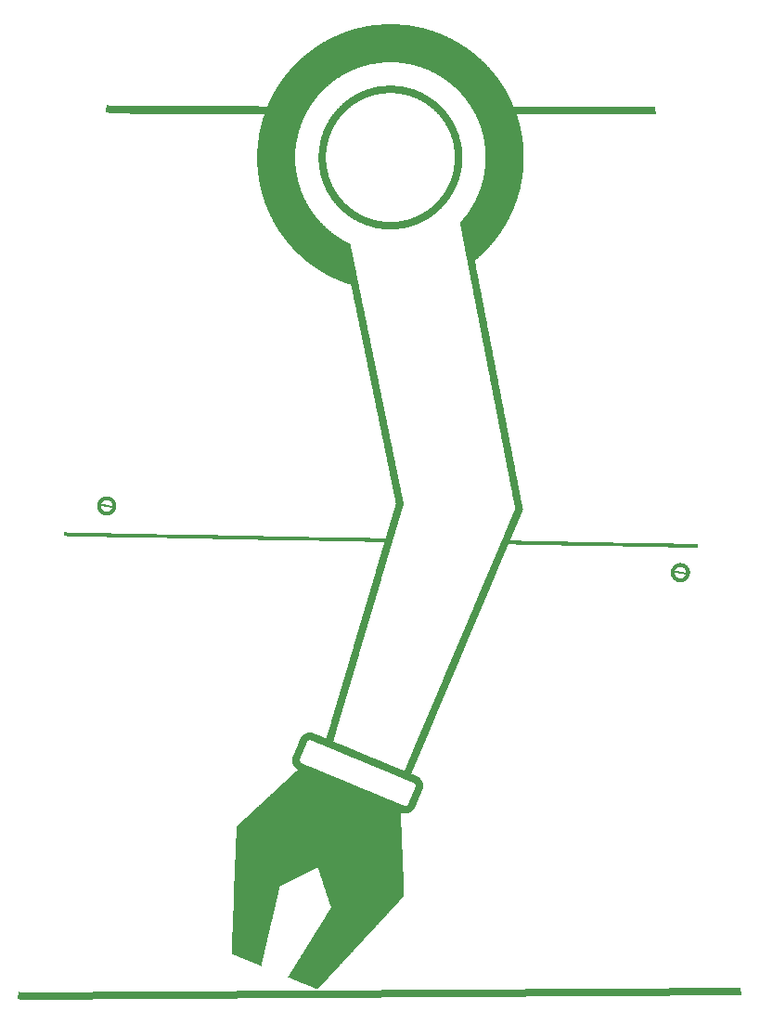
<source format=gto>
G04 MADE WITH FRITZING*
G04 WWW.FRITZING.ORG*
G04 DOUBLE SIDED*
G04 HOLES PLATED*
G04 CONTOUR ON CENTER OF CONTOUR VECTOR*
%ASAXBY*%
%FSLAX23Y23*%
%MOIN*%
%OFA0B0*%
%SFA1.0B1.0*%
%ADD10R,0.001000X0.001000*%
%LNSILK1*%
G90*
G70*
G36*
X13Y204D02*
X10Y177D01*
X15Y176D01*
X17Y175D01*
X2609Y190D01*
X2606Y217D01*
X19Y202D01*
X13Y204D01*
G37*
D02*
G54D10*
X1335Y3677D02*
X1357Y3677D01*
X1315Y3676D02*
X1380Y3676D01*
X1303Y3675D02*
X1392Y3675D01*
X1293Y3674D02*
X1402Y3674D01*
X1285Y3673D02*
X1410Y3673D01*
X1278Y3672D02*
X1417Y3672D01*
X1271Y3671D02*
X1424Y3671D01*
X1266Y3670D02*
X1430Y3670D01*
X1260Y3669D02*
X1435Y3669D01*
X1255Y3668D02*
X1440Y3668D01*
X1250Y3667D02*
X1445Y3667D01*
X1245Y3666D02*
X1450Y3666D01*
X1241Y3665D02*
X1454Y3665D01*
X1236Y3664D02*
X1459Y3664D01*
X1233Y3663D02*
X1463Y3663D01*
X1229Y3662D02*
X1467Y3662D01*
X1225Y3661D02*
X1471Y3661D01*
X1221Y3660D02*
X1474Y3660D01*
X1217Y3659D02*
X1478Y3659D01*
X1214Y3658D02*
X1481Y3658D01*
X1211Y3657D02*
X1485Y3657D01*
X1207Y3656D02*
X1488Y3656D01*
X1204Y3655D02*
X1491Y3655D01*
X1201Y3654D02*
X1494Y3654D01*
X1198Y3653D02*
X1497Y3653D01*
X1195Y3652D02*
X1500Y3652D01*
X1192Y3651D02*
X1503Y3651D01*
X1189Y3650D02*
X1506Y3650D01*
X1186Y3649D02*
X1509Y3649D01*
X1184Y3648D02*
X1512Y3648D01*
X1181Y3647D02*
X1515Y3647D01*
X1178Y3646D02*
X1517Y3646D01*
X1176Y3645D02*
X1520Y3645D01*
X1173Y3644D02*
X1522Y3644D01*
X1171Y3643D02*
X1525Y3643D01*
X1168Y3642D02*
X1527Y3642D01*
X1166Y3641D02*
X1530Y3641D01*
X1163Y3640D02*
X1532Y3640D01*
X1161Y3639D02*
X1535Y3639D01*
X1159Y3638D02*
X1537Y3638D01*
X1156Y3637D02*
X1539Y3637D01*
X1154Y3636D02*
X1541Y3636D01*
X1152Y3635D02*
X1544Y3635D01*
X1150Y3634D02*
X1546Y3634D01*
X1148Y3633D02*
X1548Y3633D01*
X1145Y3632D02*
X1550Y3632D01*
X1143Y3631D02*
X1552Y3631D01*
X1141Y3630D02*
X1554Y3630D01*
X1139Y3629D02*
X1556Y3629D01*
X1137Y3628D02*
X1559Y3628D01*
X1135Y3627D02*
X1561Y3627D01*
X1133Y3626D02*
X1563Y3626D01*
X1131Y3625D02*
X1565Y3625D01*
X1129Y3624D02*
X1566Y3624D01*
X1127Y3623D02*
X1568Y3623D01*
X1125Y3622D02*
X1570Y3622D01*
X1123Y3621D02*
X1572Y3621D01*
X1122Y3620D02*
X1574Y3620D01*
X1120Y3619D02*
X1576Y3619D01*
X1118Y3618D02*
X1578Y3618D01*
X1116Y3617D02*
X1579Y3617D01*
X1114Y3616D02*
X1581Y3616D01*
X1113Y3615D02*
X1583Y3615D01*
X1111Y3614D02*
X1585Y3614D01*
X1109Y3613D02*
X1587Y3613D01*
X1107Y3612D02*
X1588Y3612D01*
X1106Y3611D02*
X1590Y3611D01*
X1104Y3610D02*
X1592Y3610D01*
X1102Y3609D02*
X1593Y3609D01*
X1101Y3608D02*
X1595Y3608D01*
X1099Y3607D02*
X1597Y3607D01*
X1097Y3606D02*
X1598Y3606D01*
X1096Y3605D02*
X1600Y3605D01*
X1094Y3604D02*
X1602Y3604D01*
X1093Y3603D02*
X1603Y3603D01*
X1091Y3602D02*
X1605Y3602D01*
X1089Y3601D02*
X1606Y3601D01*
X1088Y3600D02*
X1608Y3600D01*
X1086Y3599D02*
X1609Y3599D01*
X1085Y3598D02*
X1611Y3598D01*
X1083Y3597D02*
X1612Y3597D01*
X1082Y3596D02*
X1614Y3596D01*
X1080Y3595D02*
X1615Y3595D01*
X1079Y3594D02*
X1617Y3594D01*
X1077Y3593D02*
X1618Y3593D01*
X1076Y3592D02*
X1620Y3592D01*
X1074Y3591D02*
X1621Y3591D01*
X1073Y3590D02*
X1622Y3590D01*
X1072Y3589D02*
X1624Y3589D01*
X1070Y3588D02*
X1625Y3588D01*
X1069Y3587D02*
X1627Y3587D01*
X1068Y3586D02*
X1628Y3586D01*
X1066Y3585D02*
X1629Y3585D01*
X1065Y3584D02*
X1631Y3584D01*
X1063Y3583D02*
X1632Y3583D01*
X1062Y3582D02*
X1634Y3582D01*
X1061Y3581D02*
X1635Y3581D01*
X1059Y3580D02*
X1636Y3580D01*
X1058Y3579D02*
X1637Y3579D01*
X1057Y3578D02*
X1639Y3578D01*
X1055Y3577D02*
X1640Y3577D01*
X1054Y3576D02*
X1641Y3576D01*
X1053Y3575D02*
X1643Y3575D01*
X1052Y3574D02*
X1644Y3574D01*
X1050Y3573D02*
X1645Y3573D01*
X1049Y3572D02*
X1647Y3572D01*
X1048Y3571D02*
X1648Y3571D01*
X1047Y3570D02*
X1649Y3570D01*
X1045Y3569D02*
X1650Y3569D01*
X1044Y3568D02*
X1651Y3568D01*
X1043Y3567D02*
X1653Y3567D01*
X1042Y3566D02*
X1654Y3566D01*
X1041Y3565D02*
X1655Y3565D01*
X1039Y3564D02*
X1656Y3564D01*
X1038Y3563D02*
X1657Y3563D01*
X1037Y3562D02*
X1659Y3562D01*
X1036Y3561D02*
X1660Y3561D01*
X1035Y3560D02*
X1661Y3560D01*
X1034Y3559D02*
X1662Y3559D01*
X1032Y3558D02*
X1663Y3558D01*
X1031Y3557D02*
X1664Y3557D01*
X1030Y3556D02*
X1665Y3556D01*
X1029Y3555D02*
X1667Y3555D01*
X1028Y3554D02*
X1668Y3554D01*
X1027Y3553D02*
X1669Y3553D01*
X1026Y3552D02*
X1670Y3552D01*
X1025Y3551D02*
X1671Y3551D01*
X1024Y3550D02*
X1672Y3550D01*
X1023Y3549D02*
X1673Y3549D01*
X1021Y3548D02*
X1674Y3548D01*
X1020Y3547D02*
X1675Y3547D01*
X1019Y3546D02*
X1676Y3546D01*
X1018Y3545D02*
X1677Y3545D01*
X1017Y3544D02*
X1678Y3544D01*
X1016Y3543D02*
X1679Y3543D01*
X1015Y3542D02*
X1681Y3542D01*
X1014Y3541D02*
X1682Y3541D01*
X1013Y3540D02*
X1333Y3540D01*
X1363Y3540D02*
X1683Y3540D01*
X1012Y3539D02*
X1317Y3539D01*
X1378Y3539D02*
X1684Y3539D01*
X1011Y3538D02*
X1307Y3538D01*
X1388Y3538D02*
X1685Y3538D01*
X1010Y3537D02*
X1299Y3537D01*
X1395Y3537D02*
X1686Y3537D01*
X1009Y3536D02*
X1293Y3536D01*
X1402Y3536D02*
X1687Y3536D01*
X1008Y3535D02*
X1287Y3535D01*
X1408Y3535D02*
X1688Y3535D01*
X1007Y3534D02*
X1282Y3534D01*
X1413Y3534D02*
X1689Y3534D01*
X1006Y3533D02*
X1277Y3533D01*
X1418Y3533D02*
X1690Y3533D01*
X1005Y3532D02*
X1272Y3532D01*
X1423Y3532D02*
X1691Y3532D01*
X1004Y3531D02*
X1268Y3531D01*
X1427Y3531D02*
X1692Y3531D01*
X1003Y3530D02*
X1264Y3530D01*
X1431Y3530D02*
X1692Y3530D01*
X1002Y3529D02*
X1260Y3529D01*
X1435Y3529D02*
X1693Y3529D01*
X1001Y3528D02*
X1256Y3528D01*
X1439Y3528D02*
X1694Y3528D01*
X1000Y3527D02*
X1253Y3527D01*
X1443Y3527D02*
X1695Y3527D01*
X999Y3526D02*
X1249Y3526D01*
X1446Y3526D02*
X1696Y3526D01*
X998Y3525D02*
X1246Y3525D01*
X1449Y3525D02*
X1697Y3525D01*
X997Y3524D02*
X1243Y3524D01*
X1452Y3524D02*
X1698Y3524D01*
X997Y3523D02*
X1240Y3523D01*
X1456Y3523D02*
X1699Y3523D01*
X996Y3522D02*
X1237Y3522D01*
X1459Y3522D02*
X1700Y3522D01*
X995Y3521D02*
X1234Y3521D01*
X1461Y3521D02*
X1701Y3521D01*
X994Y3520D02*
X1231Y3520D01*
X1464Y3520D02*
X1702Y3520D01*
X993Y3519D02*
X1228Y3519D01*
X1467Y3519D02*
X1703Y3519D01*
X992Y3518D02*
X1226Y3518D01*
X1470Y3518D02*
X1704Y3518D01*
X991Y3517D02*
X1223Y3517D01*
X1472Y3517D02*
X1705Y3517D01*
X990Y3516D02*
X1221Y3516D01*
X1475Y3516D02*
X1705Y3516D01*
X989Y3515D02*
X1218Y3515D01*
X1477Y3515D02*
X1706Y3515D01*
X988Y3514D02*
X1216Y3514D01*
X1480Y3514D02*
X1707Y3514D01*
X988Y3513D02*
X1213Y3513D01*
X1482Y3513D02*
X1708Y3513D01*
X987Y3512D02*
X1211Y3512D01*
X1484Y3512D02*
X1709Y3512D01*
X986Y3511D02*
X1209Y3511D01*
X1487Y3511D02*
X1710Y3511D01*
X985Y3510D02*
X1207Y3510D01*
X1489Y3510D02*
X1711Y3510D01*
X984Y3509D02*
X1204Y3509D01*
X1491Y3509D02*
X1712Y3509D01*
X983Y3508D02*
X1202Y3508D01*
X1493Y3508D02*
X1712Y3508D01*
X982Y3507D02*
X1200Y3507D01*
X1495Y3507D02*
X1713Y3507D01*
X981Y3506D02*
X1198Y3506D01*
X1497Y3506D02*
X1714Y3506D01*
X981Y3505D02*
X1196Y3505D01*
X1500Y3505D02*
X1715Y3505D01*
X980Y3504D02*
X1194Y3504D01*
X1502Y3504D02*
X1716Y3504D01*
X979Y3503D02*
X1192Y3503D01*
X1503Y3503D02*
X1717Y3503D01*
X978Y3502D02*
X1190Y3502D01*
X1505Y3502D02*
X1717Y3502D01*
X977Y3501D02*
X1188Y3501D01*
X1507Y3501D02*
X1718Y3501D01*
X977Y3500D02*
X1186Y3500D01*
X1509Y3500D02*
X1719Y3500D01*
X976Y3499D02*
X1184Y3499D01*
X1511Y3499D02*
X1720Y3499D01*
X975Y3498D02*
X1182Y3498D01*
X1513Y3498D02*
X1721Y3498D01*
X974Y3497D02*
X1181Y3497D01*
X1515Y3497D02*
X1722Y3497D01*
X973Y3496D02*
X1179Y3496D01*
X1516Y3496D02*
X1722Y3496D01*
X973Y3495D02*
X1177Y3495D01*
X1518Y3495D02*
X1723Y3495D01*
X972Y3494D02*
X1176Y3494D01*
X1520Y3494D02*
X1724Y3494D01*
X971Y3493D02*
X1174Y3493D01*
X1522Y3493D02*
X1725Y3493D01*
X970Y3492D02*
X1172Y3492D01*
X1523Y3492D02*
X1725Y3492D01*
X969Y3491D02*
X1170Y3491D01*
X1525Y3491D02*
X1726Y3491D01*
X969Y3490D02*
X1169Y3490D01*
X1527Y3490D02*
X1727Y3490D01*
X968Y3489D02*
X1167Y3489D01*
X1528Y3489D02*
X1728Y3489D01*
X967Y3488D02*
X1166Y3488D01*
X1530Y3488D02*
X1728Y3488D01*
X966Y3487D02*
X1164Y3487D01*
X1532Y3487D02*
X1729Y3487D01*
X966Y3486D02*
X1163Y3486D01*
X1533Y3486D02*
X1730Y3486D01*
X965Y3485D02*
X1161Y3485D01*
X1535Y3485D02*
X1731Y3485D01*
X964Y3484D02*
X1159Y3484D01*
X1536Y3484D02*
X1732Y3484D01*
X963Y3483D02*
X1158Y3483D01*
X1538Y3483D02*
X1732Y3483D01*
X963Y3482D02*
X1156Y3482D01*
X1539Y3482D02*
X1733Y3482D01*
X962Y3481D02*
X1155Y3481D01*
X1541Y3481D02*
X1734Y3481D01*
X961Y3480D02*
X1153Y3480D01*
X1542Y3480D02*
X1734Y3480D01*
X960Y3479D02*
X1152Y3479D01*
X1543Y3479D02*
X1735Y3479D01*
X960Y3478D02*
X1151Y3478D01*
X1545Y3478D02*
X1736Y3478D01*
X959Y3477D02*
X1149Y3477D01*
X1546Y3477D02*
X1737Y3477D01*
X958Y3476D02*
X1148Y3476D01*
X1548Y3476D02*
X1737Y3476D01*
X958Y3475D02*
X1146Y3475D01*
X1549Y3475D02*
X1738Y3475D01*
X957Y3474D02*
X1145Y3474D01*
X1551Y3474D02*
X1739Y3474D01*
X956Y3473D02*
X1144Y3473D01*
X1552Y3473D02*
X1739Y3473D01*
X955Y3472D02*
X1142Y3472D01*
X1553Y3472D02*
X1740Y3472D01*
X955Y3471D02*
X1141Y3471D01*
X1554Y3471D02*
X1741Y3471D01*
X954Y3470D02*
X1140Y3470D01*
X1556Y3470D02*
X1742Y3470D01*
X953Y3469D02*
X1138Y3469D01*
X1557Y3469D02*
X1742Y3469D01*
X953Y3468D02*
X1137Y3468D01*
X1558Y3468D02*
X1743Y3468D01*
X952Y3467D02*
X1136Y3467D01*
X1560Y3467D02*
X1744Y3467D01*
X951Y3466D02*
X1135Y3466D01*
X1561Y3466D02*
X1744Y3466D01*
X951Y3465D02*
X1133Y3465D01*
X1562Y3465D02*
X1745Y3465D01*
X950Y3464D02*
X1132Y3464D01*
X1563Y3464D02*
X1746Y3464D01*
X949Y3463D02*
X1131Y3463D01*
X1565Y3463D02*
X1746Y3463D01*
X949Y3462D02*
X1130Y3462D01*
X1566Y3462D02*
X1747Y3462D01*
X948Y3461D02*
X1128Y3461D01*
X1567Y3461D02*
X1748Y3461D01*
X947Y3460D02*
X1127Y3460D01*
X1568Y3460D02*
X1748Y3460D01*
X947Y3459D02*
X1126Y3459D01*
X1569Y3459D02*
X1749Y3459D01*
X946Y3458D02*
X1125Y3458D01*
X1571Y3458D02*
X1750Y3458D01*
X945Y3457D02*
X1124Y3457D01*
X1572Y3457D02*
X1750Y3457D01*
X945Y3456D02*
X1123Y3456D01*
X1331Y3456D02*
X1364Y3456D01*
X1573Y3456D02*
X1751Y3456D01*
X944Y3455D02*
X1121Y3455D01*
X1320Y3455D02*
X1375Y3455D01*
X1574Y3455D02*
X1752Y3455D01*
X943Y3454D02*
X1120Y3454D01*
X1312Y3454D02*
X1383Y3454D01*
X1575Y3454D02*
X1752Y3454D01*
X943Y3453D02*
X1119Y3453D01*
X1305Y3453D02*
X1390Y3453D01*
X1576Y3453D02*
X1753Y3453D01*
X942Y3452D02*
X1118Y3452D01*
X1300Y3452D02*
X1395Y3452D01*
X1577Y3452D02*
X1753Y3452D01*
X942Y3451D02*
X1117Y3451D01*
X1294Y3451D02*
X1400Y3451D01*
X1579Y3451D02*
X1754Y3451D01*
X941Y3450D02*
X1116Y3450D01*
X1290Y3450D02*
X1405Y3450D01*
X1580Y3450D02*
X1755Y3450D01*
X940Y3449D02*
X1115Y3449D01*
X1286Y3449D02*
X1409Y3449D01*
X1581Y3449D02*
X1755Y3449D01*
X940Y3448D02*
X1114Y3448D01*
X1282Y3448D02*
X1413Y3448D01*
X1582Y3448D02*
X1756Y3448D01*
X939Y3447D02*
X1113Y3447D01*
X1278Y3447D02*
X1417Y3447D01*
X1583Y3447D02*
X1756Y3447D01*
X938Y3446D02*
X1112Y3446D01*
X1275Y3446D02*
X1420Y3446D01*
X1584Y3446D02*
X1757Y3446D01*
X938Y3445D02*
X1111Y3445D01*
X1271Y3445D02*
X1424Y3445D01*
X1585Y3445D02*
X1758Y3445D01*
X937Y3444D02*
X1110Y3444D01*
X1268Y3444D02*
X1427Y3444D01*
X1586Y3444D02*
X1758Y3444D01*
X937Y3443D02*
X1108Y3443D01*
X1265Y3443D02*
X1430Y3443D01*
X1587Y3443D02*
X1759Y3443D01*
X936Y3442D02*
X1107Y3442D01*
X1262Y3442D02*
X1433Y3442D01*
X1588Y3442D02*
X1760Y3442D01*
X936Y3441D02*
X1106Y3441D01*
X1259Y3441D02*
X1435Y3441D01*
X1589Y3441D02*
X1760Y3441D01*
X935Y3440D02*
X1105Y3440D01*
X1257Y3440D02*
X1438Y3440D01*
X1590Y3440D02*
X1761Y3440D01*
X934Y3439D02*
X1104Y3439D01*
X1254Y3439D02*
X1441Y3439D01*
X1591Y3439D02*
X1761Y3439D01*
X934Y3438D02*
X1103Y3438D01*
X1252Y3438D02*
X1443Y3438D01*
X1592Y3438D02*
X1762Y3438D01*
X933Y3437D02*
X1102Y3437D01*
X1249Y3437D02*
X1446Y3437D01*
X1593Y3437D02*
X1762Y3437D01*
X933Y3436D02*
X1101Y3436D01*
X1247Y3436D02*
X1448Y3436D01*
X1594Y3436D02*
X1763Y3436D01*
X932Y3435D02*
X1101Y3435D01*
X1245Y3435D02*
X1450Y3435D01*
X1595Y3435D02*
X1763Y3435D01*
X931Y3434D02*
X1100Y3434D01*
X1242Y3434D02*
X1453Y3434D01*
X1596Y3434D02*
X1764Y3434D01*
X931Y3433D02*
X1099Y3433D01*
X1240Y3433D02*
X1455Y3433D01*
X1597Y3433D02*
X1765Y3433D01*
X930Y3432D02*
X1098Y3432D01*
X1238Y3432D02*
X1457Y3432D01*
X1598Y3432D02*
X1765Y3432D01*
X930Y3431D02*
X1097Y3431D01*
X1236Y3431D02*
X1459Y3431D01*
X1599Y3431D02*
X1766Y3431D01*
X929Y3430D02*
X1096Y3430D01*
X1234Y3430D02*
X1461Y3430D01*
X1600Y3430D02*
X1766Y3430D01*
X929Y3429D02*
X1095Y3429D01*
X1232Y3429D02*
X1330Y3429D01*
X1366Y3429D02*
X1463Y3429D01*
X1601Y3429D02*
X1767Y3429D01*
X928Y3428D02*
X1094Y3428D01*
X1230Y3428D02*
X1319Y3428D01*
X1376Y3428D02*
X1465Y3428D01*
X1602Y3428D02*
X1767Y3428D01*
X928Y3427D02*
X1093Y3427D01*
X1228Y3427D02*
X1311Y3427D01*
X1383Y3427D02*
X1467Y3427D01*
X1602Y3427D02*
X1768Y3427D01*
X927Y3426D02*
X1092Y3426D01*
X1226Y3426D02*
X1306Y3426D01*
X1389Y3426D02*
X1469Y3426D01*
X1603Y3426D02*
X1769Y3426D01*
X926Y3425D02*
X1091Y3425D01*
X1224Y3425D02*
X1300Y3425D01*
X1394Y3425D02*
X1471Y3425D01*
X1604Y3425D02*
X1769Y3425D01*
X926Y3424D02*
X1090Y3424D01*
X1222Y3424D02*
X1296Y3424D01*
X1399Y3424D02*
X1473Y3424D01*
X1605Y3424D02*
X1770Y3424D01*
X925Y3423D02*
X1090Y3423D01*
X1221Y3423D02*
X1292Y3423D01*
X1403Y3423D02*
X1474Y3423D01*
X1606Y3423D02*
X1770Y3423D01*
X925Y3422D02*
X1089Y3422D01*
X1219Y3422D02*
X1288Y3422D01*
X1407Y3422D02*
X1476Y3422D01*
X1607Y3422D02*
X1771Y3422D01*
X924Y3421D02*
X1088Y3421D01*
X1217Y3421D02*
X1284Y3421D01*
X1411Y3421D02*
X1478Y3421D01*
X1608Y3421D02*
X1771Y3421D01*
X924Y3420D02*
X1087Y3420D01*
X1215Y3420D02*
X1280Y3420D01*
X1415Y3420D02*
X1480Y3420D01*
X1609Y3420D02*
X1772Y3420D01*
X923Y3419D02*
X1086Y3419D01*
X1214Y3419D02*
X1277Y3419D01*
X1418Y3419D02*
X1481Y3419D01*
X1609Y3419D02*
X1772Y3419D01*
X923Y3418D02*
X1085Y3418D01*
X1212Y3418D02*
X1274Y3418D01*
X1421Y3418D02*
X1483Y3418D01*
X1610Y3418D02*
X1773Y3418D01*
X922Y3417D02*
X1084Y3417D01*
X1211Y3417D02*
X1271Y3417D01*
X1424Y3417D02*
X1484Y3417D01*
X1611Y3417D02*
X1773Y3417D01*
X922Y3416D02*
X1084Y3416D01*
X1209Y3416D02*
X1268Y3416D01*
X1427Y3416D02*
X1486Y3416D01*
X1612Y3416D02*
X1774Y3416D01*
X921Y3415D02*
X1083Y3415D01*
X1208Y3415D02*
X1266Y3415D01*
X1429Y3415D02*
X1488Y3415D01*
X1613Y3415D02*
X1774Y3415D01*
X921Y3414D02*
X1082Y3414D01*
X1206Y3414D02*
X1263Y3414D01*
X1432Y3414D02*
X1489Y3414D01*
X1614Y3414D02*
X1775Y3414D01*
X920Y3413D02*
X1081Y3413D01*
X1204Y3413D02*
X1261Y3413D01*
X1434Y3413D02*
X1491Y3413D01*
X1614Y3413D02*
X1775Y3413D01*
X920Y3412D02*
X1080Y3412D01*
X1203Y3412D02*
X1258Y3412D01*
X1437Y3412D02*
X1492Y3412D01*
X1615Y3412D02*
X1776Y3412D01*
X919Y3411D02*
X1080Y3411D01*
X1202Y3411D02*
X1256Y3411D01*
X1439Y3411D02*
X1494Y3411D01*
X1616Y3411D02*
X1776Y3411D01*
X919Y3410D02*
X1079Y3410D01*
X1200Y3410D02*
X1253Y3410D01*
X1442Y3410D02*
X1495Y3410D01*
X1617Y3410D02*
X1777Y3410D01*
X918Y3409D02*
X1078Y3409D01*
X1199Y3409D02*
X1251Y3409D01*
X1444Y3409D02*
X1496Y3409D01*
X1618Y3409D02*
X1777Y3409D01*
X918Y3408D02*
X1077Y3408D01*
X1197Y3408D02*
X1249Y3408D01*
X1446Y3408D02*
X1498Y3408D01*
X1618Y3408D02*
X1778Y3408D01*
X917Y3407D02*
X1076Y3407D01*
X1196Y3407D02*
X1247Y3407D01*
X1448Y3407D02*
X1499Y3407D01*
X1619Y3407D02*
X1778Y3407D01*
X917Y3406D02*
X1076Y3406D01*
X1195Y3406D02*
X1245Y3406D01*
X1450Y3406D02*
X1501Y3406D01*
X1620Y3406D02*
X1779Y3406D01*
X916Y3405D02*
X1075Y3405D01*
X1193Y3405D02*
X1243Y3405D01*
X1452Y3405D02*
X1502Y3405D01*
X1621Y3405D02*
X1779Y3405D01*
X916Y3404D02*
X1074Y3404D01*
X1192Y3404D02*
X1241Y3404D01*
X1454Y3404D02*
X1503Y3404D01*
X1621Y3404D02*
X1780Y3404D01*
X915Y3403D02*
X1073Y3403D01*
X1191Y3403D02*
X1239Y3403D01*
X1456Y3403D02*
X1505Y3403D01*
X1622Y3403D02*
X1780Y3403D01*
X915Y3402D02*
X1073Y3402D01*
X1189Y3402D02*
X1237Y3402D01*
X1458Y3402D02*
X1506Y3402D01*
X1623Y3402D02*
X1781Y3402D01*
X914Y3401D02*
X1072Y3401D01*
X1188Y3401D02*
X1235Y3401D01*
X1460Y3401D02*
X1507Y3401D01*
X1624Y3401D02*
X1781Y3401D01*
X914Y3400D02*
X1071Y3400D01*
X1187Y3400D02*
X1234Y3400D01*
X1462Y3400D02*
X1508Y3400D01*
X1624Y3400D02*
X1782Y3400D01*
X913Y3399D02*
X1070Y3399D01*
X1186Y3399D02*
X1232Y3399D01*
X1463Y3399D02*
X1510Y3399D01*
X1625Y3399D02*
X1782Y3399D01*
X913Y3398D02*
X1070Y3398D01*
X1184Y3398D02*
X1230Y3398D01*
X1465Y3398D02*
X1511Y3398D01*
X1626Y3398D02*
X1782Y3398D01*
X912Y3397D02*
X1069Y3397D01*
X1183Y3397D02*
X1228Y3397D01*
X1467Y3397D02*
X1512Y3397D01*
X1627Y3397D02*
X1783Y3397D01*
X912Y3396D02*
X1068Y3396D01*
X1182Y3396D02*
X1227Y3396D01*
X1468Y3396D02*
X1513Y3396D01*
X1627Y3396D02*
X1783Y3396D01*
X912Y3395D02*
X1068Y3395D01*
X1181Y3395D02*
X1225Y3395D01*
X1470Y3395D02*
X1514Y3395D01*
X1628Y3395D02*
X1784Y3395D01*
X911Y3394D02*
X1067Y3394D01*
X1180Y3394D02*
X1224Y3394D01*
X1472Y3394D02*
X1516Y3394D01*
X1629Y3394D02*
X1784Y3394D01*
X911Y3393D02*
X1066Y3393D01*
X1178Y3393D02*
X1222Y3393D01*
X1473Y3393D02*
X1517Y3393D01*
X1629Y3393D02*
X1785Y3393D01*
X910Y3392D02*
X1065Y3392D01*
X1177Y3392D02*
X1220Y3392D01*
X1475Y3392D02*
X1518Y3392D01*
X1630Y3392D02*
X1785Y3392D01*
X910Y3391D02*
X1065Y3391D01*
X1176Y3391D02*
X1219Y3391D01*
X1476Y3391D02*
X1519Y3391D01*
X1631Y3391D02*
X1786Y3391D01*
X909Y3390D02*
X1064Y3390D01*
X1175Y3390D02*
X1217Y3390D01*
X1478Y3390D02*
X1520Y3390D01*
X1632Y3390D02*
X1786Y3390D01*
X909Y3389D02*
X1063Y3389D01*
X1174Y3389D02*
X1216Y3389D01*
X1479Y3389D02*
X1521Y3389D01*
X1632Y3389D02*
X1786Y3389D01*
X909Y3388D02*
X1063Y3388D01*
X1173Y3388D02*
X1215Y3388D01*
X1481Y3388D02*
X1522Y3388D01*
X1633Y3388D02*
X1787Y3388D01*
X329Y3387D02*
X331Y3387D01*
X908Y3387D02*
X1062Y3387D01*
X1172Y3387D02*
X1213Y3387D01*
X1482Y3387D02*
X1523Y3387D01*
X1634Y3387D02*
X1787Y3387D01*
X328Y3386D02*
X336Y3386D01*
X908Y3386D02*
X1061Y3386D01*
X1171Y3386D02*
X1212Y3386D01*
X1483Y3386D02*
X1524Y3386D01*
X1634Y3386D02*
X1788Y3386D01*
X328Y3385D02*
X341Y3385D01*
X907Y3385D02*
X1061Y3385D01*
X1170Y3385D02*
X1210Y3385D01*
X1485Y3385D02*
X1525Y3385D01*
X1635Y3385D02*
X1788Y3385D01*
X328Y3384D02*
X345Y3384D01*
X907Y3384D02*
X1060Y3384D01*
X1169Y3384D02*
X1209Y3384D01*
X1486Y3384D02*
X1526Y3384D01*
X1635Y3384D02*
X1789Y3384D01*
X328Y3383D02*
X360Y3383D01*
X906Y3383D02*
X1059Y3383D01*
X1168Y3383D02*
X1208Y3383D01*
X1487Y3383D02*
X1528Y3383D01*
X1636Y3383D02*
X1789Y3383D01*
X328Y3382D02*
X874Y3382D01*
X906Y3382D02*
X1059Y3382D01*
X1167Y3382D02*
X1206Y3382D01*
X1489Y3382D02*
X1529Y3382D01*
X1637Y3382D02*
X1789Y3382D01*
X328Y3381D02*
X1058Y3381D01*
X1166Y3381D02*
X1205Y3381D01*
X1490Y3381D02*
X1530Y3381D01*
X1637Y3381D02*
X1790Y3381D01*
X328Y3380D02*
X1058Y3380D01*
X1165Y3380D02*
X1204Y3380D01*
X1491Y3380D02*
X1531Y3380D01*
X1638Y3380D02*
X1931Y3380D01*
X328Y3379D02*
X1057Y3379D01*
X1164Y3379D02*
X1203Y3379D01*
X1493Y3379D02*
X1532Y3379D01*
X1639Y3379D02*
X2298Y3379D01*
X328Y3378D02*
X1056Y3378D01*
X1163Y3378D02*
X1201Y3378D01*
X1494Y3378D02*
X1533Y3378D01*
X1639Y3378D02*
X2298Y3378D01*
X328Y3377D02*
X1056Y3377D01*
X1162Y3377D02*
X1200Y3377D01*
X1495Y3377D02*
X1534Y3377D01*
X1640Y3377D02*
X2298Y3377D01*
X327Y3376D02*
X1055Y3376D01*
X1161Y3376D02*
X1199Y3376D01*
X1496Y3376D02*
X1534Y3376D01*
X1640Y3376D02*
X2298Y3376D01*
X327Y3375D02*
X1054Y3375D01*
X1160Y3375D02*
X1198Y3375D01*
X1497Y3375D02*
X1535Y3375D01*
X1641Y3375D02*
X2298Y3375D01*
X327Y3374D02*
X1054Y3374D01*
X1159Y3374D02*
X1197Y3374D01*
X1499Y3374D02*
X1536Y3374D01*
X1642Y3374D02*
X2299Y3374D01*
X327Y3373D02*
X1053Y3373D01*
X1158Y3373D02*
X1195Y3373D01*
X1500Y3373D02*
X1537Y3373D01*
X1642Y3373D02*
X2299Y3373D01*
X327Y3372D02*
X1053Y3372D01*
X1157Y3372D02*
X1194Y3372D01*
X1501Y3372D02*
X1538Y3372D01*
X1643Y3372D02*
X2299Y3372D01*
X327Y3371D02*
X1052Y3371D01*
X1156Y3371D02*
X1193Y3371D01*
X1502Y3371D02*
X1539Y3371D01*
X1644Y3371D02*
X2299Y3371D01*
X327Y3370D02*
X1051Y3370D01*
X1155Y3370D02*
X1192Y3370D01*
X1503Y3370D02*
X1540Y3370D01*
X1644Y3370D02*
X2299Y3370D01*
X327Y3369D02*
X1051Y3369D01*
X1154Y3369D02*
X1191Y3369D01*
X1504Y3369D02*
X1541Y3369D01*
X1645Y3369D02*
X2299Y3369D01*
X327Y3368D02*
X1050Y3368D01*
X1153Y3368D02*
X1190Y3368D01*
X1505Y3368D02*
X1542Y3368D01*
X1645Y3368D02*
X2299Y3368D01*
X327Y3367D02*
X1050Y3367D01*
X1153Y3367D02*
X1189Y3367D01*
X1506Y3367D02*
X1543Y3367D01*
X1646Y3367D02*
X2299Y3367D01*
X326Y3366D02*
X1049Y3366D01*
X1152Y3366D02*
X1188Y3366D01*
X1507Y3366D02*
X1544Y3366D01*
X1646Y3366D02*
X2299Y3366D01*
X326Y3365D02*
X1049Y3365D01*
X1151Y3365D02*
X1187Y3365D01*
X1508Y3365D02*
X1544Y3365D01*
X1647Y3365D02*
X2299Y3365D01*
X326Y3364D02*
X1048Y3364D01*
X1150Y3364D02*
X1186Y3364D01*
X1510Y3364D02*
X1545Y3364D01*
X1647Y3364D02*
X2300Y3364D01*
X326Y3363D02*
X1047Y3363D01*
X1149Y3363D02*
X1185Y3363D01*
X1511Y3363D02*
X1546Y3363D01*
X1648Y3363D02*
X2300Y3363D01*
X326Y3362D02*
X1047Y3362D01*
X1148Y3362D02*
X1184Y3362D01*
X1512Y3362D02*
X1547Y3362D01*
X1649Y3362D02*
X2300Y3362D01*
X326Y3361D02*
X1046Y3361D01*
X1147Y3361D02*
X1183Y3361D01*
X1513Y3361D02*
X1548Y3361D01*
X1649Y3361D02*
X2300Y3361D01*
X330Y3360D02*
X1046Y3360D01*
X1147Y3360D02*
X1182Y3360D01*
X1514Y3360D02*
X1548Y3360D01*
X1650Y3360D02*
X2300Y3360D01*
X334Y3359D02*
X1045Y3359D01*
X1146Y3359D02*
X1181Y3359D01*
X1515Y3359D02*
X1549Y3359D01*
X1650Y3359D02*
X2300Y3359D01*
X339Y3358D02*
X1045Y3358D01*
X1145Y3358D02*
X1180Y3358D01*
X1515Y3358D02*
X1550Y3358D01*
X1651Y3358D02*
X2300Y3358D01*
X344Y3357D02*
X1044Y3357D01*
X1144Y3357D02*
X1179Y3357D01*
X1516Y3357D02*
X1551Y3357D01*
X1651Y3357D02*
X2300Y3357D01*
X413Y3356D02*
X1044Y3356D01*
X1144Y3356D02*
X1178Y3356D01*
X1517Y3356D02*
X1552Y3356D01*
X1652Y3356D02*
X2300Y3356D01*
X895Y3355D02*
X1043Y3355D01*
X1143Y3355D02*
X1177Y3355D01*
X1518Y3355D02*
X1553Y3355D01*
X1652Y3355D02*
X2300Y3355D01*
X895Y3354D02*
X1043Y3354D01*
X1142Y3354D02*
X1176Y3354D01*
X1519Y3354D02*
X1553Y3354D01*
X1653Y3354D02*
X2301Y3354D01*
X895Y3353D02*
X1042Y3353D01*
X1141Y3353D02*
X1175Y3353D01*
X1520Y3353D02*
X1554Y3353D01*
X1653Y3353D02*
X1801Y3353D01*
X2010Y3353D02*
X2301Y3353D01*
X895Y3352D02*
X1042Y3352D01*
X1140Y3352D02*
X1174Y3352D01*
X1521Y3352D02*
X1555Y3352D01*
X1654Y3352D02*
X1801Y3352D01*
X894Y3351D02*
X1041Y3351D01*
X1140Y3351D02*
X1173Y3351D01*
X1522Y3351D02*
X1555Y3351D01*
X1654Y3351D02*
X1801Y3351D01*
X894Y3350D02*
X1041Y3350D01*
X1139Y3350D02*
X1172Y3350D01*
X1523Y3350D02*
X1556Y3350D01*
X1655Y3350D02*
X1801Y3350D01*
X894Y3349D02*
X1040Y3349D01*
X1138Y3349D02*
X1171Y3349D01*
X1524Y3349D02*
X1557Y3349D01*
X1655Y3349D02*
X1802Y3349D01*
X893Y3348D02*
X1040Y3348D01*
X1138Y3348D02*
X1171Y3348D01*
X1525Y3348D02*
X1558Y3348D01*
X1656Y3348D02*
X1802Y3348D01*
X893Y3347D02*
X1039Y3347D01*
X1137Y3347D02*
X1170Y3347D01*
X1525Y3347D02*
X1558Y3347D01*
X1656Y3347D02*
X1802Y3347D01*
X893Y3346D02*
X1039Y3346D01*
X1136Y3346D02*
X1169Y3346D01*
X1526Y3346D02*
X1559Y3346D01*
X1657Y3346D02*
X1803Y3346D01*
X892Y3345D02*
X1038Y3345D01*
X1136Y3345D02*
X1168Y3345D01*
X1527Y3345D02*
X1560Y3345D01*
X1657Y3345D02*
X1803Y3345D01*
X892Y3344D02*
X1038Y3344D01*
X1135Y3344D02*
X1167Y3344D01*
X1528Y3344D02*
X1560Y3344D01*
X1658Y3344D02*
X1803Y3344D01*
X892Y3343D02*
X1037Y3343D01*
X1134Y3343D02*
X1166Y3343D01*
X1529Y3343D02*
X1561Y3343D01*
X1658Y3343D02*
X1804Y3343D01*
X891Y3342D02*
X1037Y3342D01*
X1133Y3342D02*
X1166Y3342D01*
X1529Y3342D02*
X1562Y3342D01*
X1659Y3342D02*
X1804Y3342D01*
X891Y3341D02*
X1036Y3341D01*
X1133Y3341D02*
X1165Y3341D01*
X1530Y3341D02*
X1562Y3341D01*
X1659Y3341D02*
X1804Y3341D01*
X891Y3340D02*
X1036Y3340D01*
X1132Y3340D02*
X1164Y3340D01*
X1531Y3340D02*
X1563Y3340D01*
X1660Y3340D02*
X1805Y3340D01*
X890Y3339D02*
X1035Y3339D01*
X1131Y3339D02*
X1163Y3339D01*
X1532Y3339D02*
X1564Y3339D01*
X1660Y3339D02*
X1805Y3339D01*
X890Y3338D02*
X1035Y3338D01*
X1131Y3338D02*
X1163Y3338D01*
X1533Y3338D02*
X1564Y3338D01*
X1660Y3338D02*
X1805Y3338D01*
X890Y3337D02*
X1035Y3337D01*
X1130Y3337D02*
X1162Y3337D01*
X1533Y3337D02*
X1565Y3337D01*
X1661Y3337D02*
X1806Y3337D01*
X890Y3336D02*
X1034Y3336D01*
X1130Y3336D02*
X1161Y3336D01*
X1534Y3336D02*
X1566Y3336D01*
X1661Y3336D02*
X1806Y3336D01*
X889Y3335D02*
X1034Y3335D01*
X1129Y3335D02*
X1160Y3335D01*
X1535Y3335D02*
X1566Y3335D01*
X1662Y3335D02*
X1806Y3335D01*
X889Y3334D02*
X1033Y3334D01*
X1128Y3334D02*
X1160Y3334D01*
X1536Y3334D02*
X1567Y3334D01*
X1662Y3334D02*
X1806Y3334D01*
X889Y3333D02*
X1033Y3333D01*
X1128Y3333D02*
X1159Y3333D01*
X1536Y3333D02*
X1567Y3333D01*
X1663Y3333D02*
X1807Y3333D01*
X888Y3332D02*
X1032Y3332D01*
X1127Y3332D02*
X1158Y3332D01*
X1537Y3332D02*
X1568Y3332D01*
X1663Y3332D02*
X1807Y3332D01*
X888Y3331D02*
X1032Y3331D01*
X1126Y3331D02*
X1157Y3331D01*
X1538Y3331D02*
X1569Y3331D01*
X1664Y3331D02*
X1807Y3331D01*
X888Y3330D02*
X1031Y3330D01*
X1126Y3330D02*
X1157Y3330D01*
X1538Y3330D02*
X1569Y3330D01*
X1664Y3330D02*
X1808Y3330D01*
X888Y3329D02*
X1031Y3329D01*
X1125Y3329D02*
X1156Y3329D01*
X1539Y3329D02*
X1570Y3329D01*
X1664Y3329D02*
X1808Y3329D01*
X887Y3328D02*
X1031Y3328D01*
X1125Y3328D02*
X1155Y3328D01*
X1540Y3328D02*
X1571Y3328D01*
X1665Y3328D02*
X1808Y3328D01*
X887Y3327D02*
X1030Y3327D01*
X1124Y3327D02*
X1155Y3327D01*
X1541Y3327D02*
X1571Y3327D01*
X1665Y3327D02*
X1808Y3327D01*
X887Y3326D02*
X1030Y3326D01*
X1124Y3326D02*
X1154Y3326D01*
X1541Y3326D02*
X1572Y3326D01*
X1666Y3326D02*
X1809Y3326D01*
X886Y3325D02*
X1029Y3325D01*
X1123Y3325D02*
X1153Y3325D01*
X1542Y3325D02*
X1572Y3325D01*
X1666Y3325D02*
X1809Y3325D01*
X886Y3324D02*
X1029Y3324D01*
X1122Y3324D02*
X1153Y3324D01*
X1542Y3324D02*
X1573Y3324D01*
X1666Y3324D02*
X1809Y3324D01*
X886Y3323D02*
X1029Y3323D01*
X1122Y3323D02*
X1152Y3323D01*
X1543Y3323D02*
X1573Y3323D01*
X1667Y3323D02*
X1810Y3323D01*
X886Y3322D02*
X1028Y3322D01*
X1121Y3322D02*
X1151Y3322D01*
X1544Y3322D02*
X1574Y3322D01*
X1667Y3322D02*
X1810Y3322D01*
X885Y3321D02*
X1028Y3321D01*
X1121Y3321D02*
X1151Y3321D01*
X1544Y3321D02*
X1575Y3321D01*
X1668Y3321D02*
X1810Y3321D01*
X885Y3320D02*
X1028Y3320D01*
X1120Y3320D02*
X1150Y3320D01*
X1545Y3320D02*
X1575Y3320D01*
X1668Y3320D02*
X1810Y3320D01*
X885Y3319D02*
X1027Y3319D01*
X1120Y3319D02*
X1150Y3319D01*
X1546Y3319D02*
X1576Y3319D01*
X1668Y3319D02*
X1811Y3319D01*
X885Y3318D02*
X1027Y3318D01*
X1119Y3318D02*
X1149Y3318D01*
X1546Y3318D02*
X1576Y3318D01*
X1669Y3318D02*
X1811Y3318D01*
X884Y3317D02*
X1026Y3317D01*
X1119Y3317D02*
X1148Y3317D01*
X1547Y3317D02*
X1577Y3317D01*
X1669Y3317D02*
X1811Y3317D01*
X884Y3316D02*
X1026Y3316D01*
X1118Y3316D02*
X1148Y3316D01*
X1547Y3316D02*
X1577Y3316D01*
X1669Y3316D02*
X1811Y3316D01*
X884Y3315D02*
X1026Y3315D01*
X1118Y3315D02*
X1147Y3315D01*
X1548Y3315D02*
X1578Y3315D01*
X1670Y3315D02*
X1812Y3315D01*
X884Y3314D02*
X1025Y3314D01*
X1117Y3314D02*
X1147Y3314D01*
X1549Y3314D02*
X1578Y3314D01*
X1670Y3314D02*
X1812Y3314D01*
X883Y3313D02*
X1025Y3313D01*
X1117Y3313D02*
X1146Y3313D01*
X1549Y3313D02*
X1579Y3313D01*
X1670Y3313D02*
X1812Y3313D01*
X883Y3312D02*
X1025Y3312D01*
X1116Y3312D02*
X1145Y3312D01*
X1550Y3312D02*
X1579Y3312D01*
X1671Y3312D02*
X1812Y3312D01*
X883Y3311D02*
X1024Y3311D01*
X1116Y3311D02*
X1145Y3311D01*
X1550Y3311D02*
X1580Y3311D01*
X1671Y3311D02*
X1813Y3311D01*
X883Y3310D02*
X1024Y3310D01*
X1115Y3310D02*
X1144Y3310D01*
X1551Y3310D02*
X1580Y3310D01*
X1671Y3310D02*
X1813Y3310D01*
X882Y3309D02*
X1024Y3309D01*
X1115Y3309D02*
X1144Y3309D01*
X1551Y3309D02*
X1581Y3309D01*
X1672Y3309D02*
X1813Y3309D01*
X882Y3308D02*
X1023Y3308D01*
X1114Y3308D02*
X1143Y3308D01*
X1552Y3308D02*
X1581Y3308D01*
X1672Y3308D02*
X1813Y3308D01*
X882Y3307D02*
X1023Y3307D01*
X1114Y3307D02*
X1143Y3307D01*
X1552Y3307D02*
X1582Y3307D01*
X1672Y3307D02*
X1813Y3307D01*
X882Y3306D02*
X1023Y3306D01*
X1113Y3306D02*
X1142Y3306D01*
X1553Y3306D02*
X1582Y3306D01*
X1673Y3306D02*
X1814Y3306D01*
X881Y3305D02*
X1022Y3305D01*
X1113Y3305D02*
X1142Y3305D01*
X1553Y3305D02*
X1582Y3305D01*
X1673Y3305D02*
X1814Y3305D01*
X881Y3304D02*
X1022Y3304D01*
X1112Y3304D02*
X1141Y3304D01*
X1554Y3304D02*
X1583Y3304D01*
X1673Y3304D02*
X1814Y3304D01*
X881Y3303D02*
X1022Y3303D01*
X1112Y3303D02*
X1141Y3303D01*
X1555Y3303D02*
X1583Y3303D01*
X1674Y3303D02*
X1814Y3303D01*
X881Y3302D02*
X1021Y3302D01*
X1112Y3302D02*
X1140Y3302D01*
X1555Y3302D02*
X1584Y3302D01*
X1674Y3302D02*
X1815Y3302D01*
X881Y3301D02*
X1021Y3301D01*
X1111Y3301D02*
X1140Y3301D01*
X1556Y3301D02*
X1584Y3301D01*
X1674Y3301D02*
X1815Y3301D01*
X880Y3300D02*
X1021Y3300D01*
X1111Y3300D02*
X1139Y3300D01*
X1556Y3300D02*
X1585Y3300D01*
X1675Y3300D02*
X1815Y3300D01*
X880Y3299D02*
X1020Y3299D01*
X1110Y3299D02*
X1139Y3299D01*
X1556Y3299D02*
X1585Y3299D01*
X1675Y3299D02*
X1815Y3299D01*
X880Y3298D02*
X1020Y3298D01*
X1110Y3298D02*
X1138Y3298D01*
X1557Y3298D02*
X1585Y3298D01*
X1675Y3298D02*
X1815Y3298D01*
X880Y3297D02*
X1020Y3297D01*
X1109Y3297D02*
X1138Y3297D01*
X1557Y3297D02*
X1586Y3297D01*
X1676Y3297D02*
X1816Y3297D01*
X879Y3296D02*
X1019Y3296D01*
X1109Y3296D02*
X1137Y3296D01*
X1558Y3296D02*
X1586Y3296D01*
X1676Y3296D02*
X1816Y3296D01*
X879Y3295D02*
X1019Y3295D01*
X1109Y3295D02*
X1137Y3295D01*
X1558Y3295D02*
X1587Y3295D01*
X1676Y3295D02*
X1816Y3295D01*
X879Y3294D02*
X1019Y3294D01*
X1108Y3294D02*
X1136Y3294D01*
X1559Y3294D02*
X1587Y3294D01*
X1677Y3294D02*
X1816Y3294D01*
X879Y3293D02*
X1019Y3293D01*
X1108Y3293D02*
X1136Y3293D01*
X1559Y3293D02*
X1587Y3293D01*
X1677Y3293D02*
X1817Y3293D01*
X879Y3292D02*
X1018Y3292D01*
X1107Y3292D02*
X1135Y3292D01*
X1560Y3292D02*
X1588Y3292D01*
X1677Y3292D02*
X1817Y3292D01*
X878Y3291D02*
X1018Y3291D01*
X1107Y3291D02*
X1135Y3291D01*
X1560Y3291D02*
X1588Y3291D01*
X1677Y3291D02*
X1817Y3291D01*
X878Y3290D02*
X1018Y3290D01*
X1107Y3290D02*
X1135Y3290D01*
X1561Y3290D02*
X1589Y3290D01*
X1678Y3290D02*
X1817Y3290D01*
X878Y3289D02*
X1017Y3289D01*
X1106Y3289D02*
X1134Y3289D01*
X1561Y3289D02*
X1589Y3289D01*
X1678Y3289D02*
X1817Y3289D01*
X878Y3288D02*
X1017Y3288D01*
X1106Y3288D02*
X1134Y3288D01*
X1561Y3288D02*
X1589Y3288D01*
X1678Y3288D02*
X1817Y3288D01*
X878Y3287D02*
X1017Y3287D01*
X1105Y3287D02*
X1133Y3287D01*
X1562Y3287D02*
X1590Y3287D01*
X1678Y3287D02*
X1818Y3287D01*
X877Y3286D02*
X1017Y3286D01*
X1105Y3286D02*
X1133Y3286D01*
X1562Y3286D02*
X1590Y3286D01*
X1679Y3286D02*
X1818Y3286D01*
X877Y3285D02*
X1016Y3285D01*
X1105Y3285D02*
X1132Y3285D01*
X1563Y3285D02*
X1590Y3285D01*
X1679Y3285D02*
X1818Y3285D01*
X877Y3284D02*
X1016Y3284D01*
X1104Y3284D02*
X1132Y3284D01*
X1563Y3284D02*
X1591Y3284D01*
X1679Y3284D02*
X1818Y3284D01*
X877Y3283D02*
X1016Y3283D01*
X1104Y3283D02*
X1132Y3283D01*
X1563Y3283D02*
X1591Y3283D01*
X1680Y3283D02*
X1818Y3283D01*
X877Y3282D02*
X1015Y3282D01*
X1104Y3282D02*
X1131Y3282D01*
X1564Y3282D02*
X1592Y3282D01*
X1680Y3282D02*
X1819Y3282D01*
X877Y3281D02*
X1015Y3281D01*
X1103Y3281D02*
X1131Y3281D01*
X1564Y3281D02*
X1592Y3281D01*
X1680Y3281D02*
X1819Y3281D01*
X876Y3280D02*
X1015Y3280D01*
X1103Y3280D02*
X1131Y3280D01*
X1565Y3280D02*
X1592Y3280D01*
X1680Y3280D02*
X1819Y3280D01*
X876Y3279D02*
X1015Y3279D01*
X1103Y3279D02*
X1130Y3279D01*
X1565Y3279D02*
X1593Y3279D01*
X1681Y3279D02*
X1819Y3279D01*
X876Y3278D02*
X1015Y3278D01*
X1102Y3278D02*
X1130Y3278D01*
X1565Y3278D02*
X1593Y3278D01*
X1681Y3278D02*
X1819Y3278D01*
X876Y3277D02*
X1014Y3277D01*
X1102Y3277D02*
X1129Y3277D01*
X1566Y3277D02*
X1593Y3277D01*
X1681Y3277D02*
X1819Y3277D01*
X876Y3276D02*
X1014Y3276D01*
X1102Y3276D02*
X1129Y3276D01*
X1566Y3276D02*
X1593Y3276D01*
X1681Y3276D02*
X1820Y3276D01*
X876Y3275D02*
X1014Y3275D01*
X1101Y3275D02*
X1129Y3275D01*
X1567Y3275D02*
X1594Y3275D01*
X1681Y3275D02*
X1820Y3275D01*
X875Y3274D02*
X1014Y3274D01*
X1101Y3274D02*
X1128Y3274D01*
X1567Y3274D02*
X1594Y3274D01*
X1682Y3274D02*
X1820Y3274D01*
X875Y3273D02*
X1013Y3273D01*
X1101Y3273D02*
X1128Y3273D01*
X1567Y3273D02*
X1594Y3273D01*
X1682Y3273D02*
X1820Y3273D01*
X875Y3272D02*
X1013Y3272D01*
X1100Y3272D02*
X1128Y3272D01*
X1567Y3272D02*
X1595Y3272D01*
X1682Y3272D02*
X1820Y3272D01*
X875Y3271D02*
X1013Y3271D01*
X1100Y3271D02*
X1127Y3271D01*
X1568Y3271D02*
X1595Y3271D01*
X1682Y3271D02*
X1820Y3271D01*
X875Y3270D02*
X1013Y3270D01*
X1100Y3270D02*
X1127Y3270D01*
X1568Y3270D02*
X1595Y3270D01*
X1683Y3270D02*
X1821Y3270D01*
X875Y3269D02*
X1013Y3269D01*
X1100Y3269D02*
X1127Y3269D01*
X1568Y3269D02*
X1596Y3269D01*
X1683Y3269D02*
X1821Y3269D01*
X874Y3268D02*
X1012Y3268D01*
X1099Y3268D02*
X1126Y3268D01*
X1569Y3268D02*
X1596Y3268D01*
X1683Y3268D02*
X1821Y3268D01*
X874Y3267D02*
X1012Y3267D01*
X1099Y3267D02*
X1126Y3267D01*
X1569Y3267D02*
X1596Y3267D01*
X1683Y3267D02*
X1821Y3267D01*
X874Y3266D02*
X1012Y3266D01*
X1099Y3266D02*
X1126Y3266D01*
X1569Y3266D02*
X1596Y3266D01*
X1683Y3266D02*
X1821Y3266D01*
X874Y3265D02*
X1012Y3265D01*
X1099Y3265D02*
X1125Y3265D01*
X1570Y3265D02*
X1597Y3265D01*
X1684Y3265D02*
X1821Y3265D01*
X874Y3264D02*
X1011Y3264D01*
X1098Y3264D02*
X1125Y3264D01*
X1570Y3264D02*
X1597Y3264D01*
X1684Y3264D02*
X1821Y3264D01*
X874Y3263D02*
X1011Y3263D01*
X1098Y3263D02*
X1125Y3263D01*
X1570Y3263D02*
X1597Y3263D01*
X1684Y3263D02*
X1822Y3263D01*
X874Y3262D02*
X1011Y3262D01*
X1098Y3262D02*
X1125Y3262D01*
X1571Y3262D02*
X1597Y3262D01*
X1684Y3262D02*
X1822Y3262D01*
X873Y3261D02*
X1011Y3261D01*
X1098Y3261D02*
X1124Y3261D01*
X1571Y3261D02*
X1598Y3261D01*
X1684Y3261D02*
X1822Y3261D01*
X873Y3260D02*
X1011Y3260D01*
X1097Y3260D02*
X1124Y3260D01*
X1571Y3260D02*
X1598Y3260D01*
X1685Y3260D02*
X1822Y3260D01*
X873Y3259D02*
X1011Y3259D01*
X1097Y3259D02*
X1124Y3259D01*
X1571Y3259D02*
X1598Y3259D01*
X1685Y3259D02*
X1822Y3259D01*
X873Y3258D02*
X1010Y3258D01*
X1097Y3258D02*
X1124Y3258D01*
X1572Y3258D02*
X1598Y3258D01*
X1685Y3258D02*
X1822Y3258D01*
X873Y3257D02*
X1010Y3257D01*
X1097Y3257D02*
X1123Y3257D01*
X1572Y3257D02*
X1599Y3257D01*
X1685Y3257D02*
X1822Y3257D01*
X873Y3256D02*
X1010Y3256D01*
X1096Y3256D02*
X1123Y3256D01*
X1572Y3256D02*
X1599Y3256D01*
X1685Y3256D02*
X1822Y3256D01*
X873Y3255D02*
X1010Y3255D01*
X1096Y3255D02*
X1123Y3255D01*
X1572Y3255D02*
X1599Y3255D01*
X1685Y3255D02*
X1823Y3255D01*
X873Y3254D02*
X1010Y3254D01*
X1096Y3254D02*
X1122Y3254D01*
X1573Y3254D02*
X1599Y3254D01*
X1686Y3254D02*
X1823Y3254D01*
X872Y3253D02*
X1009Y3253D01*
X1096Y3253D02*
X1122Y3253D01*
X1573Y3253D02*
X1600Y3253D01*
X1686Y3253D02*
X1823Y3253D01*
X872Y3252D02*
X1009Y3252D01*
X1096Y3252D02*
X1122Y3252D01*
X1573Y3252D02*
X1600Y3252D01*
X1686Y3252D02*
X1823Y3252D01*
X872Y3251D02*
X1009Y3251D01*
X1095Y3251D02*
X1122Y3251D01*
X1573Y3251D02*
X1600Y3251D01*
X1686Y3251D02*
X1823Y3251D01*
X872Y3250D02*
X1009Y3250D01*
X1095Y3250D02*
X1122Y3250D01*
X1574Y3250D02*
X1600Y3250D01*
X1686Y3250D02*
X1823Y3250D01*
X872Y3249D02*
X1009Y3249D01*
X1095Y3249D02*
X1121Y3249D01*
X1574Y3249D02*
X1600Y3249D01*
X1686Y3249D02*
X1823Y3249D01*
X872Y3248D02*
X1009Y3248D01*
X1095Y3248D02*
X1121Y3248D01*
X1574Y3248D02*
X1601Y3248D01*
X1686Y3248D02*
X1823Y3248D01*
X872Y3247D02*
X1009Y3247D01*
X1094Y3247D02*
X1121Y3247D01*
X1574Y3247D02*
X1601Y3247D01*
X1687Y3247D02*
X1823Y3247D01*
X872Y3246D02*
X1008Y3246D01*
X1094Y3246D02*
X1121Y3246D01*
X1575Y3246D02*
X1601Y3246D01*
X1687Y3246D02*
X1824Y3246D01*
X872Y3245D02*
X1008Y3245D01*
X1094Y3245D02*
X1120Y3245D01*
X1575Y3245D02*
X1601Y3245D01*
X1687Y3245D02*
X1824Y3245D01*
X872Y3244D02*
X1008Y3244D01*
X1094Y3244D02*
X1120Y3244D01*
X1575Y3244D02*
X1601Y3244D01*
X1687Y3244D02*
X1824Y3244D01*
X871Y3243D02*
X1008Y3243D01*
X1094Y3243D02*
X1120Y3243D01*
X1575Y3243D02*
X1601Y3243D01*
X1687Y3243D02*
X1824Y3243D01*
X871Y3242D02*
X1008Y3242D01*
X1094Y3242D02*
X1120Y3242D01*
X1575Y3242D02*
X1602Y3242D01*
X1687Y3242D02*
X1824Y3242D01*
X871Y3241D02*
X1008Y3241D01*
X1093Y3241D02*
X1120Y3241D01*
X1576Y3241D02*
X1602Y3241D01*
X1687Y3241D02*
X1824Y3241D01*
X871Y3240D02*
X1008Y3240D01*
X1093Y3240D02*
X1120Y3240D01*
X1576Y3240D02*
X1602Y3240D01*
X1688Y3240D02*
X1824Y3240D01*
X871Y3239D02*
X1008Y3239D01*
X1093Y3239D02*
X1119Y3239D01*
X1576Y3239D02*
X1602Y3239D01*
X1688Y3239D02*
X1824Y3239D01*
X871Y3238D02*
X1007Y3238D01*
X1093Y3238D02*
X1119Y3238D01*
X1576Y3238D02*
X1602Y3238D01*
X1688Y3238D02*
X1824Y3238D01*
X871Y3237D02*
X1007Y3237D01*
X1093Y3237D02*
X1119Y3237D01*
X1576Y3237D02*
X1602Y3237D01*
X1688Y3237D02*
X1824Y3237D01*
X871Y3236D02*
X1007Y3236D01*
X1093Y3236D02*
X1119Y3236D01*
X1576Y3236D02*
X1603Y3236D01*
X1688Y3236D02*
X1824Y3236D01*
X871Y3235D02*
X1007Y3235D01*
X1092Y3235D02*
X1119Y3235D01*
X1577Y3235D02*
X1603Y3235D01*
X1688Y3235D02*
X1824Y3235D01*
X871Y3234D02*
X1007Y3234D01*
X1092Y3234D02*
X1119Y3234D01*
X1577Y3234D02*
X1603Y3234D01*
X1688Y3234D02*
X1825Y3234D01*
X871Y3233D02*
X1007Y3233D01*
X1092Y3233D02*
X1118Y3233D01*
X1577Y3233D02*
X1603Y3233D01*
X1688Y3233D02*
X1825Y3233D01*
X871Y3232D02*
X1007Y3232D01*
X1092Y3232D02*
X1118Y3232D01*
X1577Y3232D02*
X1603Y3232D01*
X1688Y3232D02*
X1825Y3232D01*
X870Y3231D02*
X1007Y3231D01*
X1092Y3231D02*
X1118Y3231D01*
X1577Y3231D02*
X1603Y3231D01*
X1688Y3231D02*
X1825Y3231D01*
X870Y3230D02*
X1007Y3230D01*
X1092Y3230D02*
X1118Y3230D01*
X1577Y3230D02*
X1603Y3230D01*
X1689Y3230D02*
X1825Y3230D01*
X870Y3229D02*
X1006Y3229D01*
X1092Y3229D02*
X1118Y3229D01*
X1577Y3229D02*
X1604Y3229D01*
X1689Y3229D02*
X1825Y3229D01*
X870Y3228D02*
X1006Y3228D01*
X1092Y3228D02*
X1118Y3228D01*
X1578Y3228D02*
X1604Y3228D01*
X1689Y3228D02*
X1825Y3228D01*
X870Y3227D02*
X1006Y3227D01*
X1092Y3227D02*
X1118Y3227D01*
X1578Y3227D02*
X1604Y3227D01*
X1689Y3227D02*
X1825Y3227D01*
X870Y3226D02*
X1006Y3226D01*
X1091Y3226D02*
X1117Y3226D01*
X1578Y3226D02*
X1604Y3226D01*
X1689Y3226D02*
X1825Y3226D01*
X870Y3225D02*
X1006Y3225D01*
X1091Y3225D02*
X1117Y3225D01*
X1578Y3225D02*
X1604Y3225D01*
X1689Y3225D02*
X1825Y3225D01*
X870Y3224D02*
X1006Y3224D01*
X1091Y3224D02*
X1117Y3224D01*
X1578Y3224D02*
X1604Y3224D01*
X1689Y3224D02*
X1825Y3224D01*
X870Y3223D02*
X1006Y3223D01*
X1091Y3223D02*
X1117Y3223D01*
X1578Y3223D02*
X1604Y3223D01*
X1689Y3223D02*
X1825Y3223D01*
X870Y3222D02*
X1006Y3222D01*
X1091Y3222D02*
X1117Y3222D01*
X1578Y3222D02*
X1604Y3222D01*
X1689Y3222D02*
X1825Y3222D01*
X870Y3221D02*
X1006Y3221D01*
X1091Y3221D02*
X1117Y3221D01*
X1578Y3221D02*
X1604Y3221D01*
X1689Y3221D02*
X1825Y3221D01*
X870Y3220D02*
X1006Y3220D01*
X1091Y3220D02*
X1117Y3220D01*
X1578Y3220D02*
X1604Y3220D01*
X1689Y3220D02*
X1825Y3220D01*
X870Y3219D02*
X1006Y3219D01*
X1091Y3219D02*
X1117Y3219D01*
X1579Y3219D02*
X1604Y3219D01*
X1689Y3219D02*
X1825Y3219D01*
X870Y3218D02*
X1006Y3218D01*
X1091Y3218D02*
X1117Y3218D01*
X1579Y3218D02*
X1605Y3218D01*
X1689Y3218D02*
X1825Y3218D01*
X870Y3217D02*
X1006Y3217D01*
X1091Y3217D02*
X1117Y3217D01*
X1579Y3217D02*
X1605Y3217D01*
X1690Y3217D02*
X1825Y3217D01*
X870Y3216D02*
X1006Y3216D01*
X1091Y3216D02*
X1116Y3216D01*
X1579Y3216D02*
X1605Y3216D01*
X1690Y3216D02*
X1825Y3216D01*
X870Y3215D02*
X1006Y3215D01*
X1090Y3215D02*
X1116Y3215D01*
X1579Y3215D02*
X1605Y3215D01*
X1690Y3215D02*
X1826Y3215D01*
X870Y3214D02*
X1005Y3214D01*
X1090Y3214D02*
X1116Y3214D01*
X1579Y3214D02*
X1605Y3214D01*
X1690Y3214D02*
X1826Y3214D01*
X870Y3213D02*
X1005Y3213D01*
X1090Y3213D02*
X1116Y3213D01*
X1579Y3213D02*
X1605Y3213D01*
X1690Y3213D02*
X1826Y3213D01*
X870Y3212D02*
X1005Y3212D01*
X1090Y3212D02*
X1116Y3212D01*
X1579Y3212D02*
X1605Y3212D01*
X1690Y3212D02*
X1826Y3212D01*
X870Y3211D02*
X1005Y3211D01*
X1090Y3211D02*
X1116Y3211D01*
X1579Y3211D02*
X1605Y3211D01*
X1690Y3211D02*
X1826Y3211D01*
X870Y3210D02*
X1005Y3210D01*
X1090Y3210D02*
X1116Y3210D01*
X1579Y3210D02*
X1605Y3210D01*
X1690Y3210D02*
X1826Y3210D01*
X869Y3209D02*
X1005Y3209D01*
X1090Y3209D02*
X1116Y3209D01*
X1579Y3209D02*
X1605Y3209D01*
X1690Y3209D02*
X1826Y3209D01*
X869Y3208D02*
X1005Y3208D01*
X1090Y3208D02*
X1116Y3208D01*
X1579Y3208D02*
X1605Y3208D01*
X1690Y3208D02*
X1826Y3208D01*
X869Y3207D02*
X1005Y3207D01*
X1090Y3207D02*
X1116Y3207D01*
X1579Y3207D02*
X1605Y3207D01*
X1690Y3207D02*
X1826Y3207D01*
X869Y3206D02*
X1005Y3206D01*
X1090Y3206D02*
X1116Y3206D01*
X1579Y3206D02*
X1605Y3206D01*
X1690Y3206D02*
X1826Y3206D01*
X869Y3205D02*
X1005Y3205D01*
X1090Y3205D02*
X1116Y3205D01*
X1579Y3205D02*
X1605Y3205D01*
X1690Y3205D02*
X1826Y3205D01*
X869Y3204D02*
X1005Y3204D01*
X1090Y3204D02*
X1116Y3204D01*
X1579Y3204D02*
X1605Y3204D01*
X1690Y3204D02*
X1826Y3204D01*
X869Y3203D02*
X1005Y3203D01*
X1090Y3203D02*
X1116Y3203D01*
X1579Y3203D02*
X1605Y3203D01*
X1690Y3203D02*
X1826Y3203D01*
X869Y3202D02*
X1005Y3202D01*
X1090Y3202D02*
X1116Y3202D01*
X1579Y3202D02*
X1605Y3202D01*
X1690Y3202D02*
X1826Y3202D01*
X869Y3201D02*
X1005Y3201D01*
X1090Y3201D02*
X1116Y3201D01*
X1579Y3201D02*
X1605Y3201D01*
X1690Y3201D02*
X1826Y3201D01*
X869Y3200D02*
X1005Y3200D01*
X1090Y3200D02*
X1116Y3200D01*
X1579Y3200D02*
X1605Y3200D01*
X1690Y3200D02*
X1826Y3200D01*
X869Y3199D02*
X1005Y3199D01*
X1090Y3199D02*
X1116Y3199D01*
X1579Y3199D02*
X1605Y3199D01*
X1690Y3199D02*
X1826Y3199D01*
X869Y3198D02*
X1005Y3198D01*
X1090Y3198D02*
X1116Y3198D01*
X1579Y3198D02*
X1605Y3198D01*
X1690Y3198D02*
X1826Y3198D01*
X869Y3197D02*
X1005Y3197D01*
X1090Y3197D02*
X1116Y3197D01*
X1579Y3197D02*
X1605Y3197D01*
X1690Y3197D02*
X1826Y3197D01*
X869Y3196D02*
X1005Y3196D01*
X1090Y3196D02*
X1116Y3196D01*
X1579Y3196D02*
X1605Y3196D01*
X1690Y3196D02*
X1826Y3196D01*
X869Y3195D02*
X1005Y3195D01*
X1090Y3195D02*
X1116Y3195D01*
X1579Y3195D02*
X1605Y3195D01*
X1690Y3195D02*
X1826Y3195D01*
X869Y3194D02*
X1005Y3194D01*
X1090Y3194D02*
X1116Y3194D01*
X1579Y3194D02*
X1605Y3194D01*
X1690Y3194D02*
X1826Y3194D01*
X869Y3193D02*
X1005Y3193D01*
X1090Y3193D02*
X1116Y3193D01*
X1579Y3193D02*
X1605Y3193D01*
X1690Y3193D02*
X1826Y3193D01*
X869Y3192D02*
X1005Y3192D01*
X1090Y3192D02*
X1116Y3192D01*
X1579Y3192D02*
X1605Y3192D01*
X1690Y3192D02*
X1826Y3192D01*
X869Y3191D02*
X1005Y3191D01*
X1090Y3191D02*
X1116Y3191D01*
X1579Y3191D02*
X1605Y3191D01*
X1690Y3191D02*
X1826Y3191D01*
X869Y3190D02*
X1005Y3190D01*
X1090Y3190D02*
X1116Y3190D01*
X1579Y3190D02*
X1605Y3190D01*
X1690Y3190D02*
X1826Y3190D01*
X869Y3189D02*
X1005Y3189D01*
X1090Y3189D02*
X1116Y3189D01*
X1579Y3189D02*
X1605Y3189D01*
X1690Y3189D02*
X1826Y3189D01*
X869Y3188D02*
X1005Y3188D01*
X1090Y3188D02*
X1116Y3188D01*
X1579Y3188D02*
X1605Y3188D01*
X1690Y3188D02*
X1826Y3188D01*
X869Y3187D02*
X1005Y3187D01*
X1090Y3187D02*
X1116Y3187D01*
X1579Y3187D02*
X1605Y3187D01*
X1690Y3187D02*
X1826Y3187D01*
X869Y3186D02*
X1005Y3186D01*
X1090Y3186D02*
X1116Y3186D01*
X1579Y3186D02*
X1605Y3186D01*
X1690Y3186D02*
X1826Y3186D01*
X870Y3185D02*
X1005Y3185D01*
X1090Y3185D02*
X1116Y3185D01*
X1579Y3185D02*
X1605Y3185D01*
X1690Y3185D02*
X1826Y3185D01*
X870Y3184D02*
X1005Y3184D01*
X1090Y3184D02*
X1116Y3184D01*
X1579Y3184D02*
X1605Y3184D01*
X1690Y3184D02*
X1826Y3184D01*
X870Y3183D02*
X1005Y3183D01*
X1090Y3183D02*
X1116Y3183D01*
X1579Y3183D02*
X1605Y3183D01*
X1690Y3183D02*
X1826Y3183D01*
X870Y3182D02*
X1005Y3182D01*
X1090Y3182D02*
X1116Y3182D01*
X1579Y3182D02*
X1605Y3182D01*
X1690Y3182D02*
X1826Y3182D01*
X870Y3181D02*
X1006Y3181D01*
X1090Y3181D02*
X1116Y3181D01*
X1579Y3181D02*
X1605Y3181D01*
X1690Y3181D02*
X1825Y3181D01*
X870Y3180D02*
X1006Y3180D01*
X1091Y3180D02*
X1116Y3180D01*
X1579Y3180D02*
X1605Y3180D01*
X1689Y3180D02*
X1825Y3180D01*
X870Y3179D02*
X1006Y3179D01*
X1091Y3179D02*
X1117Y3179D01*
X1579Y3179D02*
X1604Y3179D01*
X1689Y3179D02*
X1825Y3179D01*
X870Y3178D02*
X1006Y3178D01*
X1091Y3178D02*
X1117Y3178D01*
X1578Y3178D02*
X1604Y3178D01*
X1689Y3178D02*
X1825Y3178D01*
X870Y3177D02*
X1006Y3177D01*
X1091Y3177D02*
X1117Y3177D01*
X1578Y3177D02*
X1604Y3177D01*
X1689Y3177D02*
X1825Y3177D01*
X870Y3176D02*
X1006Y3176D01*
X1091Y3176D02*
X1117Y3176D01*
X1578Y3176D02*
X1604Y3176D01*
X1689Y3176D02*
X1825Y3176D01*
X870Y3175D02*
X1006Y3175D01*
X1091Y3175D02*
X1117Y3175D01*
X1578Y3175D02*
X1604Y3175D01*
X1689Y3175D02*
X1825Y3175D01*
X870Y3174D02*
X1006Y3174D01*
X1091Y3174D02*
X1117Y3174D01*
X1578Y3174D02*
X1604Y3174D01*
X1689Y3174D02*
X1825Y3174D01*
X870Y3173D02*
X1006Y3173D01*
X1091Y3173D02*
X1117Y3173D01*
X1578Y3173D02*
X1604Y3173D01*
X1689Y3173D02*
X1825Y3173D01*
X870Y3172D02*
X1006Y3172D01*
X1091Y3172D02*
X1117Y3172D01*
X1578Y3172D02*
X1604Y3172D01*
X1689Y3172D02*
X1825Y3172D01*
X870Y3171D02*
X1006Y3171D01*
X1091Y3171D02*
X1117Y3171D01*
X1578Y3171D02*
X1604Y3171D01*
X1689Y3171D02*
X1825Y3171D01*
X870Y3170D02*
X1006Y3170D01*
X1091Y3170D02*
X1117Y3170D01*
X1578Y3170D02*
X1604Y3170D01*
X1689Y3170D02*
X1825Y3170D01*
X870Y3169D02*
X1006Y3169D01*
X1092Y3169D02*
X1118Y3169D01*
X1577Y3169D02*
X1604Y3169D01*
X1689Y3169D02*
X1825Y3169D01*
X870Y3168D02*
X1006Y3168D01*
X1092Y3168D02*
X1118Y3168D01*
X1577Y3168D02*
X1603Y3168D01*
X1689Y3168D02*
X1825Y3168D01*
X870Y3167D02*
X1007Y3167D01*
X1092Y3167D02*
X1118Y3167D01*
X1577Y3167D02*
X1603Y3167D01*
X1689Y3167D02*
X1825Y3167D01*
X870Y3166D02*
X1007Y3166D01*
X1092Y3166D02*
X1118Y3166D01*
X1577Y3166D02*
X1603Y3166D01*
X1688Y3166D02*
X1825Y3166D01*
X870Y3165D02*
X1007Y3165D01*
X1092Y3165D02*
X1118Y3165D01*
X1577Y3165D02*
X1603Y3165D01*
X1688Y3165D02*
X1825Y3165D01*
X871Y3164D02*
X1007Y3164D01*
X1092Y3164D02*
X1118Y3164D01*
X1577Y3164D02*
X1603Y3164D01*
X1688Y3164D02*
X1825Y3164D01*
X871Y3163D02*
X1007Y3163D01*
X1092Y3163D02*
X1118Y3163D01*
X1577Y3163D02*
X1603Y3163D01*
X1688Y3163D02*
X1825Y3163D01*
X871Y3162D02*
X1007Y3162D01*
X1092Y3162D02*
X1119Y3162D01*
X1576Y3162D02*
X1603Y3162D01*
X1688Y3162D02*
X1824Y3162D01*
X871Y3161D02*
X1007Y3161D01*
X1093Y3161D02*
X1119Y3161D01*
X1576Y3161D02*
X1603Y3161D01*
X1688Y3161D02*
X1824Y3161D01*
X871Y3160D02*
X1007Y3160D01*
X1093Y3160D02*
X1119Y3160D01*
X1576Y3160D02*
X1602Y3160D01*
X1688Y3160D02*
X1824Y3160D01*
X871Y3159D02*
X1007Y3159D01*
X1093Y3159D02*
X1119Y3159D01*
X1576Y3159D02*
X1602Y3159D01*
X1688Y3159D02*
X1824Y3159D01*
X871Y3158D02*
X1007Y3158D01*
X1093Y3158D02*
X1119Y3158D01*
X1576Y3158D02*
X1602Y3158D01*
X1688Y3158D02*
X1824Y3158D01*
X871Y3157D02*
X1008Y3157D01*
X1093Y3157D02*
X1119Y3157D01*
X1576Y3157D02*
X1602Y3157D01*
X1687Y3157D02*
X1824Y3157D01*
X871Y3156D02*
X1008Y3156D01*
X1093Y3156D02*
X1120Y3156D01*
X1575Y3156D02*
X1602Y3156D01*
X1687Y3156D02*
X1824Y3156D01*
X871Y3155D02*
X1008Y3155D01*
X1093Y3155D02*
X1120Y3155D01*
X1575Y3155D02*
X1602Y3155D01*
X1687Y3155D02*
X1824Y3155D01*
X871Y3154D02*
X1008Y3154D01*
X1094Y3154D02*
X1120Y3154D01*
X1575Y3154D02*
X1601Y3154D01*
X1687Y3154D02*
X1824Y3154D01*
X871Y3153D02*
X1008Y3153D01*
X1094Y3153D02*
X1120Y3153D01*
X1575Y3153D02*
X1601Y3153D01*
X1687Y3153D02*
X1824Y3153D01*
X872Y3152D02*
X1008Y3152D01*
X1094Y3152D02*
X1120Y3152D01*
X1575Y3152D02*
X1601Y3152D01*
X1687Y3152D02*
X1824Y3152D01*
X872Y3151D02*
X1008Y3151D01*
X1094Y3151D02*
X1121Y3151D01*
X1574Y3151D02*
X1601Y3151D01*
X1687Y3151D02*
X1823Y3151D01*
X872Y3150D02*
X1008Y3150D01*
X1094Y3150D02*
X1121Y3150D01*
X1574Y3150D02*
X1601Y3150D01*
X1687Y3150D02*
X1823Y3150D01*
X872Y3149D02*
X1009Y3149D01*
X1095Y3149D02*
X1121Y3149D01*
X1574Y3149D02*
X1600Y3149D01*
X1686Y3149D02*
X1823Y3149D01*
X872Y3148D02*
X1009Y3148D01*
X1095Y3148D02*
X1121Y3148D01*
X1574Y3148D02*
X1600Y3148D01*
X1686Y3148D02*
X1823Y3148D01*
X872Y3147D02*
X1009Y3147D01*
X1095Y3147D02*
X1121Y3147D01*
X1574Y3147D02*
X1600Y3147D01*
X1686Y3147D02*
X1823Y3147D01*
X872Y3146D02*
X1009Y3146D01*
X1095Y3146D02*
X1122Y3146D01*
X1573Y3146D02*
X1600Y3146D01*
X1686Y3146D02*
X1823Y3146D01*
X872Y3145D02*
X1009Y3145D01*
X1095Y3145D02*
X1122Y3145D01*
X1573Y3145D02*
X1600Y3145D01*
X1686Y3145D02*
X1823Y3145D01*
X872Y3144D02*
X1009Y3144D01*
X1096Y3144D02*
X1122Y3144D01*
X1573Y3144D02*
X1599Y3144D01*
X1686Y3144D02*
X1823Y3144D01*
X872Y3143D02*
X1010Y3143D01*
X1096Y3143D02*
X1122Y3143D01*
X1573Y3143D02*
X1599Y3143D01*
X1685Y3143D02*
X1823Y3143D01*
X873Y3142D02*
X1010Y3142D01*
X1096Y3142D02*
X1123Y3142D01*
X1572Y3142D02*
X1599Y3142D01*
X1685Y3142D02*
X1822Y3142D01*
X873Y3141D02*
X1010Y3141D01*
X1096Y3141D02*
X1123Y3141D01*
X1572Y3141D02*
X1599Y3141D01*
X1685Y3141D02*
X1822Y3141D01*
X873Y3140D02*
X1010Y3140D01*
X1096Y3140D02*
X1123Y3140D01*
X1572Y3140D02*
X1599Y3140D01*
X1685Y3140D02*
X1822Y3140D01*
X873Y3139D02*
X1010Y3139D01*
X1097Y3139D02*
X1123Y3139D01*
X1572Y3139D02*
X1598Y3139D01*
X1685Y3139D02*
X1822Y3139D01*
X873Y3138D02*
X1010Y3138D01*
X1097Y3138D02*
X1124Y3138D01*
X1571Y3138D02*
X1598Y3138D01*
X1685Y3138D02*
X1822Y3138D01*
X873Y3137D02*
X1011Y3137D01*
X1097Y3137D02*
X1124Y3137D01*
X1571Y3137D02*
X1598Y3137D01*
X1684Y3137D02*
X1822Y3137D01*
X873Y3136D02*
X1011Y3136D01*
X1097Y3136D02*
X1124Y3136D01*
X1571Y3136D02*
X1598Y3136D01*
X1684Y3136D02*
X1822Y3136D01*
X873Y3135D02*
X1011Y3135D01*
X1098Y3135D02*
X1124Y3135D01*
X1571Y3135D02*
X1597Y3135D01*
X1684Y3135D02*
X1822Y3135D01*
X874Y3134D02*
X1011Y3134D01*
X1098Y3134D02*
X1125Y3134D01*
X1570Y3134D02*
X1597Y3134D01*
X1684Y3134D02*
X1821Y3134D01*
X874Y3133D02*
X1011Y3133D01*
X1098Y3133D02*
X1125Y3133D01*
X1570Y3133D02*
X1597Y3133D01*
X1684Y3133D02*
X1821Y3133D01*
X874Y3132D02*
X1011Y3132D01*
X1098Y3132D02*
X1125Y3132D01*
X1570Y3132D02*
X1597Y3132D01*
X1683Y3132D02*
X1821Y3132D01*
X874Y3131D02*
X1012Y3131D01*
X1099Y3131D02*
X1126Y3131D01*
X1569Y3131D02*
X1596Y3131D01*
X1683Y3131D02*
X1821Y3131D01*
X874Y3130D02*
X1012Y3130D01*
X1099Y3130D02*
X1126Y3130D01*
X1569Y3130D02*
X1596Y3130D01*
X1683Y3130D02*
X1821Y3130D01*
X874Y3129D02*
X1012Y3129D01*
X1099Y3129D02*
X1126Y3129D01*
X1569Y3129D02*
X1596Y3129D01*
X1683Y3129D02*
X1821Y3129D01*
X874Y3128D02*
X1012Y3128D01*
X1099Y3128D02*
X1127Y3128D01*
X1568Y3128D02*
X1595Y3128D01*
X1683Y3128D02*
X1821Y3128D01*
X874Y3127D02*
X1012Y3127D01*
X1100Y3127D02*
X1127Y3127D01*
X1568Y3127D02*
X1595Y3127D01*
X1682Y3127D02*
X1821Y3127D01*
X875Y3126D02*
X1013Y3126D01*
X1100Y3126D02*
X1127Y3126D01*
X1568Y3126D02*
X1595Y3126D01*
X1682Y3126D02*
X1820Y3126D01*
X875Y3125D02*
X1013Y3125D01*
X1100Y3125D02*
X1128Y3125D01*
X1567Y3125D02*
X1595Y3125D01*
X1682Y3125D02*
X1820Y3125D01*
X875Y3124D02*
X1013Y3124D01*
X1101Y3124D02*
X1128Y3124D01*
X1567Y3124D02*
X1594Y3124D01*
X1682Y3124D02*
X1820Y3124D01*
X875Y3123D02*
X1013Y3123D01*
X1101Y3123D02*
X1128Y3123D01*
X1567Y3123D02*
X1594Y3123D01*
X1682Y3123D02*
X1820Y3123D01*
X875Y3122D02*
X1014Y3122D01*
X1101Y3122D02*
X1129Y3122D01*
X1566Y3122D02*
X1594Y3122D01*
X1681Y3122D02*
X1820Y3122D01*
X875Y3121D02*
X1014Y3121D01*
X1102Y3121D02*
X1129Y3121D01*
X1566Y3121D02*
X1593Y3121D01*
X1681Y3121D02*
X1820Y3121D01*
X876Y3120D02*
X1014Y3120D01*
X1102Y3120D02*
X1129Y3120D01*
X1566Y3120D02*
X1593Y3120D01*
X1681Y3120D02*
X1819Y3120D01*
X876Y3119D02*
X1014Y3119D01*
X1102Y3119D02*
X1130Y3119D01*
X1565Y3119D02*
X1593Y3119D01*
X1681Y3119D02*
X1819Y3119D01*
X876Y3118D02*
X1015Y3118D01*
X1103Y3118D02*
X1130Y3118D01*
X1565Y3118D02*
X1592Y3118D01*
X1680Y3118D02*
X1819Y3118D01*
X876Y3117D02*
X1015Y3117D01*
X1103Y3117D02*
X1130Y3117D01*
X1565Y3117D02*
X1592Y3117D01*
X1680Y3117D02*
X1819Y3117D01*
X876Y3116D02*
X1015Y3116D01*
X1103Y3116D02*
X1131Y3116D01*
X1564Y3116D02*
X1592Y3116D01*
X1680Y3116D02*
X1819Y3116D01*
X876Y3115D02*
X1015Y3115D01*
X1104Y3115D02*
X1131Y3115D01*
X1564Y3115D02*
X1591Y3115D01*
X1680Y3115D02*
X1819Y3115D01*
X877Y3114D02*
X1015Y3114D01*
X1104Y3114D02*
X1132Y3114D01*
X1563Y3114D02*
X1591Y3114D01*
X1679Y3114D02*
X1818Y3114D01*
X877Y3113D02*
X1016Y3113D01*
X1104Y3113D02*
X1132Y3113D01*
X1563Y3113D02*
X1591Y3113D01*
X1679Y3113D02*
X1818Y3113D01*
X877Y3112D02*
X1016Y3112D01*
X1105Y3112D02*
X1132Y3112D01*
X1563Y3112D02*
X1590Y3112D01*
X1679Y3112D02*
X1818Y3112D01*
X877Y3111D02*
X1016Y3111D01*
X1105Y3111D02*
X1133Y3111D01*
X1562Y3111D02*
X1590Y3111D01*
X1679Y3111D02*
X1818Y3111D01*
X877Y3110D02*
X1017Y3110D01*
X1105Y3110D02*
X1133Y3110D01*
X1562Y3110D02*
X1590Y3110D01*
X1678Y3110D02*
X1818Y3110D01*
X878Y3109D02*
X1017Y3109D01*
X1106Y3109D02*
X1134Y3109D01*
X1561Y3109D02*
X1589Y3109D01*
X1678Y3109D02*
X1817Y3109D01*
X878Y3108D02*
X1017Y3108D01*
X1106Y3108D02*
X1134Y3108D01*
X1561Y3108D02*
X1589Y3108D01*
X1678Y3108D02*
X1817Y3108D01*
X878Y3107D02*
X1017Y3107D01*
X1106Y3107D02*
X1134Y3107D01*
X1561Y3107D02*
X1588Y3107D01*
X1678Y3107D02*
X1817Y3107D01*
X878Y3106D02*
X1018Y3106D01*
X1107Y3106D02*
X1135Y3106D01*
X1560Y3106D02*
X1588Y3106D01*
X1677Y3106D02*
X1817Y3106D01*
X878Y3105D02*
X1018Y3105D01*
X1107Y3105D02*
X1135Y3105D01*
X1560Y3105D02*
X1588Y3105D01*
X1677Y3105D02*
X1817Y3105D01*
X879Y3104D02*
X1018Y3104D01*
X1108Y3104D02*
X1136Y3104D01*
X1559Y3104D02*
X1587Y3104D01*
X1677Y3104D02*
X1816Y3104D01*
X879Y3103D02*
X1018Y3103D01*
X1108Y3103D02*
X1136Y3103D01*
X1559Y3103D02*
X1587Y3103D01*
X1676Y3103D02*
X1816Y3103D01*
X879Y3102D02*
X1019Y3102D01*
X1108Y3102D02*
X1137Y3102D01*
X1558Y3102D02*
X1587Y3102D01*
X1676Y3102D02*
X1816Y3102D01*
X879Y3101D02*
X1019Y3101D01*
X1109Y3101D02*
X1137Y3101D01*
X1558Y3101D02*
X1586Y3101D01*
X1676Y3101D02*
X1816Y3101D01*
X879Y3100D02*
X1019Y3100D01*
X1109Y3100D02*
X1138Y3100D01*
X1557Y3100D02*
X1586Y3100D01*
X1675Y3100D02*
X1816Y3100D01*
X879Y3099D02*
X1020Y3099D01*
X1110Y3099D02*
X1138Y3099D01*
X1557Y3099D02*
X1585Y3099D01*
X1675Y3099D02*
X1815Y3099D01*
X880Y3098D02*
X1020Y3098D01*
X1110Y3098D02*
X1139Y3098D01*
X1556Y3098D02*
X1585Y3098D01*
X1675Y3098D02*
X1815Y3098D01*
X880Y3097D02*
X1020Y3097D01*
X1110Y3097D02*
X1139Y3097D01*
X1556Y3097D02*
X1584Y3097D01*
X1675Y3097D02*
X1815Y3097D01*
X880Y3096D02*
X1021Y3096D01*
X1111Y3096D02*
X1139Y3096D01*
X1555Y3096D02*
X1584Y3096D01*
X1674Y3096D02*
X1815Y3096D01*
X880Y3095D02*
X1021Y3095D01*
X1111Y3095D02*
X1140Y3095D01*
X1555Y3095D02*
X1584Y3095D01*
X1674Y3095D02*
X1815Y3095D01*
X881Y3094D02*
X1021Y3094D01*
X1112Y3094D02*
X1140Y3094D01*
X1554Y3094D02*
X1583Y3094D01*
X1674Y3094D02*
X1814Y3094D01*
X881Y3093D02*
X1022Y3093D01*
X1112Y3093D02*
X1141Y3093D01*
X1554Y3093D02*
X1583Y3093D01*
X1673Y3093D02*
X1814Y3093D01*
X881Y3092D02*
X1022Y3092D01*
X1113Y3092D02*
X1142Y3092D01*
X1553Y3092D02*
X1582Y3092D01*
X1673Y3092D02*
X1814Y3092D01*
X881Y3091D02*
X1022Y3091D01*
X1113Y3091D02*
X1142Y3091D01*
X1553Y3091D02*
X1582Y3091D01*
X1673Y3091D02*
X1814Y3091D01*
X882Y3090D02*
X1023Y3090D01*
X1113Y3090D02*
X1143Y3090D01*
X1552Y3090D02*
X1581Y3090D01*
X1672Y3090D02*
X1813Y3090D01*
X882Y3089D02*
X1023Y3089D01*
X1114Y3089D02*
X1143Y3089D01*
X1552Y3089D02*
X1581Y3089D01*
X1672Y3089D02*
X1813Y3089D01*
X882Y3088D02*
X1023Y3088D01*
X1114Y3088D02*
X1144Y3088D01*
X1551Y3088D02*
X1580Y3088D01*
X1672Y3088D02*
X1813Y3088D01*
X882Y3087D02*
X1024Y3087D01*
X1115Y3087D02*
X1144Y3087D01*
X1551Y3087D02*
X1580Y3087D01*
X1671Y3087D02*
X1813Y3087D01*
X882Y3086D02*
X1024Y3086D01*
X1115Y3086D02*
X1145Y3086D01*
X1550Y3086D02*
X1579Y3086D01*
X1671Y3086D02*
X1813Y3086D01*
X883Y3085D02*
X1024Y3085D01*
X1116Y3085D02*
X1145Y3085D01*
X1550Y3085D02*
X1579Y3085D01*
X1671Y3085D02*
X1812Y3085D01*
X883Y3084D02*
X1025Y3084D01*
X1116Y3084D02*
X1146Y3084D01*
X1549Y3084D02*
X1578Y3084D01*
X1670Y3084D02*
X1812Y3084D01*
X883Y3083D02*
X1025Y3083D01*
X1117Y3083D02*
X1146Y3083D01*
X1548Y3083D02*
X1578Y3083D01*
X1670Y3083D02*
X1812Y3083D01*
X883Y3082D02*
X1025Y3082D01*
X1117Y3082D02*
X1147Y3082D01*
X1548Y3082D02*
X1577Y3082D01*
X1670Y3082D02*
X1811Y3082D01*
X884Y3081D02*
X1026Y3081D01*
X1118Y3081D02*
X1148Y3081D01*
X1547Y3081D02*
X1577Y3081D01*
X1669Y3081D02*
X1811Y3081D01*
X884Y3080D02*
X1026Y3080D01*
X1118Y3080D02*
X1148Y3080D01*
X1547Y3080D02*
X1576Y3080D01*
X1669Y3080D02*
X1811Y3080D01*
X884Y3079D02*
X1026Y3079D01*
X1119Y3079D02*
X1149Y3079D01*
X1546Y3079D02*
X1576Y3079D01*
X1668Y3079D02*
X1811Y3079D01*
X884Y3078D02*
X1027Y3078D01*
X1119Y3078D02*
X1149Y3078D01*
X1546Y3078D02*
X1575Y3078D01*
X1668Y3078D02*
X1810Y3078D01*
X885Y3077D02*
X1027Y3077D01*
X1120Y3077D02*
X1150Y3077D01*
X1545Y3077D02*
X1575Y3077D01*
X1668Y3077D02*
X1810Y3077D01*
X885Y3076D02*
X1027Y3076D01*
X1120Y3076D02*
X1151Y3076D01*
X1544Y3076D02*
X1574Y3076D01*
X1667Y3076D02*
X1810Y3076D01*
X885Y3075D02*
X1028Y3075D01*
X1121Y3075D02*
X1151Y3075D01*
X1544Y3075D02*
X1574Y3075D01*
X1667Y3075D02*
X1810Y3075D01*
X885Y3074D02*
X1028Y3074D01*
X1122Y3074D02*
X1152Y3074D01*
X1543Y3074D02*
X1573Y3074D01*
X1666Y3074D02*
X1809Y3074D01*
X886Y3073D02*
X1029Y3073D01*
X1122Y3073D02*
X1153Y3073D01*
X1542Y3073D02*
X1573Y3073D01*
X1666Y3073D02*
X1809Y3073D01*
X886Y3072D02*
X1029Y3072D01*
X1123Y3072D02*
X1153Y3072D01*
X1542Y3072D02*
X1572Y3072D01*
X1666Y3072D02*
X1809Y3072D01*
X886Y3071D02*
X1029Y3071D01*
X1123Y3071D02*
X1154Y3071D01*
X1541Y3071D02*
X1572Y3071D01*
X1665Y3071D02*
X1809Y3071D01*
X887Y3070D02*
X1030Y3070D01*
X1124Y3070D02*
X1154Y3070D01*
X1540Y3070D02*
X1571Y3070D01*
X1665Y3070D02*
X1808Y3070D01*
X887Y3069D02*
X1030Y3069D01*
X1124Y3069D02*
X1155Y3069D01*
X1540Y3069D02*
X1570Y3069D01*
X1665Y3069D02*
X1808Y3069D01*
X887Y3068D02*
X1031Y3068D01*
X1125Y3068D02*
X1156Y3068D01*
X1539Y3068D02*
X1570Y3068D01*
X1664Y3068D02*
X1808Y3068D01*
X887Y3067D02*
X1031Y3067D01*
X1126Y3067D02*
X1157Y3067D01*
X1538Y3067D02*
X1569Y3067D01*
X1664Y3067D02*
X1807Y3067D01*
X888Y3066D02*
X1031Y3066D01*
X1126Y3066D02*
X1157Y3066D01*
X1538Y3066D02*
X1569Y3066D01*
X1663Y3066D02*
X1807Y3066D01*
X888Y3065D02*
X1032Y3065D01*
X1127Y3065D02*
X1158Y3065D01*
X1537Y3065D02*
X1568Y3065D01*
X1663Y3065D02*
X1807Y3065D01*
X888Y3064D02*
X1032Y3064D01*
X1127Y3064D02*
X1159Y3064D01*
X1536Y3064D02*
X1567Y3064D01*
X1662Y3064D02*
X1807Y3064D01*
X889Y3063D02*
X1033Y3063D01*
X1128Y3063D02*
X1159Y3063D01*
X1536Y3063D02*
X1567Y3063D01*
X1662Y3063D02*
X1806Y3063D01*
X889Y3062D02*
X1033Y3062D01*
X1129Y3062D02*
X1160Y3062D01*
X1535Y3062D02*
X1566Y3062D01*
X1662Y3062D02*
X1806Y3062D01*
X889Y3061D02*
X1034Y3061D01*
X1129Y3061D02*
X1161Y3061D01*
X1534Y3061D02*
X1566Y3061D01*
X1661Y3061D02*
X1806Y3061D01*
X889Y3060D02*
X1034Y3060D01*
X1130Y3060D02*
X1162Y3060D01*
X1533Y3060D02*
X1565Y3060D01*
X1661Y3060D02*
X1805Y3060D01*
X890Y3059D02*
X1035Y3059D01*
X1131Y3059D02*
X1162Y3059D01*
X1533Y3059D02*
X1564Y3059D01*
X1660Y3059D02*
X1805Y3059D01*
X890Y3058D02*
X1035Y3058D01*
X1131Y3058D02*
X1163Y3058D01*
X1532Y3058D02*
X1564Y3058D01*
X1660Y3058D02*
X1805Y3058D01*
X890Y3057D02*
X1035Y3057D01*
X1132Y3057D02*
X1164Y3057D01*
X1531Y3057D02*
X1563Y3057D01*
X1659Y3057D02*
X1805Y3057D01*
X891Y3056D02*
X1036Y3056D01*
X1132Y3056D02*
X1165Y3056D01*
X1530Y3056D02*
X1562Y3056D01*
X1659Y3056D02*
X1804Y3056D01*
X891Y3055D02*
X1036Y3055D01*
X1133Y3055D02*
X1165Y3055D01*
X1529Y3055D02*
X1562Y3055D01*
X1658Y3055D02*
X1804Y3055D01*
X891Y3054D02*
X1037Y3054D01*
X1134Y3054D02*
X1166Y3054D01*
X1529Y3054D02*
X1561Y3054D01*
X1658Y3054D02*
X1804Y3054D01*
X892Y3053D02*
X1037Y3053D01*
X1135Y3053D02*
X1167Y3053D01*
X1528Y3053D02*
X1560Y3053D01*
X1658Y3053D02*
X1803Y3053D01*
X892Y3052D02*
X1038Y3052D01*
X1135Y3052D02*
X1168Y3052D01*
X1527Y3052D02*
X1560Y3052D01*
X1657Y3052D02*
X1803Y3052D01*
X892Y3051D02*
X1038Y3051D01*
X1136Y3051D02*
X1169Y3051D01*
X1526Y3051D02*
X1559Y3051D01*
X1657Y3051D02*
X1803Y3051D01*
X893Y3050D02*
X1039Y3050D01*
X1137Y3050D02*
X1170Y3050D01*
X1525Y3050D02*
X1558Y3050D01*
X1656Y3050D02*
X1802Y3050D01*
X893Y3049D02*
X1039Y3049D01*
X1137Y3049D02*
X1170Y3049D01*
X1525Y3049D02*
X1557Y3049D01*
X1656Y3049D02*
X1802Y3049D01*
X893Y3048D02*
X1040Y3048D01*
X1138Y3048D02*
X1171Y3048D01*
X1524Y3048D02*
X1557Y3048D01*
X1655Y3048D02*
X1802Y3048D01*
X894Y3047D02*
X1040Y3047D01*
X1139Y3047D02*
X1172Y3047D01*
X1523Y3047D02*
X1556Y3047D01*
X1655Y3047D02*
X1801Y3047D01*
X894Y3046D02*
X1041Y3046D01*
X1140Y3046D02*
X1173Y3046D01*
X1522Y3046D02*
X1555Y3046D01*
X1654Y3046D02*
X1801Y3046D01*
X894Y3045D02*
X1041Y3045D01*
X1140Y3045D02*
X1174Y3045D01*
X1521Y3045D02*
X1555Y3045D01*
X1654Y3045D02*
X1801Y3045D01*
X895Y3044D02*
X1042Y3044D01*
X1141Y3044D02*
X1175Y3044D01*
X1520Y3044D02*
X1554Y3044D01*
X1653Y3044D02*
X1800Y3044D01*
X895Y3043D02*
X1042Y3043D01*
X1142Y3043D02*
X1176Y3043D01*
X1519Y3043D02*
X1553Y3043D01*
X1653Y3043D02*
X1800Y3043D01*
X895Y3042D02*
X1043Y3042D01*
X1142Y3042D02*
X1177Y3042D01*
X1518Y3042D02*
X1552Y3042D01*
X1652Y3042D02*
X1800Y3042D01*
X896Y3041D02*
X1043Y3041D01*
X1143Y3041D02*
X1178Y3041D01*
X1517Y3041D02*
X1552Y3041D01*
X1652Y3041D02*
X1799Y3041D01*
X896Y3040D02*
X1044Y3040D01*
X1144Y3040D02*
X1178Y3040D01*
X1516Y3040D02*
X1551Y3040D01*
X1651Y3040D02*
X1799Y3040D01*
X896Y3039D02*
X1044Y3039D01*
X1145Y3039D02*
X1179Y3039D01*
X1516Y3039D02*
X1550Y3039D01*
X1651Y3039D02*
X1799Y3039D01*
X897Y3038D02*
X1045Y3038D01*
X1146Y3038D02*
X1180Y3038D01*
X1515Y3038D02*
X1549Y3038D01*
X1650Y3038D02*
X1798Y3038D01*
X897Y3037D02*
X1045Y3037D01*
X1146Y3037D02*
X1181Y3037D01*
X1514Y3037D02*
X1548Y3037D01*
X1649Y3037D02*
X1798Y3037D01*
X897Y3036D02*
X1046Y3036D01*
X1147Y3036D02*
X1182Y3036D01*
X1513Y3036D02*
X1548Y3036D01*
X1649Y3036D02*
X1797Y3036D01*
X898Y3035D02*
X1046Y3035D01*
X1148Y3035D02*
X1183Y3035D01*
X1512Y3035D02*
X1547Y3035D01*
X1648Y3035D02*
X1797Y3035D01*
X898Y3034D02*
X1047Y3034D01*
X1149Y3034D02*
X1184Y3034D01*
X1511Y3034D02*
X1546Y3034D01*
X1648Y3034D02*
X1797Y3034D01*
X898Y3033D02*
X1047Y3033D01*
X1150Y3033D02*
X1185Y3033D01*
X1510Y3033D02*
X1545Y3033D01*
X1647Y3033D02*
X1796Y3033D01*
X899Y3032D02*
X1048Y3032D01*
X1151Y3032D02*
X1186Y3032D01*
X1509Y3032D02*
X1544Y3032D01*
X1647Y3032D02*
X1796Y3032D01*
X899Y3031D02*
X1049Y3031D01*
X1151Y3031D02*
X1187Y3031D01*
X1508Y3031D02*
X1543Y3031D01*
X1646Y3031D02*
X1796Y3031D01*
X900Y3030D02*
X1049Y3030D01*
X1152Y3030D02*
X1188Y3030D01*
X1506Y3030D02*
X1543Y3030D01*
X1646Y3030D02*
X1795Y3030D01*
X900Y3029D02*
X1050Y3029D01*
X1153Y3029D02*
X1190Y3029D01*
X1505Y3029D02*
X1542Y3029D01*
X1645Y3029D02*
X1795Y3029D01*
X900Y3028D02*
X1050Y3028D01*
X1154Y3028D02*
X1191Y3028D01*
X1504Y3028D02*
X1541Y3028D01*
X1645Y3028D02*
X1795Y3028D01*
X901Y3027D02*
X1051Y3027D01*
X1155Y3027D02*
X1192Y3027D01*
X1503Y3027D02*
X1540Y3027D01*
X1644Y3027D02*
X1794Y3027D01*
X901Y3026D02*
X1051Y3026D01*
X1156Y3026D02*
X1193Y3026D01*
X1502Y3026D02*
X1539Y3026D01*
X1643Y3026D02*
X1794Y3026D01*
X901Y3025D02*
X1052Y3025D01*
X1157Y3025D02*
X1194Y3025D01*
X1501Y3025D02*
X1538Y3025D01*
X1643Y3025D02*
X1793Y3025D01*
X902Y3024D02*
X1053Y3024D01*
X1158Y3024D02*
X1195Y3024D01*
X1500Y3024D02*
X1537Y3024D01*
X1642Y3024D02*
X1793Y3024D01*
X902Y3023D02*
X1053Y3023D01*
X1159Y3023D02*
X1196Y3023D01*
X1499Y3023D02*
X1536Y3023D01*
X1642Y3023D02*
X1793Y3023D01*
X903Y3022D02*
X1054Y3022D01*
X1159Y3022D02*
X1197Y3022D01*
X1498Y3022D02*
X1535Y3022D01*
X1641Y3022D02*
X1792Y3022D01*
X903Y3021D02*
X1054Y3021D01*
X1160Y3021D02*
X1199Y3021D01*
X1496Y3021D02*
X1534Y3021D01*
X1640Y3021D02*
X1792Y3021D01*
X903Y3020D02*
X1055Y3020D01*
X1161Y3020D02*
X1200Y3020D01*
X1495Y3020D02*
X1533Y3020D01*
X1640Y3020D02*
X1791Y3020D01*
X904Y3019D02*
X1056Y3019D01*
X1162Y3019D02*
X1201Y3019D01*
X1494Y3019D02*
X1532Y3019D01*
X1639Y3019D02*
X1791Y3019D01*
X904Y3018D02*
X1056Y3018D01*
X1163Y3018D02*
X1202Y3018D01*
X1493Y3018D02*
X1532Y3018D01*
X1639Y3018D02*
X1791Y3018D01*
X905Y3017D02*
X1057Y3017D01*
X1164Y3017D02*
X1203Y3017D01*
X1491Y3017D02*
X1531Y3017D01*
X1638Y3017D02*
X1790Y3017D01*
X905Y3016D02*
X1058Y3016D01*
X1165Y3016D02*
X1205Y3016D01*
X1490Y3016D02*
X1530Y3016D01*
X1637Y3016D02*
X1790Y3016D01*
X905Y3015D02*
X1058Y3015D01*
X1166Y3015D02*
X1206Y3015D01*
X1489Y3015D02*
X1529Y3015D01*
X1637Y3015D02*
X1789Y3015D01*
X906Y3014D02*
X1059Y3014D01*
X1167Y3014D02*
X1207Y3014D01*
X1488Y3014D02*
X1528Y3014D01*
X1636Y3014D02*
X1789Y3014D01*
X906Y3013D02*
X1059Y3013D01*
X1168Y3013D02*
X1209Y3013D01*
X1486Y3013D02*
X1526Y3013D01*
X1635Y3013D02*
X1788Y3013D01*
X907Y3012D02*
X1060Y3012D01*
X1169Y3012D02*
X1210Y3012D01*
X1485Y3012D02*
X1525Y3012D01*
X1635Y3012D02*
X1788Y3012D01*
X907Y3011D02*
X1061Y3011D01*
X1170Y3011D02*
X1211Y3011D01*
X1483Y3011D02*
X1524Y3011D01*
X1634Y3011D02*
X1788Y3011D01*
X907Y3010D02*
X1061Y3010D01*
X1172Y3010D02*
X1213Y3010D01*
X1482Y3010D02*
X1523Y3010D01*
X1633Y3010D02*
X1787Y3010D01*
X908Y3009D02*
X1062Y3009D01*
X1173Y3009D02*
X1214Y3009D01*
X1481Y3009D02*
X1522Y3009D01*
X1633Y3009D02*
X1787Y3009D01*
X908Y3008D02*
X1063Y3008D01*
X1174Y3008D02*
X1216Y3008D01*
X1479Y3008D02*
X1521Y3008D01*
X1632Y3008D02*
X1786Y3008D01*
X909Y3007D02*
X1063Y3007D01*
X1175Y3007D02*
X1217Y3007D01*
X1478Y3007D02*
X1520Y3007D01*
X1631Y3007D02*
X1786Y3007D01*
X909Y3006D02*
X1064Y3006D01*
X1176Y3006D02*
X1218Y3006D01*
X1476Y3006D02*
X1519Y3006D01*
X1631Y3006D02*
X1785Y3006D01*
X910Y3005D02*
X1065Y3005D01*
X1177Y3005D02*
X1220Y3005D01*
X1475Y3005D02*
X1518Y3005D01*
X1630Y3005D02*
X1785Y3005D01*
X910Y3004D02*
X1066Y3004D01*
X1178Y3004D02*
X1222Y3004D01*
X1473Y3004D02*
X1517Y3004D01*
X1629Y3004D02*
X1785Y3004D01*
X911Y3003D02*
X1066Y3003D01*
X1179Y3003D02*
X1223Y3003D01*
X1472Y3003D02*
X1516Y3003D01*
X1629Y3003D02*
X1784Y3003D01*
X911Y3002D02*
X1067Y3002D01*
X1180Y3002D02*
X1225Y3002D01*
X1470Y3002D02*
X1514Y3002D01*
X1628Y3002D02*
X1784Y3002D01*
X911Y3001D02*
X1068Y3001D01*
X1182Y3001D02*
X1226Y3001D01*
X1469Y3001D02*
X1513Y3001D01*
X1627Y3001D02*
X1783Y3001D01*
X912Y3000D02*
X1068Y3000D01*
X1183Y3000D02*
X1228Y3000D01*
X1467Y3000D02*
X1512Y3000D01*
X1626Y3000D02*
X1783Y3000D01*
X912Y2999D02*
X1069Y2999D01*
X1184Y2999D02*
X1230Y2999D01*
X1465Y2999D02*
X1511Y2999D01*
X1626Y2999D02*
X1782Y2999D01*
X913Y2998D02*
X1070Y2998D01*
X1185Y2998D02*
X1231Y2998D01*
X1463Y2998D02*
X1510Y2998D01*
X1625Y2998D02*
X1782Y2998D01*
X913Y2997D02*
X1070Y2997D01*
X1186Y2997D02*
X1233Y2997D01*
X1462Y2997D02*
X1508Y2997D01*
X1624Y2997D02*
X1781Y2997D01*
X914Y2996D02*
X1071Y2996D01*
X1188Y2996D02*
X1235Y2996D01*
X1460Y2996D02*
X1507Y2996D01*
X1624Y2996D02*
X1781Y2996D01*
X914Y2995D02*
X1072Y2995D01*
X1189Y2995D02*
X1237Y2995D01*
X1458Y2995D02*
X1506Y2995D01*
X1623Y2995D02*
X1780Y2995D01*
X915Y2994D02*
X1073Y2994D01*
X1190Y2994D02*
X1239Y2994D01*
X1456Y2994D02*
X1505Y2994D01*
X1622Y2994D02*
X1780Y2994D01*
X915Y2993D02*
X1073Y2993D01*
X1191Y2993D02*
X1240Y2993D01*
X1454Y2993D02*
X1503Y2993D01*
X1621Y2993D02*
X1780Y2993D01*
X916Y2992D02*
X1074Y2992D01*
X1193Y2992D02*
X1242Y2992D01*
X1452Y2992D02*
X1502Y2992D01*
X1621Y2992D02*
X1779Y2992D01*
X916Y2991D02*
X1075Y2991D01*
X1194Y2991D02*
X1244Y2991D01*
X1450Y2991D02*
X1501Y2991D01*
X1620Y2991D02*
X1779Y2991D01*
X917Y2990D02*
X1076Y2990D01*
X1195Y2990D02*
X1246Y2990D01*
X1448Y2990D02*
X1499Y2990D01*
X1619Y2990D02*
X1778Y2990D01*
X917Y2989D02*
X1077Y2989D01*
X1197Y2989D02*
X1249Y2989D01*
X1446Y2989D02*
X1498Y2989D01*
X1618Y2989D02*
X1778Y2989D01*
X918Y2988D02*
X1077Y2988D01*
X1198Y2988D02*
X1251Y2988D01*
X1444Y2988D02*
X1496Y2988D01*
X1618Y2988D02*
X1777Y2988D01*
X918Y2987D02*
X1078Y2987D01*
X1200Y2987D02*
X1253Y2987D01*
X1442Y2987D02*
X1495Y2987D01*
X1617Y2987D02*
X1777Y2987D01*
X919Y2986D02*
X1079Y2986D01*
X1201Y2986D02*
X1255Y2986D01*
X1440Y2986D02*
X1494Y2986D01*
X1616Y2986D02*
X1776Y2986D01*
X919Y2985D02*
X1080Y2985D01*
X1203Y2985D02*
X1258Y2985D01*
X1437Y2985D02*
X1492Y2985D01*
X1615Y2985D02*
X1776Y2985D01*
X919Y2984D02*
X1080Y2984D01*
X1204Y2984D02*
X1260Y2984D01*
X1435Y2984D02*
X1491Y2984D01*
X1614Y2984D02*
X1775Y2984D01*
X920Y2983D02*
X1081Y2983D01*
X1206Y2983D02*
X1263Y2983D01*
X1432Y2983D02*
X1489Y2983D01*
X1614Y2983D02*
X1775Y2983D01*
X921Y2982D02*
X1082Y2982D01*
X1207Y2982D02*
X1265Y2982D01*
X1430Y2982D02*
X1488Y2982D01*
X1613Y2982D02*
X1774Y2982D01*
X921Y2981D02*
X1083Y2981D01*
X1209Y2981D02*
X1268Y2981D01*
X1427Y2981D02*
X1486Y2981D01*
X1612Y2981D02*
X1774Y2981D01*
X922Y2980D02*
X1084Y2980D01*
X1210Y2980D02*
X1271Y2980D01*
X1424Y2980D02*
X1484Y2980D01*
X1611Y2980D02*
X1773Y2980D01*
X922Y2979D02*
X1085Y2979D01*
X1212Y2979D02*
X1273Y2979D01*
X1421Y2979D02*
X1483Y2979D01*
X1610Y2979D02*
X1773Y2979D01*
X923Y2978D02*
X1085Y2978D01*
X1213Y2978D02*
X1277Y2978D01*
X1418Y2978D02*
X1481Y2978D01*
X1609Y2978D02*
X1772Y2978D01*
X923Y2977D02*
X1086Y2977D01*
X1215Y2977D02*
X1280Y2977D01*
X1415Y2977D02*
X1480Y2977D01*
X1609Y2977D02*
X1771Y2977D01*
X924Y2976D02*
X1087Y2976D01*
X1217Y2976D02*
X1283Y2976D01*
X1412Y2976D02*
X1478Y2976D01*
X1608Y2976D02*
X1771Y2976D01*
X924Y2975D02*
X1088Y2975D01*
X1218Y2975D02*
X1287Y2975D01*
X1408Y2975D02*
X1476Y2975D01*
X1607Y2975D02*
X1770Y2975D01*
X925Y2974D02*
X1089Y2974D01*
X1220Y2974D02*
X1291Y2974D01*
X1404Y2974D02*
X1474Y2974D01*
X1606Y2974D02*
X1770Y2974D01*
X925Y2973D02*
X1090Y2973D01*
X1222Y2973D02*
X1295Y2973D01*
X1400Y2973D02*
X1473Y2973D01*
X1605Y2973D02*
X1769Y2973D01*
X926Y2972D02*
X1091Y2972D01*
X1224Y2972D02*
X1299Y2972D01*
X1396Y2972D02*
X1471Y2972D01*
X1604Y2972D02*
X1769Y2972D01*
X926Y2971D02*
X1092Y2971D01*
X1226Y2971D02*
X1304Y2971D01*
X1390Y2971D02*
X1469Y2971D01*
X1603Y2971D02*
X1768Y2971D01*
X927Y2970D02*
X1092Y2970D01*
X1227Y2970D02*
X1310Y2970D01*
X1385Y2970D02*
X1467Y2970D01*
X1603Y2970D02*
X1768Y2970D01*
X927Y2969D02*
X1093Y2969D01*
X1229Y2969D02*
X1317Y2969D01*
X1378Y2969D02*
X1465Y2969D01*
X1602Y2969D02*
X1767Y2969D01*
X928Y2968D02*
X1094Y2968D01*
X1231Y2968D02*
X1326Y2968D01*
X1368Y2968D02*
X1463Y2968D01*
X1601Y2968D02*
X1767Y2968D01*
X928Y2967D02*
X1095Y2967D01*
X1233Y2967D02*
X1461Y2967D01*
X1600Y2967D02*
X1766Y2967D01*
X929Y2966D02*
X1096Y2966D01*
X1235Y2966D02*
X1459Y2966D01*
X1599Y2966D02*
X1766Y2966D01*
X930Y2965D02*
X1097Y2965D01*
X1237Y2965D02*
X1457Y2965D01*
X1598Y2965D02*
X1765Y2965D01*
X930Y2964D02*
X1098Y2964D01*
X1240Y2964D02*
X1455Y2964D01*
X1598Y2964D02*
X1764Y2964D01*
X931Y2963D02*
X1099Y2963D01*
X1242Y2963D02*
X1453Y2963D01*
X1598Y2963D02*
X1764Y2963D01*
X931Y2962D02*
X1100Y2962D01*
X1244Y2962D02*
X1451Y2962D01*
X1598Y2962D02*
X1763Y2962D01*
X932Y2961D02*
X1101Y2961D01*
X1246Y2961D02*
X1449Y2961D01*
X1598Y2961D02*
X1763Y2961D01*
X932Y2960D02*
X1102Y2960D01*
X1249Y2960D02*
X1446Y2960D01*
X1598Y2960D02*
X1762Y2960D01*
X933Y2959D02*
X1103Y2959D01*
X1251Y2959D02*
X1444Y2959D01*
X1599Y2959D02*
X1762Y2959D01*
X934Y2958D02*
X1104Y2958D01*
X1254Y2958D02*
X1441Y2958D01*
X1599Y2958D02*
X1761Y2958D01*
X934Y2957D02*
X1105Y2957D01*
X1256Y2957D02*
X1439Y2957D01*
X1599Y2957D02*
X1760Y2957D01*
X935Y2956D02*
X1106Y2956D01*
X1259Y2956D02*
X1436Y2956D01*
X1599Y2956D02*
X1760Y2956D01*
X935Y2955D02*
X1107Y2955D01*
X1262Y2955D02*
X1433Y2955D01*
X1599Y2955D02*
X1759Y2955D01*
X936Y2954D02*
X1108Y2954D01*
X1265Y2954D02*
X1430Y2954D01*
X1600Y2954D02*
X1759Y2954D01*
X937Y2953D02*
X1109Y2953D01*
X1268Y2953D02*
X1427Y2953D01*
X1600Y2953D02*
X1758Y2953D01*
X937Y2952D02*
X1110Y2952D01*
X1271Y2952D02*
X1424Y2952D01*
X1600Y2952D02*
X1757Y2952D01*
X938Y2951D02*
X1111Y2951D01*
X1274Y2951D02*
X1421Y2951D01*
X1600Y2951D02*
X1757Y2951D01*
X938Y2950D02*
X1112Y2950D01*
X1277Y2950D02*
X1417Y2950D01*
X1600Y2950D02*
X1756Y2950D01*
X939Y2949D02*
X1113Y2949D01*
X1281Y2949D02*
X1414Y2949D01*
X1601Y2949D02*
X1756Y2949D01*
X940Y2948D02*
X1114Y2948D01*
X1285Y2948D02*
X1410Y2948D01*
X1601Y2948D02*
X1755Y2948D01*
X940Y2947D02*
X1115Y2947D01*
X1289Y2947D02*
X1406Y2947D01*
X1601Y2947D02*
X1754Y2947D01*
X941Y2946D02*
X1116Y2946D01*
X1293Y2946D02*
X1402Y2946D01*
X1601Y2946D02*
X1754Y2946D01*
X941Y2945D02*
X1117Y2945D01*
X1298Y2945D02*
X1396Y2945D01*
X1601Y2945D02*
X1753Y2945D01*
X942Y2944D02*
X1119Y2944D01*
X1304Y2944D02*
X1391Y2944D01*
X1601Y2944D02*
X1752Y2944D01*
X943Y2943D02*
X1120Y2943D01*
X1310Y2943D02*
X1385Y2943D01*
X1602Y2943D02*
X1752Y2943D01*
X943Y2942D02*
X1121Y2942D01*
X1317Y2942D02*
X1377Y2942D01*
X1602Y2942D02*
X1751Y2942D01*
X944Y2941D02*
X1122Y2941D01*
X1327Y2941D02*
X1367Y2941D01*
X1602Y2941D02*
X1751Y2941D01*
X945Y2940D02*
X1123Y2940D01*
X1602Y2940D02*
X1750Y2940D01*
X945Y2939D02*
X1124Y2939D01*
X1602Y2939D02*
X1749Y2939D01*
X946Y2938D02*
X1125Y2938D01*
X1603Y2938D02*
X1749Y2938D01*
X947Y2937D02*
X1127Y2937D01*
X1603Y2937D02*
X1748Y2937D01*
X947Y2936D02*
X1128Y2936D01*
X1603Y2936D02*
X1747Y2936D01*
X948Y2935D02*
X1129Y2935D01*
X1603Y2935D02*
X1747Y2935D01*
X948Y2934D02*
X1130Y2934D01*
X1603Y2934D02*
X1746Y2934D01*
X949Y2933D02*
X1131Y2933D01*
X1604Y2933D02*
X1745Y2933D01*
X950Y2932D02*
X1133Y2932D01*
X1604Y2932D02*
X1745Y2932D01*
X950Y2931D02*
X1134Y2931D01*
X1604Y2931D02*
X1744Y2931D01*
X951Y2930D02*
X1135Y2930D01*
X1604Y2930D02*
X1743Y2930D01*
X952Y2929D02*
X1136Y2929D01*
X1604Y2929D02*
X1743Y2929D01*
X953Y2928D02*
X1138Y2928D01*
X1605Y2928D02*
X1742Y2928D01*
X953Y2927D02*
X1139Y2927D01*
X1605Y2927D02*
X1741Y2927D01*
X954Y2926D02*
X1140Y2926D01*
X1605Y2926D02*
X1741Y2926D01*
X955Y2925D02*
X1142Y2925D01*
X1605Y2925D02*
X1740Y2925D01*
X955Y2924D02*
X1143Y2924D01*
X1605Y2924D02*
X1739Y2924D01*
X956Y2923D02*
X1144Y2923D01*
X1606Y2923D02*
X1738Y2923D01*
X957Y2922D02*
X1146Y2922D01*
X1606Y2922D02*
X1738Y2922D01*
X957Y2921D02*
X1147Y2921D01*
X1606Y2921D02*
X1737Y2921D01*
X958Y2920D02*
X1149Y2920D01*
X1606Y2920D02*
X1736Y2920D01*
X959Y2919D02*
X1150Y2919D01*
X1606Y2919D02*
X1736Y2919D01*
X960Y2918D02*
X1151Y2918D01*
X1607Y2918D02*
X1735Y2918D01*
X960Y2917D02*
X1153Y2917D01*
X1607Y2917D02*
X1734Y2917D01*
X961Y2916D02*
X1154Y2916D01*
X1607Y2916D02*
X1733Y2916D01*
X962Y2915D02*
X1156Y2915D01*
X1607Y2915D02*
X1733Y2915D01*
X963Y2914D02*
X1157Y2914D01*
X1607Y2914D02*
X1732Y2914D01*
X963Y2913D02*
X1159Y2913D01*
X1607Y2913D02*
X1731Y2913D01*
X964Y2912D02*
X1160Y2912D01*
X1608Y2912D02*
X1730Y2912D01*
X965Y2911D02*
X1162Y2911D01*
X1608Y2911D02*
X1730Y2911D01*
X965Y2910D02*
X1163Y2910D01*
X1608Y2910D02*
X1729Y2910D01*
X966Y2909D02*
X1165Y2909D01*
X1608Y2909D02*
X1728Y2909D01*
X967Y2908D02*
X1167Y2908D01*
X1608Y2908D02*
X1727Y2908D01*
X968Y2907D02*
X1168Y2907D01*
X1609Y2907D02*
X1727Y2907D01*
X969Y2906D02*
X1170Y2906D01*
X1609Y2906D02*
X1726Y2906D01*
X969Y2905D02*
X1171Y2905D01*
X1609Y2905D02*
X1725Y2905D01*
X970Y2904D02*
X1173Y2904D01*
X1609Y2904D02*
X1724Y2904D01*
X971Y2903D02*
X1175Y2903D01*
X1609Y2903D02*
X1724Y2903D01*
X972Y2902D02*
X1176Y2902D01*
X1610Y2902D02*
X1723Y2902D01*
X972Y2901D02*
X1178Y2901D01*
X1610Y2901D02*
X1722Y2901D01*
X973Y2900D02*
X1180Y2900D01*
X1610Y2900D02*
X1721Y2900D01*
X974Y2899D02*
X1182Y2899D01*
X1610Y2899D02*
X1720Y2899D01*
X975Y2898D02*
X1184Y2898D01*
X1610Y2898D02*
X1720Y2898D01*
X976Y2897D02*
X1185Y2897D01*
X1611Y2897D02*
X1719Y2897D01*
X976Y2896D02*
X1187Y2896D01*
X1611Y2896D02*
X1718Y2896D01*
X977Y2895D02*
X1189Y2895D01*
X1611Y2895D02*
X1717Y2895D01*
X978Y2894D02*
X1191Y2894D01*
X1611Y2894D02*
X1716Y2894D01*
X979Y2893D02*
X1193Y2893D01*
X1611Y2893D02*
X1715Y2893D01*
X980Y2892D02*
X1195Y2892D01*
X1612Y2892D02*
X1715Y2892D01*
X981Y2891D02*
X1197Y2891D01*
X1612Y2891D02*
X1714Y2891D01*
X982Y2890D02*
X1199Y2890D01*
X1612Y2890D02*
X1713Y2890D01*
X982Y2889D02*
X1201Y2889D01*
X1612Y2889D02*
X1712Y2889D01*
X983Y2888D02*
X1203Y2888D01*
X1612Y2888D02*
X1711Y2888D01*
X984Y2887D02*
X1203Y2887D01*
X1613Y2887D02*
X1710Y2887D01*
X985Y2886D02*
X1203Y2886D01*
X1613Y2886D02*
X1710Y2886D01*
X986Y2885D02*
X1204Y2885D01*
X1613Y2885D02*
X1709Y2885D01*
X987Y2884D02*
X1204Y2884D01*
X1613Y2884D02*
X1708Y2884D01*
X988Y2883D02*
X1204Y2883D01*
X1613Y2883D02*
X1707Y2883D01*
X988Y2882D02*
X1204Y2882D01*
X1613Y2882D02*
X1706Y2882D01*
X989Y2881D02*
X1204Y2881D01*
X1614Y2881D02*
X1705Y2881D01*
X990Y2880D02*
X1205Y2880D01*
X1614Y2880D02*
X1704Y2880D01*
X991Y2879D02*
X1205Y2879D01*
X1614Y2879D02*
X1703Y2879D01*
X992Y2878D02*
X1205Y2878D01*
X1614Y2878D02*
X1703Y2878D01*
X993Y2877D02*
X1205Y2877D01*
X1614Y2877D02*
X1702Y2877D01*
X994Y2876D02*
X1205Y2876D01*
X1615Y2876D02*
X1701Y2876D01*
X995Y2875D02*
X1206Y2875D01*
X1615Y2875D02*
X1700Y2875D01*
X996Y2874D02*
X1206Y2874D01*
X1615Y2874D02*
X1699Y2874D01*
X997Y2873D02*
X1206Y2873D01*
X1615Y2873D02*
X1698Y2873D01*
X997Y2872D02*
X1206Y2872D01*
X1615Y2872D02*
X1697Y2872D01*
X998Y2871D02*
X1206Y2871D01*
X1616Y2871D02*
X1696Y2871D01*
X999Y2870D02*
X1207Y2870D01*
X1616Y2870D02*
X1695Y2870D01*
X1000Y2869D02*
X1207Y2869D01*
X1616Y2869D02*
X1694Y2869D01*
X1001Y2868D02*
X1207Y2868D01*
X1616Y2868D02*
X1693Y2868D01*
X1002Y2867D02*
X1207Y2867D01*
X1616Y2867D02*
X1692Y2867D01*
X1003Y2866D02*
X1207Y2866D01*
X1617Y2866D02*
X1691Y2866D01*
X1004Y2865D02*
X1208Y2865D01*
X1617Y2865D02*
X1690Y2865D01*
X1005Y2864D02*
X1208Y2864D01*
X1617Y2864D02*
X1689Y2864D01*
X1006Y2863D02*
X1208Y2863D01*
X1617Y2863D02*
X1688Y2863D01*
X1007Y2862D02*
X1208Y2862D01*
X1617Y2862D02*
X1687Y2862D01*
X1008Y2861D02*
X1209Y2861D01*
X1618Y2861D02*
X1686Y2861D01*
X1009Y2860D02*
X1209Y2860D01*
X1618Y2860D02*
X1685Y2860D01*
X1010Y2859D02*
X1209Y2859D01*
X1618Y2859D02*
X1684Y2859D01*
X1011Y2858D02*
X1209Y2858D01*
X1618Y2858D02*
X1683Y2858D01*
X1012Y2857D02*
X1209Y2857D01*
X1618Y2857D02*
X1682Y2857D01*
X1013Y2856D02*
X1210Y2856D01*
X1618Y2856D02*
X1681Y2856D01*
X1014Y2855D02*
X1210Y2855D01*
X1619Y2855D02*
X1680Y2855D01*
X1015Y2854D02*
X1210Y2854D01*
X1619Y2854D02*
X1679Y2854D01*
X1016Y2853D02*
X1210Y2853D01*
X1619Y2853D02*
X1678Y2853D01*
X1017Y2852D02*
X1210Y2852D01*
X1619Y2852D02*
X1677Y2852D01*
X1018Y2851D02*
X1211Y2851D01*
X1619Y2851D02*
X1676Y2851D01*
X1019Y2850D02*
X1211Y2850D01*
X1620Y2850D02*
X1675Y2850D01*
X1021Y2849D02*
X1211Y2849D01*
X1620Y2849D02*
X1674Y2849D01*
X1022Y2848D02*
X1211Y2848D01*
X1620Y2848D02*
X1673Y2848D01*
X1023Y2847D02*
X1211Y2847D01*
X1620Y2847D02*
X1672Y2847D01*
X1024Y2846D02*
X1212Y2846D01*
X1620Y2846D02*
X1671Y2846D01*
X1025Y2845D02*
X1212Y2845D01*
X1621Y2845D02*
X1670Y2845D01*
X1026Y2844D02*
X1212Y2844D01*
X1621Y2844D02*
X1669Y2844D01*
X1027Y2843D02*
X1212Y2843D01*
X1621Y2843D02*
X1667Y2843D01*
X1028Y2842D02*
X1212Y2842D01*
X1621Y2842D02*
X1666Y2842D01*
X1029Y2841D02*
X1213Y2841D01*
X1621Y2841D02*
X1665Y2841D01*
X1030Y2840D02*
X1213Y2840D01*
X1622Y2840D02*
X1664Y2840D01*
X1032Y2839D02*
X1213Y2839D01*
X1622Y2839D02*
X1663Y2839D01*
X1033Y2838D02*
X1213Y2838D01*
X1622Y2838D02*
X1662Y2838D01*
X1034Y2837D02*
X1213Y2837D01*
X1622Y2837D02*
X1661Y2837D01*
X1035Y2836D02*
X1214Y2836D01*
X1622Y2836D02*
X1660Y2836D01*
X1036Y2835D02*
X1214Y2835D01*
X1623Y2835D02*
X1658Y2835D01*
X1037Y2834D02*
X1214Y2834D01*
X1623Y2834D02*
X1657Y2834D01*
X1039Y2833D02*
X1214Y2833D01*
X1623Y2833D02*
X1656Y2833D01*
X1040Y2832D02*
X1214Y2832D01*
X1623Y2832D02*
X1655Y2832D01*
X1041Y2831D02*
X1215Y2831D01*
X1623Y2831D02*
X1654Y2831D01*
X1042Y2830D02*
X1215Y2830D01*
X1624Y2830D02*
X1652Y2830D01*
X1043Y2829D02*
X1215Y2829D01*
X1624Y2829D02*
X1651Y2829D01*
X1045Y2828D02*
X1215Y2828D01*
X1624Y2828D02*
X1650Y2828D01*
X1046Y2827D02*
X1215Y2827D01*
X1624Y2827D02*
X1650Y2827D01*
X1047Y2826D02*
X1216Y2826D01*
X1624Y2826D02*
X1651Y2826D01*
X1048Y2825D02*
X1216Y2825D01*
X1624Y2825D02*
X1651Y2825D01*
X1050Y2824D02*
X1216Y2824D01*
X1625Y2824D02*
X1651Y2824D01*
X1051Y2823D02*
X1216Y2823D01*
X1625Y2823D02*
X1651Y2823D01*
X1052Y2822D02*
X1217Y2822D01*
X1625Y2822D02*
X1651Y2822D01*
X1053Y2821D02*
X1217Y2821D01*
X1625Y2821D02*
X1652Y2821D01*
X1055Y2820D02*
X1217Y2820D01*
X1625Y2820D02*
X1652Y2820D01*
X1056Y2819D02*
X1217Y2819D01*
X1626Y2819D02*
X1652Y2819D01*
X1057Y2818D02*
X1217Y2818D01*
X1626Y2818D02*
X1652Y2818D01*
X1059Y2817D02*
X1218Y2817D01*
X1626Y2817D02*
X1652Y2817D01*
X1060Y2816D02*
X1218Y2816D01*
X1626Y2816D02*
X1653Y2816D01*
X1061Y2815D02*
X1218Y2815D01*
X1626Y2815D02*
X1653Y2815D01*
X1063Y2814D02*
X1218Y2814D01*
X1627Y2814D02*
X1653Y2814D01*
X1064Y2813D02*
X1218Y2813D01*
X1627Y2813D02*
X1653Y2813D01*
X1065Y2812D02*
X1219Y2812D01*
X1627Y2812D02*
X1653Y2812D01*
X1067Y2811D02*
X1219Y2811D01*
X1627Y2811D02*
X1654Y2811D01*
X1068Y2810D02*
X1219Y2810D01*
X1627Y2810D02*
X1654Y2810D01*
X1069Y2809D02*
X1219Y2809D01*
X1628Y2809D02*
X1654Y2809D01*
X1071Y2808D02*
X1219Y2808D01*
X1628Y2808D02*
X1654Y2808D01*
X1072Y2807D02*
X1220Y2807D01*
X1628Y2807D02*
X1654Y2807D01*
X1074Y2806D02*
X1220Y2806D01*
X1628Y2806D02*
X1655Y2806D01*
X1075Y2805D02*
X1220Y2805D01*
X1628Y2805D02*
X1655Y2805D01*
X1076Y2804D02*
X1220Y2804D01*
X1629Y2804D02*
X1655Y2804D01*
X1078Y2803D02*
X1220Y2803D01*
X1629Y2803D02*
X1655Y2803D01*
X1079Y2802D02*
X1221Y2802D01*
X1629Y2802D02*
X1655Y2802D01*
X1081Y2801D02*
X1221Y2801D01*
X1629Y2801D02*
X1655Y2801D01*
X1082Y2800D02*
X1221Y2800D01*
X1629Y2800D02*
X1656Y2800D01*
X1084Y2799D02*
X1221Y2799D01*
X1630Y2799D02*
X1656Y2799D01*
X1085Y2798D02*
X1221Y2798D01*
X1630Y2798D02*
X1656Y2798D01*
X1087Y2797D02*
X1222Y2797D01*
X1630Y2797D02*
X1656Y2797D01*
X1089Y2796D02*
X1222Y2796D01*
X1630Y2796D02*
X1656Y2796D01*
X1090Y2795D02*
X1222Y2795D01*
X1630Y2795D02*
X1657Y2795D01*
X1092Y2794D02*
X1222Y2794D01*
X1630Y2794D02*
X1657Y2794D01*
X1093Y2793D02*
X1222Y2793D01*
X1631Y2793D02*
X1657Y2793D01*
X1095Y2792D02*
X1223Y2792D01*
X1631Y2792D02*
X1657Y2792D01*
X1096Y2791D02*
X1223Y2791D01*
X1631Y2791D02*
X1657Y2791D01*
X1098Y2790D02*
X1223Y2790D01*
X1631Y2790D02*
X1658Y2790D01*
X1100Y2789D02*
X1223Y2789D01*
X1631Y2789D02*
X1658Y2789D01*
X1101Y2788D02*
X1223Y2788D01*
X1632Y2788D02*
X1658Y2788D01*
X1103Y2787D02*
X1224Y2787D01*
X1632Y2787D02*
X1658Y2787D01*
X1105Y2786D02*
X1224Y2786D01*
X1632Y2786D02*
X1658Y2786D01*
X1106Y2785D02*
X1224Y2785D01*
X1632Y2785D02*
X1659Y2785D01*
X1108Y2784D02*
X1224Y2784D01*
X1632Y2784D02*
X1659Y2784D01*
X1110Y2783D02*
X1225Y2783D01*
X1633Y2783D02*
X1659Y2783D01*
X1112Y2782D02*
X1225Y2782D01*
X1633Y2782D02*
X1659Y2782D01*
X1113Y2781D02*
X1225Y2781D01*
X1633Y2781D02*
X1659Y2781D01*
X1115Y2780D02*
X1225Y2780D01*
X1633Y2780D02*
X1660Y2780D01*
X1117Y2779D02*
X1225Y2779D01*
X1633Y2779D02*
X1660Y2779D01*
X1119Y2778D02*
X1226Y2778D01*
X1634Y2778D02*
X1660Y2778D01*
X1121Y2777D02*
X1226Y2777D01*
X1634Y2777D02*
X1660Y2777D01*
X1123Y2776D02*
X1226Y2776D01*
X1634Y2776D02*
X1660Y2776D01*
X1124Y2775D02*
X1226Y2775D01*
X1634Y2775D02*
X1661Y2775D01*
X1126Y2774D02*
X1226Y2774D01*
X1634Y2774D02*
X1661Y2774D01*
X1128Y2773D02*
X1227Y2773D01*
X1635Y2773D02*
X1661Y2773D01*
X1130Y2772D02*
X1227Y2772D01*
X1635Y2772D02*
X1661Y2772D01*
X1132Y2771D02*
X1227Y2771D01*
X1635Y2771D02*
X1661Y2771D01*
X1134Y2770D02*
X1227Y2770D01*
X1635Y2770D02*
X1661Y2770D01*
X1136Y2769D02*
X1227Y2769D01*
X1635Y2769D02*
X1662Y2769D01*
X1138Y2768D02*
X1228Y2768D01*
X1636Y2768D02*
X1662Y2768D01*
X1140Y2767D02*
X1228Y2767D01*
X1636Y2767D02*
X1662Y2767D01*
X1142Y2766D02*
X1228Y2766D01*
X1636Y2766D02*
X1662Y2766D01*
X1145Y2765D02*
X1228Y2765D01*
X1636Y2765D02*
X1662Y2765D01*
X1147Y2764D02*
X1228Y2764D01*
X1636Y2764D02*
X1663Y2764D01*
X1149Y2763D02*
X1229Y2763D01*
X1636Y2763D02*
X1663Y2763D01*
X1151Y2762D02*
X1229Y2762D01*
X1637Y2762D02*
X1663Y2762D01*
X1153Y2761D02*
X1229Y2761D01*
X1637Y2761D02*
X1663Y2761D01*
X1156Y2760D02*
X1229Y2760D01*
X1637Y2760D02*
X1663Y2760D01*
X1158Y2759D02*
X1229Y2759D01*
X1637Y2759D02*
X1664Y2759D01*
X1160Y2758D02*
X1230Y2758D01*
X1637Y2758D02*
X1664Y2758D01*
X1163Y2757D02*
X1230Y2757D01*
X1638Y2757D02*
X1664Y2757D01*
X1165Y2756D02*
X1230Y2756D01*
X1638Y2756D02*
X1664Y2756D01*
X1168Y2755D02*
X1230Y2755D01*
X1638Y2755D02*
X1664Y2755D01*
X1170Y2754D02*
X1230Y2754D01*
X1638Y2754D02*
X1665Y2754D01*
X1173Y2753D02*
X1231Y2753D01*
X1638Y2753D02*
X1665Y2753D01*
X1175Y2752D02*
X1231Y2752D01*
X1639Y2752D02*
X1665Y2752D01*
X1178Y2751D02*
X1231Y2751D01*
X1639Y2751D02*
X1665Y2751D01*
X1181Y2750D02*
X1231Y2750D01*
X1639Y2750D02*
X1665Y2750D01*
X1183Y2749D02*
X1231Y2749D01*
X1639Y2749D02*
X1666Y2749D01*
X1186Y2748D02*
X1232Y2748D01*
X1639Y2748D02*
X1666Y2748D01*
X1189Y2747D02*
X1232Y2747D01*
X1640Y2747D02*
X1666Y2747D01*
X1192Y2746D02*
X1232Y2746D01*
X1640Y2746D02*
X1666Y2746D01*
X1195Y2745D02*
X1232Y2745D01*
X1640Y2745D02*
X1666Y2745D01*
X1198Y2744D02*
X1233Y2744D01*
X1640Y2744D02*
X1667Y2744D01*
X1201Y2743D02*
X1233Y2743D01*
X1640Y2743D02*
X1667Y2743D01*
X1204Y2742D02*
X1233Y2742D01*
X1641Y2742D02*
X1667Y2742D01*
X1207Y2741D02*
X1233Y2741D01*
X1641Y2741D02*
X1667Y2741D01*
X1207Y2740D02*
X1233Y2740D01*
X1641Y2740D02*
X1667Y2740D01*
X1207Y2739D02*
X1234Y2739D01*
X1641Y2739D02*
X1667Y2739D01*
X1207Y2738D02*
X1234Y2738D01*
X1641Y2738D02*
X1668Y2738D01*
X1208Y2737D02*
X1234Y2737D01*
X1642Y2737D02*
X1668Y2737D01*
X1208Y2736D02*
X1234Y2736D01*
X1642Y2736D02*
X1668Y2736D01*
X1208Y2735D02*
X1234Y2735D01*
X1642Y2735D02*
X1668Y2735D01*
X1208Y2734D02*
X1235Y2734D01*
X1642Y2734D02*
X1668Y2734D01*
X1208Y2733D02*
X1235Y2733D01*
X1642Y2733D02*
X1669Y2733D01*
X1209Y2732D02*
X1235Y2732D01*
X1642Y2732D02*
X1669Y2732D01*
X1209Y2731D02*
X1235Y2731D01*
X1643Y2731D02*
X1669Y2731D01*
X1209Y2730D02*
X1235Y2730D01*
X1643Y2730D02*
X1669Y2730D01*
X1209Y2729D02*
X1236Y2729D01*
X1643Y2729D02*
X1669Y2729D01*
X1209Y2728D02*
X1236Y2728D01*
X1643Y2728D02*
X1670Y2728D01*
X1210Y2727D02*
X1236Y2727D01*
X1643Y2727D02*
X1670Y2727D01*
X1210Y2726D02*
X1236Y2726D01*
X1644Y2726D02*
X1670Y2726D01*
X1210Y2725D02*
X1236Y2725D01*
X1644Y2725D02*
X1670Y2725D01*
X1210Y2724D02*
X1237Y2724D01*
X1644Y2724D02*
X1670Y2724D01*
X1210Y2723D02*
X1237Y2723D01*
X1644Y2723D02*
X1671Y2723D01*
X1211Y2722D02*
X1237Y2722D01*
X1644Y2722D02*
X1671Y2722D01*
X1211Y2721D02*
X1237Y2721D01*
X1645Y2721D02*
X1671Y2721D01*
X1211Y2720D02*
X1237Y2720D01*
X1645Y2720D02*
X1671Y2720D01*
X1211Y2719D02*
X1238Y2719D01*
X1645Y2719D02*
X1671Y2719D01*
X1211Y2718D02*
X1238Y2718D01*
X1645Y2718D02*
X1672Y2718D01*
X1212Y2717D02*
X1238Y2717D01*
X1645Y2717D02*
X1672Y2717D01*
X1212Y2716D02*
X1238Y2716D01*
X1646Y2716D02*
X1672Y2716D01*
X1212Y2715D02*
X1238Y2715D01*
X1646Y2715D02*
X1672Y2715D01*
X1212Y2714D02*
X1239Y2714D01*
X1646Y2714D02*
X1672Y2714D01*
X1213Y2713D02*
X1239Y2713D01*
X1646Y2713D02*
X1673Y2713D01*
X1213Y2712D02*
X1239Y2712D01*
X1646Y2712D02*
X1673Y2712D01*
X1213Y2711D02*
X1239Y2711D01*
X1647Y2711D02*
X1673Y2711D01*
X1213Y2710D02*
X1239Y2710D01*
X1647Y2710D02*
X1673Y2710D01*
X1213Y2709D02*
X1240Y2709D01*
X1647Y2709D02*
X1673Y2709D01*
X1214Y2708D02*
X1240Y2708D01*
X1647Y2708D02*
X1673Y2708D01*
X1214Y2707D02*
X1240Y2707D01*
X1647Y2707D02*
X1674Y2707D01*
X1214Y2706D02*
X1240Y2706D01*
X1647Y2706D02*
X1674Y2706D01*
X1214Y2705D02*
X1241Y2705D01*
X1648Y2705D02*
X1674Y2705D01*
X1214Y2704D02*
X1241Y2704D01*
X1648Y2704D02*
X1674Y2704D01*
X1215Y2703D02*
X1241Y2703D01*
X1648Y2703D02*
X1674Y2703D01*
X1215Y2702D02*
X1241Y2702D01*
X1648Y2702D02*
X1675Y2702D01*
X1215Y2701D02*
X1241Y2701D01*
X1648Y2701D02*
X1675Y2701D01*
X1215Y2700D02*
X1242Y2700D01*
X1649Y2700D02*
X1675Y2700D01*
X1215Y2699D02*
X1242Y2699D01*
X1649Y2699D02*
X1675Y2699D01*
X1216Y2698D02*
X1242Y2698D01*
X1649Y2698D02*
X1675Y2698D01*
X1216Y2697D02*
X1242Y2697D01*
X1649Y2697D02*
X1676Y2697D01*
X1216Y2696D02*
X1242Y2696D01*
X1649Y2696D02*
X1676Y2696D01*
X1216Y2695D02*
X1243Y2695D01*
X1650Y2695D02*
X1676Y2695D01*
X1216Y2694D02*
X1243Y2694D01*
X1650Y2694D02*
X1676Y2694D01*
X1217Y2693D02*
X1243Y2693D01*
X1650Y2693D02*
X1676Y2693D01*
X1217Y2692D02*
X1243Y2692D01*
X1650Y2692D02*
X1677Y2692D01*
X1217Y2691D02*
X1243Y2691D01*
X1650Y2691D02*
X1677Y2691D01*
X1217Y2690D02*
X1244Y2690D01*
X1651Y2690D02*
X1677Y2690D01*
X1217Y2689D02*
X1244Y2689D01*
X1651Y2689D02*
X1677Y2689D01*
X1218Y2688D02*
X1244Y2688D01*
X1651Y2688D02*
X1677Y2688D01*
X1218Y2687D02*
X1244Y2687D01*
X1651Y2687D02*
X1678Y2687D01*
X1218Y2686D02*
X1244Y2686D01*
X1651Y2686D02*
X1678Y2686D01*
X1218Y2685D02*
X1245Y2685D01*
X1652Y2685D02*
X1678Y2685D01*
X1218Y2684D02*
X1245Y2684D01*
X1652Y2684D02*
X1678Y2684D01*
X1219Y2683D02*
X1245Y2683D01*
X1652Y2683D02*
X1678Y2683D01*
X1219Y2682D02*
X1245Y2682D01*
X1652Y2682D02*
X1678Y2682D01*
X1219Y2681D02*
X1245Y2681D01*
X1652Y2681D02*
X1679Y2681D01*
X1219Y2680D02*
X1246Y2680D01*
X1653Y2680D02*
X1679Y2680D01*
X1219Y2679D02*
X1246Y2679D01*
X1653Y2679D02*
X1679Y2679D01*
X1220Y2678D02*
X1246Y2678D01*
X1653Y2678D02*
X1679Y2678D01*
X1220Y2677D02*
X1246Y2677D01*
X1653Y2677D02*
X1679Y2677D01*
X1220Y2676D02*
X1246Y2676D01*
X1653Y2676D02*
X1680Y2676D01*
X1220Y2675D02*
X1247Y2675D01*
X1653Y2675D02*
X1680Y2675D01*
X1221Y2674D02*
X1247Y2674D01*
X1654Y2674D02*
X1680Y2674D01*
X1221Y2673D02*
X1247Y2673D01*
X1654Y2673D02*
X1680Y2673D01*
X1221Y2672D02*
X1247Y2672D01*
X1654Y2672D02*
X1680Y2672D01*
X1221Y2671D02*
X1248Y2671D01*
X1654Y2671D02*
X1681Y2671D01*
X1221Y2670D02*
X1248Y2670D01*
X1654Y2670D02*
X1681Y2670D01*
X1222Y2669D02*
X1248Y2669D01*
X1655Y2669D02*
X1681Y2669D01*
X1222Y2668D02*
X1248Y2668D01*
X1655Y2668D02*
X1681Y2668D01*
X1222Y2667D02*
X1248Y2667D01*
X1655Y2667D02*
X1681Y2667D01*
X1222Y2666D02*
X1249Y2666D01*
X1655Y2666D02*
X1682Y2666D01*
X1222Y2665D02*
X1249Y2665D01*
X1655Y2665D02*
X1682Y2665D01*
X1223Y2664D02*
X1249Y2664D01*
X1656Y2664D02*
X1682Y2664D01*
X1223Y2663D02*
X1249Y2663D01*
X1656Y2663D02*
X1682Y2663D01*
X1223Y2662D02*
X1249Y2662D01*
X1656Y2662D02*
X1682Y2662D01*
X1223Y2661D02*
X1250Y2661D01*
X1656Y2661D02*
X1683Y2661D01*
X1223Y2660D02*
X1250Y2660D01*
X1656Y2660D02*
X1683Y2660D01*
X1224Y2659D02*
X1250Y2659D01*
X1657Y2659D02*
X1683Y2659D01*
X1224Y2658D02*
X1250Y2658D01*
X1657Y2658D02*
X1683Y2658D01*
X1224Y2657D02*
X1250Y2657D01*
X1657Y2657D02*
X1683Y2657D01*
X1224Y2656D02*
X1251Y2656D01*
X1657Y2656D02*
X1684Y2656D01*
X1224Y2655D02*
X1251Y2655D01*
X1657Y2655D02*
X1684Y2655D01*
X1225Y2654D02*
X1251Y2654D01*
X1658Y2654D02*
X1684Y2654D01*
X1225Y2653D02*
X1251Y2653D01*
X1658Y2653D02*
X1684Y2653D01*
X1225Y2652D02*
X1251Y2652D01*
X1658Y2652D02*
X1684Y2652D01*
X1225Y2651D02*
X1252Y2651D01*
X1658Y2651D02*
X1684Y2651D01*
X1225Y2650D02*
X1252Y2650D01*
X1658Y2650D02*
X1685Y2650D01*
X1226Y2649D02*
X1252Y2649D01*
X1659Y2649D02*
X1685Y2649D01*
X1226Y2648D02*
X1252Y2648D01*
X1659Y2648D02*
X1685Y2648D01*
X1226Y2647D02*
X1252Y2647D01*
X1659Y2647D02*
X1685Y2647D01*
X1226Y2646D02*
X1253Y2646D01*
X1659Y2646D02*
X1685Y2646D01*
X1226Y2645D02*
X1253Y2645D01*
X1659Y2645D02*
X1686Y2645D01*
X1227Y2644D02*
X1253Y2644D01*
X1659Y2644D02*
X1686Y2644D01*
X1227Y2643D02*
X1253Y2643D01*
X1660Y2643D02*
X1686Y2643D01*
X1227Y2642D02*
X1253Y2642D01*
X1660Y2642D02*
X1686Y2642D01*
X1227Y2641D02*
X1254Y2641D01*
X1660Y2641D02*
X1686Y2641D01*
X1227Y2640D02*
X1254Y2640D01*
X1660Y2640D02*
X1687Y2640D01*
X1228Y2639D02*
X1254Y2639D01*
X1660Y2639D02*
X1687Y2639D01*
X1228Y2638D02*
X1254Y2638D01*
X1661Y2638D02*
X1687Y2638D01*
X1228Y2637D02*
X1254Y2637D01*
X1661Y2637D02*
X1687Y2637D01*
X1228Y2636D02*
X1255Y2636D01*
X1661Y2636D02*
X1687Y2636D01*
X1229Y2635D02*
X1255Y2635D01*
X1661Y2635D02*
X1688Y2635D01*
X1229Y2634D02*
X1255Y2634D01*
X1661Y2634D02*
X1688Y2634D01*
X1229Y2633D02*
X1255Y2633D01*
X1662Y2633D02*
X1688Y2633D01*
X1229Y2632D02*
X1256Y2632D01*
X1662Y2632D02*
X1688Y2632D01*
X1229Y2631D02*
X1256Y2631D01*
X1662Y2631D02*
X1688Y2631D01*
X1230Y2630D02*
X1256Y2630D01*
X1662Y2630D02*
X1689Y2630D01*
X1230Y2629D02*
X1256Y2629D01*
X1662Y2629D02*
X1689Y2629D01*
X1230Y2628D02*
X1256Y2628D01*
X1663Y2628D02*
X1689Y2628D01*
X1230Y2627D02*
X1257Y2627D01*
X1663Y2627D02*
X1689Y2627D01*
X1230Y2626D02*
X1257Y2626D01*
X1663Y2626D02*
X1689Y2626D01*
X1231Y2625D02*
X1257Y2625D01*
X1663Y2625D02*
X1690Y2625D01*
X1231Y2624D02*
X1257Y2624D01*
X1663Y2624D02*
X1690Y2624D01*
X1231Y2623D02*
X1257Y2623D01*
X1664Y2623D02*
X1690Y2623D01*
X1231Y2622D02*
X1258Y2622D01*
X1664Y2622D02*
X1690Y2622D01*
X1231Y2621D02*
X1258Y2621D01*
X1664Y2621D02*
X1690Y2621D01*
X1232Y2620D02*
X1258Y2620D01*
X1664Y2620D02*
X1690Y2620D01*
X1232Y2619D02*
X1258Y2619D01*
X1664Y2619D02*
X1691Y2619D01*
X1232Y2618D02*
X1258Y2618D01*
X1665Y2618D02*
X1691Y2618D01*
X1232Y2617D02*
X1259Y2617D01*
X1665Y2617D02*
X1691Y2617D01*
X1232Y2616D02*
X1259Y2616D01*
X1665Y2616D02*
X1691Y2616D01*
X1233Y2615D02*
X1259Y2615D01*
X1665Y2615D02*
X1691Y2615D01*
X1233Y2614D02*
X1259Y2614D01*
X1665Y2614D02*
X1692Y2614D01*
X1233Y2613D02*
X1259Y2613D01*
X1665Y2613D02*
X1692Y2613D01*
X1233Y2612D02*
X1260Y2612D01*
X1666Y2612D02*
X1692Y2612D01*
X1233Y2611D02*
X1260Y2611D01*
X1666Y2611D02*
X1692Y2611D01*
X1234Y2610D02*
X1260Y2610D01*
X1666Y2610D02*
X1692Y2610D01*
X1234Y2609D02*
X1260Y2609D01*
X1666Y2609D02*
X1693Y2609D01*
X1234Y2608D02*
X1260Y2608D01*
X1666Y2608D02*
X1693Y2608D01*
X1234Y2607D02*
X1261Y2607D01*
X1667Y2607D02*
X1693Y2607D01*
X1234Y2606D02*
X1261Y2606D01*
X1667Y2606D02*
X1693Y2606D01*
X1235Y2605D02*
X1261Y2605D01*
X1667Y2605D02*
X1693Y2605D01*
X1235Y2604D02*
X1261Y2604D01*
X1667Y2604D02*
X1694Y2604D01*
X1235Y2603D02*
X1261Y2603D01*
X1667Y2603D02*
X1694Y2603D01*
X1235Y2602D02*
X1262Y2602D01*
X1668Y2602D02*
X1694Y2602D01*
X1235Y2601D02*
X1262Y2601D01*
X1668Y2601D02*
X1694Y2601D01*
X1236Y2600D02*
X1262Y2600D01*
X1668Y2600D02*
X1694Y2600D01*
X1236Y2599D02*
X1262Y2599D01*
X1668Y2599D02*
X1695Y2599D01*
X1236Y2598D02*
X1262Y2598D01*
X1668Y2598D02*
X1695Y2598D01*
X1236Y2597D02*
X1263Y2597D01*
X1669Y2597D02*
X1695Y2597D01*
X1237Y2596D02*
X1263Y2596D01*
X1669Y2596D02*
X1695Y2596D01*
X1237Y2595D02*
X1263Y2595D01*
X1669Y2595D02*
X1695Y2595D01*
X1237Y2594D02*
X1263Y2594D01*
X1669Y2594D02*
X1696Y2594D01*
X1237Y2593D02*
X1264Y2593D01*
X1669Y2593D02*
X1696Y2593D01*
X1237Y2592D02*
X1264Y2592D01*
X1670Y2592D02*
X1696Y2592D01*
X1238Y2591D02*
X1264Y2591D01*
X1670Y2591D02*
X1696Y2591D01*
X1238Y2590D02*
X1264Y2590D01*
X1670Y2590D02*
X1696Y2590D01*
X1238Y2589D02*
X1264Y2589D01*
X1670Y2589D02*
X1696Y2589D01*
X1238Y2588D02*
X1265Y2588D01*
X1670Y2588D02*
X1697Y2588D01*
X1238Y2587D02*
X1265Y2587D01*
X1670Y2587D02*
X1697Y2587D01*
X1239Y2586D02*
X1265Y2586D01*
X1671Y2586D02*
X1697Y2586D01*
X1239Y2585D02*
X1265Y2585D01*
X1671Y2585D02*
X1697Y2585D01*
X1239Y2584D02*
X1265Y2584D01*
X1671Y2584D02*
X1697Y2584D01*
X1239Y2583D02*
X1266Y2583D01*
X1671Y2583D02*
X1698Y2583D01*
X1239Y2582D02*
X1266Y2582D01*
X1671Y2582D02*
X1698Y2582D01*
X1240Y2581D02*
X1266Y2581D01*
X1672Y2581D02*
X1698Y2581D01*
X1240Y2580D02*
X1266Y2580D01*
X1672Y2580D02*
X1698Y2580D01*
X1240Y2579D02*
X1266Y2579D01*
X1672Y2579D02*
X1698Y2579D01*
X1240Y2578D02*
X1267Y2578D01*
X1672Y2578D02*
X1699Y2578D01*
X1240Y2577D02*
X1267Y2577D01*
X1672Y2577D02*
X1699Y2577D01*
X1241Y2576D02*
X1267Y2576D01*
X1673Y2576D02*
X1699Y2576D01*
X1241Y2575D02*
X1267Y2575D01*
X1673Y2575D02*
X1699Y2575D01*
X1241Y2574D02*
X1267Y2574D01*
X1673Y2574D02*
X1699Y2574D01*
X1241Y2573D02*
X1268Y2573D01*
X1673Y2573D02*
X1700Y2573D01*
X1241Y2572D02*
X1268Y2572D01*
X1673Y2572D02*
X1700Y2572D01*
X1242Y2571D02*
X1268Y2571D01*
X1674Y2571D02*
X1700Y2571D01*
X1242Y2570D02*
X1268Y2570D01*
X1674Y2570D02*
X1700Y2570D01*
X1242Y2569D02*
X1268Y2569D01*
X1674Y2569D02*
X1700Y2569D01*
X1242Y2568D02*
X1269Y2568D01*
X1674Y2568D02*
X1701Y2568D01*
X1242Y2567D02*
X1269Y2567D01*
X1674Y2567D02*
X1701Y2567D01*
X1243Y2566D02*
X1269Y2566D01*
X1675Y2566D02*
X1701Y2566D01*
X1243Y2565D02*
X1269Y2565D01*
X1675Y2565D02*
X1701Y2565D01*
X1243Y2564D02*
X1269Y2564D01*
X1675Y2564D02*
X1701Y2564D01*
X1243Y2563D02*
X1270Y2563D01*
X1675Y2563D02*
X1701Y2563D01*
X1243Y2562D02*
X1270Y2562D01*
X1675Y2562D02*
X1702Y2562D01*
X1244Y2561D02*
X1270Y2561D01*
X1676Y2561D02*
X1702Y2561D01*
X1244Y2560D02*
X1270Y2560D01*
X1676Y2560D02*
X1702Y2560D01*
X1244Y2559D02*
X1270Y2559D01*
X1676Y2559D02*
X1702Y2559D01*
X1244Y2558D02*
X1271Y2558D01*
X1676Y2558D02*
X1702Y2558D01*
X1245Y2557D02*
X1271Y2557D01*
X1676Y2557D02*
X1703Y2557D01*
X1245Y2556D02*
X1271Y2556D01*
X1676Y2556D02*
X1703Y2556D01*
X1245Y2555D02*
X1271Y2555D01*
X1677Y2555D02*
X1703Y2555D01*
X1245Y2554D02*
X1272Y2554D01*
X1677Y2554D02*
X1703Y2554D01*
X1245Y2553D02*
X1272Y2553D01*
X1677Y2553D02*
X1703Y2553D01*
X1246Y2552D02*
X1272Y2552D01*
X1677Y2552D02*
X1704Y2552D01*
X1246Y2551D02*
X1272Y2551D01*
X1677Y2551D02*
X1704Y2551D01*
X1246Y2550D02*
X1272Y2550D01*
X1678Y2550D02*
X1704Y2550D01*
X1246Y2549D02*
X1273Y2549D01*
X1678Y2549D02*
X1704Y2549D01*
X1246Y2548D02*
X1273Y2548D01*
X1678Y2548D02*
X1704Y2548D01*
X1247Y2547D02*
X1273Y2547D01*
X1678Y2547D02*
X1705Y2547D01*
X1247Y2546D02*
X1273Y2546D01*
X1678Y2546D02*
X1705Y2546D01*
X1247Y2545D02*
X1273Y2545D01*
X1679Y2545D02*
X1705Y2545D01*
X1247Y2544D02*
X1274Y2544D01*
X1679Y2544D02*
X1705Y2544D01*
X1247Y2543D02*
X1274Y2543D01*
X1679Y2543D02*
X1705Y2543D01*
X1248Y2542D02*
X1274Y2542D01*
X1679Y2542D02*
X1706Y2542D01*
X1248Y2541D02*
X1274Y2541D01*
X1679Y2541D02*
X1706Y2541D01*
X1248Y2540D02*
X1274Y2540D01*
X1680Y2540D02*
X1706Y2540D01*
X1248Y2539D02*
X1275Y2539D01*
X1680Y2539D02*
X1706Y2539D01*
X1248Y2538D02*
X1275Y2538D01*
X1680Y2538D02*
X1706Y2538D01*
X1249Y2537D02*
X1275Y2537D01*
X1680Y2537D02*
X1707Y2537D01*
X1249Y2536D02*
X1275Y2536D01*
X1680Y2536D02*
X1707Y2536D01*
X1249Y2535D02*
X1275Y2535D01*
X1681Y2535D02*
X1707Y2535D01*
X1249Y2534D02*
X1276Y2534D01*
X1681Y2534D02*
X1707Y2534D01*
X1249Y2533D02*
X1276Y2533D01*
X1681Y2533D02*
X1707Y2533D01*
X1250Y2532D02*
X1276Y2532D01*
X1681Y2532D02*
X1707Y2532D01*
X1250Y2531D02*
X1276Y2531D01*
X1681Y2531D02*
X1708Y2531D01*
X1250Y2530D02*
X1276Y2530D01*
X1682Y2530D02*
X1708Y2530D01*
X1250Y2529D02*
X1277Y2529D01*
X1682Y2529D02*
X1708Y2529D01*
X1250Y2528D02*
X1277Y2528D01*
X1682Y2528D02*
X1708Y2528D01*
X1251Y2527D02*
X1277Y2527D01*
X1682Y2527D02*
X1708Y2527D01*
X1251Y2526D02*
X1277Y2526D01*
X1682Y2526D02*
X1709Y2526D01*
X1251Y2525D02*
X1277Y2525D01*
X1682Y2525D02*
X1709Y2525D01*
X1251Y2524D02*
X1278Y2524D01*
X1683Y2524D02*
X1709Y2524D01*
X1251Y2523D02*
X1278Y2523D01*
X1683Y2523D02*
X1709Y2523D01*
X1252Y2522D02*
X1278Y2522D01*
X1683Y2522D02*
X1709Y2522D01*
X1252Y2521D02*
X1278Y2521D01*
X1683Y2521D02*
X1710Y2521D01*
X1252Y2520D02*
X1278Y2520D01*
X1683Y2520D02*
X1710Y2520D01*
X1252Y2519D02*
X1279Y2519D01*
X1684Y2519D02*
X1710Y2519D01*
X1253Y2518D02*
X1279Y2518D01*
X1684Y2518D02*
X1710Y2518D01*
X1253Y2517D02*
X1279Y2517D01*
X1684Y2517D02*
X1710Y2517D01*
X1253Y2516D02*
X1279Y2516D01*
X1684Y2516D02*
X1711Y2516D01*
X1253Y2515D02*
X1280Y2515D01*
X1684Y2515D02*
X1711Y2515D01*
X1253Y2514D02*
X1280Y2514D01*
X1685Y2514D02*
X1711Y2514D01*
X1254Y2513D02*
X1280Y2513D01*
X1685Y2513D02*
X1711Y2513D01*
X1254Y2512D02*
X1280Y2512D01*
X1685Y2512D02*
X1711Y2512D01*
X1254Y2511D02*
X1280Y2511D01*
X1685Y2511D02*
X1712Y2511D01*
X1254Y2510D02*
X1281Y2510D01*
X1685Y2510D02*
X1712Y2510D01*
X1254Y2509D02*
X1281Y2509D01*
X1686Y2509D02*
X1712Y2509D01*
X1255Y2508D02*
X1281Y2508D01*
X1686Y2508D02*
X1712Y2508D01*
X1255Y2507D02*
X1281Y2507D01*
X1686Y2507D02*
X1712Y2507D01*
X1255Y2506D02*
X1281Y2506D01*
X1686Y2506D02*
X1713Y2506D01*
X1255Y2505D02*
X1282Y2505D01*
X1686Y2505D02*
X1713Y2505D01*
X1255Y2504D02*
X1282Y2504D01*
X1687Y2504D02*
X1713Y2504D01*
X1256Y2503D02*
X1282Y2503D01*
X1687Y2503D02*
X1713Y2503D01*
X1256Y2502D02*
X1282Y2502D01*
X1687Y2502D02*
X1713Y2502D01*
X1256Y2501D02*
X1282Y2501D01*
X1687Y2501D02*
X1713Y2501D01*
X1256Y2500D02*
X1283Y2500D01*
X1687Y2500D02*
X1714Y2500D01*
X1256Y2499D02*
X1283Y2499D01*
X1688Y2499D02*
X1714Y2499D01*
X1257Y2498D02*
X1283Y2498D01*
X1688Y2498D02*
X1714Y2498D01*
X1257Y2497D02*
X1283Y2497D01*
X1688Y2497D02*
X1714Y2497D01*
X1257Y2496D02*
X1283Y2496D01*
X1688Y2496D02*
X1714Y2496D01*
X1257Y2495D02*
X1284Y2495D01*
X1688Y2495D02*
X1715Y2495D01*
X1257Y2494D02*
X1284Y2494D01*
X1688Y2494D02*
X1715Y2494D01*
X1258Y2493D02*
X1284Y2493D01*
X1689Y2493D02*
X1715Y2493D01*
X1258Y2492D02*
X1284Y2492D01*
X1689Y2492D02*
X1715Y2492D01*
X1258Y2491D02*
X1284Y2491D01*
X1689Y2491D02*
X1715Y2491D01*
X1258Y2490D02*
X1285Y2490D01*
X1689Y2490D02*
X1716Y2490D01*
X1258Y2489D02*
X1285Y2489D01*
X1689Y2489D02*
X1716Y2489D01*
X1259Y2488D02*
X1285Y2488D01*
X1690Y2488D02*
X1716Y2488D01*
X1259Y2487D02*
X1285Y2487D01*
X1690Y2487D02*
X1716Y2487D01*
X1259Y2486D02*
X1285Y2486D01*
X1690Y2486D02*
X1716Y2486D01*
X1259Y2485D02*
X1286Y2485D01*
X1690Y2485D02*
X1717Y2485D01*
X1259Y2484D02*
X1286Y2484D01*
X1690Y2484D02*
X1717Y2484D01*
X1260Y2483D02*
X1286Y2483D01*
X1691Y2483D02*
X1717Y2483D01*
X1260Y2482D02*
X1286Y2482D01*
X1691Y2482D02*
X1717Y2482D01*
X1260Y2481D02*
X1287Y2481D01*
X1691Y2481D02*
X1717Y2481D01*
X1260Y2480D02*
X1287Y2480D01*
X1691Y2480D02*
X1718Y2480D01*
X1261Y2479D02*
X1287Y2479D01*
X1691Y2479D02*
X1718Y2479D01*
X1261Y2478D02*
X1287Y2478D01*
X1692Y2478D02*
X1718Y2478D01*
X1261Y2477D02*
X1287Y2477D01*
X1692Y2477D02*
X1718Y2477D01*
X1261Y2476D02*
X1288Y2476D01*
X1692Y2476D02*
X1718Y2476D01*
X1261Y2475D02*
X1288Y2475D01*
X1692Y2475D02*
X1719Y2475D01*
X1262Y2474D02*
X1288Y2474D01*
X1692Y2474D02*
X1719Y2474D01*
X1262Y2473D02*
X1288Y2473D01*
X1693Y2473D02*
X1719Y2473D01*
X1262Y2472D02*
X1288Y2472D01*
X1693Y2472D02*
X1719Y2472D01*
X1262Y2471D02*
X1289Y2471D01*
X1693Y2471D02*
X1719Y2471D01*
X1262Y2470D02*
X1289Y2470D01*
X1693Y2470D02*
X1719Y2470D01*
X1263Y2469D02*
X1289Y2469D01*
X1693Y2469D02*
X1720Y2469D01*
X1263Y2468D02*
X1289Y2468D01*
X1694Y2468D02*
X1720Y2468D01*
X1263Y2467D02*
X1289Y2467D01*
X1694Y2467D02*
X1720Y2467D01*
X1263Y2466D02*
X1290Y2466D01*
X1694Y2466D02*
X1720Y2466D01*
X1263Y2465D02*
X1290Y2465D01*
X1694Y2465D02*
X1720Y2465D01*
X1264Y2464D02*
X1290Y2464D01*
X1694Y2464D02*
X1721Y2464D01*
X1264Y2463D02*
X1290Y2463D01*
X1694Y2463D02*
X1721Y2463D01*
X1264Y2462D02*
X1290Y2462D01*
X1695Y2462D02*
X1721Y2462D01*
X1264Y2461D02*
X1291Y2461D01*
X1695Y2461D02*
X1721Y2461D01*
X1264Y2460D02*
X1291Y2460D01*
X1695Y2460D02*
X1721Y2460D01*
X1265Y2459D02*
X1291Y2459D01*
X1695Y2459D02*
X1722Y2459D01*
X1265Y2458D02*
X1291Y2458D01*
X1695Y2458D02*
X1722Y2458D01*
X1265Y2457D02*
X1291Y2457D01*
X1696Y2457D02*
X1722Y2457D01*
X1265Y2456D02*
X1292Y2456D01*
X1696Y2456D02*
X1722Y2456D01*
X1265Y2455D02*
X1292Y2455D01*
X1696Y2455D02*
X1722Y2455D01*
X1266Y2454D02*
X1292Y2454D01*
X1696Y2454D02*
X1723Y2454D01*
X1266Y2453D02*
X1292Y2453D01*
X1696Y2453D02*
X1723Y2453D01*
X1266Y2452D02*
X1292Y2452D01*
X1697Y2452D02*
X1723Y2452D01*
X1266Y2451D02*
X1293Y2451D01*
X1697Y2451D02*
X1723Y2451D01*
X1266Y2450D02*
X1293Y2450D01*
X1697Y2450D02*
X1723Y2450D01*
X1267Y2449D02*
X1293Y2449D01*
X1697Y2449D02*
X1724Y2449D01*
X1267Y2448D02*
X1293Y2448D01*
X1697Y2448D02*
X1724Y2448D01*
X1267Y2447D02*
X1293Y2447D01*
X1698Y2447D02*
X1724Y2447D01*
X1267Y2446D02*
X1294Y2446D01*
X1698Y2446D02*
X1724Y2446D01*
X1267Y2445D02*
X1294Y2445D01*
X1698Y2445D02*
X1724Y2445D01*
X1268Y2444D02*
X1294Y2444D01*
X1698Y2444D02*
X1724Y2444D01*
X1268Y2443D02*
X1294Y2443D01*
X1698Y2443D02*
X1725Y2443D01*
X1268Y2442D02*
X1295Y2442D01*
X1699Y2442D02*
X1725Y2442D01*
X1268Y2441D02*
X1295Y2441D01*
X1699Y2441D02*
X1725Y2441D01*
X1269Y2440D02*
X1295Y2440D01*
X1699Y2440D02*
X1725Y2440D01*
X1269Y2439D02*
X1295Y2439D01*
X1699Y2439D02*
X1725Y2439D01*
X1269Y2438D02*
X1295Y2438D01*
X1699Y2438D02*
X1726Y2438D01*
X1269Y2437D02*
X1296Y2437D01*
X1699Y2437D02*
X1726Y2437D01*
X1269Y2436D02*
X1296Y2436D01*
X1700Y2436D02*
X1726Y2436D01*
X1270Y2435D02*
X1296Y2435D01*
X1700Y2435D02*
X1726Y2435D01*
X1270Y2434D02*
X1296Y2434D01*
X1700Y2434D02*
X1726Y2434D01*
X1270Y2433D02*
X1296Y2433D01*
X1700Y2433D02*
X1727Y2433D01*
X1270Y2432D02*
X1297Y2432D01*
X1700Y2432D02*
X1727Y2432D01*
X1270Y2431D02*
X1297Y2431D01*
X1701Y2431D02*
X1727Y2431D01*
X1271Y2430D02*
X1297Y2430D01*
X1701Y2430D02*
X1727Y2430D01*
X1271Y2429D02*
X1297Y2429D01*
X1701Y2429D02*
X1727Y2429D01*
X1271Y2428D02*
X1297Y2428D01*
X1701Y2428D02*
X1728Y2428D01*
X1271Y2427D02*
X1298Y2427D01*
X1701Y2427D02*
X1728Y2427D01*
X1271Y2426D02*
X1298Y2426D01*
X1702Y2426D02*
X1728Y2426D01*
X1272Y2425D02*
X1298Y2425D01*
X1702Y2425D02*
X1728Y2425D01*
X1272Y2424D02*
X1298Y2424D01*
X1702Y2424D02*
X1728Y2424D01*
X1272Y2423D02*
X1298Y2423D01*
X1702Y2423D02*
X1729Y2423D01*
X1272Y2422D02*
X1299Y2422D01*
X1702Y2422D02*
X1729Y2422D01*
X1272Y2421D02*
X1299Y2421D01*
X1703Y2421D02*
X1729Y2421D01*
X1273Y2420D02*
X1299Y2420D01*
X1703Y2420D02*
X1729Y2420D01*
X1273Y2419D02*
X1299Y2419D01*
X1703Y2419D02*
X1729Y2419D01*
X1273Y2418D02*
X1299Y2418D01*
X1703Y2418D02*
X1730Y2418D01*
X1273Y2417D02*
X1300Y2417D01*
X1703Y2417D02*
X1730Y2417D01*
X1273Y2416D02*
X1300Y2416D01*
X1704Y2416D02*
X1730Y2416D01*
X1274Y2415D02*
X1300Y2415D01*
X1704Y2415D02*
X1730Y2415D01*
X1274Y2414D02*
X1300Y2414D01*
X1704Y2414D02*
X1730Y2414D01*
X1274Y2413D02*
X1300Y2413D01*
X1704Y2413D02*
X1730Y2413D01*
X1274Y2412D02*
X1301Y2412D01*
X1704Y2412D02*
X1731Y2412D01*
X1274Y2411D02*
X1301Y2411D01*
X1705Y2411D02*
X1731Y2411D01*
X1275Y2410D02*
X1301Y2410D01*
X1705Y2410D02*
X1731Y2410D01*
X1275Y2409D02*
X1301Y2409D01*
X1705Y2409D02*
X1731Y2409D01*
X1275Y2408D02*
X1301Y2408D01*
X1705Y2408D02*
X1731Y2408D01*
X1275Y2407D02*
X1302Y2407D01*
X1705Y2407D02*
X1732Y2407D01*
X1275Y2406D02*
X1302Y2406D01*
X1705Y2406D02*
X1732Y2406D01*
X1276Y2405D02*
X1302Y2405D01*
X1706Y2405D02*
X1732Y2405D01*
X1276Y2404D02*
X1302Y2404D01*
X1706Y2404D02*
X1732Y2404D01*
X1276Y2403D02*
X1303Y2403D01*
X1706Y2403D02*
X1732Y2403D01*
X1276Y2402D02*
X1303Y2402D01*
X1706Y2402D02*
X1733Y2402D01*
X1277Y2401D02*
X1303Y2401D01*
X1706Y2401D02*
X1733Y2401D01*
X1277Y2400D02*
X1303Y2400D01*
X1707Y2400D02*
X1733Y2400D01*
X1277Y2399D02*
X1303Y2399D01*
X1707Y2399D02*
X1733Y2399D01*
X1277Y2398D02*
X1304Y2398D01*
X1707Y2398D02*
X1733Y2398D01*
X1277Y2397D02*
X1304Y2397D01*
X1707Y2397D02*
X1734Y2397D01*
X1278Y2396D02*
X1304Y2396D01*
X1707Y2396D02*
X1734Y2396D01*
X1278Y2395D02*
X1304Y2395D01*
X1708Y2395D02*
X1734Y2395D01*
X1278Y2394D02*
X1304Y2394D01*
X1708Y2394D02*
X1734Y2394D01*
X1278Y2393D02*
X1305Y2393D01*
X1708Y2393D02*
X1734Y2393D01*
X1278Y2392D02*
X1305Y2392D01*
X1708Y2392D02*
X1735Y2392D01*
X1279Y2391D02*
X1305Y2391D01*
X1708Y2391D02*
X1735Y2391D01*
X1279Y2390D02*
X1305Y2390D01*
X1709Y2390D02*
X1735Y2390D01*
X1279Y2389D02*
X1305Y2389D01*
X1709Y2389D02*
X1735Y2389D01*
X1279Y2388D02*
X1306Y2388D01*
X1709Y2388D02*
X1735Y2388D01*
X1279Y2387D02*
X1306Y2387D01*
X1709Y2387D02*
X1736Y2387D01*
X1280Y2386D02*
X1306Y2386D01*
X1709Y2386D02*
X1736Y2386D01*
X1280Y2385D02*
X1306Y2385D01*
X1710Y2385D02*
X1736Y2385D01*
X1280Y2384D02*
X1306Y2384D01*
X1710Y2384D02*
X1736Y2384D01*
X1280Y2383D02*
X1307Y2383D01*
X1710Y2383D02*
X1736Y2383D01*
X1280Y2382D02*
X1307Y2382D01*
X1710Y2382D02*
X1736Y2382D01*
X1281Y2381D02*
X1307Y2381D01*
X1710Y2381D02*
X1737Y2381D01*
X1281Y2380D02*
X1307Y2380D01*
X1711Y2380D02*
X1737Y2380D01*
X1281Y2379D02*
X1307Y2379D01*
X1711Y2379D02*
X1737Y2379D01*
X1281Y2378D02*
X1308Y2378D01*
X1711Y2378D02*
X1737Y2378D01*
X1281Y2377D02*
X1308Y2377D01*
X1711Y2377D02*
X1737Y2377D01*
X1282Y2376D02*
X1308Y2376D01*
X1711Y2376D02*
X1738Y2376D01*
X1282Y2375D02*
X1308Y2375D01*
X1711Y2375D02*
X1738Y2375D01*
X1282Y2374D02*
X1308Y2374D01*
X1712Y2374D02*
X1738Y2374D01*
X1282Y2373D02*
X1309Y2373D01*
X1712Y2373D02*
X1738Y2373D01*
X1282Y2372D02*
X1309Y2372D01*
X1712Y2372D02*
X1738Y2372D01*
X1283Y2371D02*
X1309Y2371D01*
X1712Y2371D02*
X1739Y2371D01*
X1283Y2370D02*
X1309Y2370D01*
X1712Y2370D02*
X1739Y2370D01*
X1283Y2369D02*
X1309Y2369D01*
X1713Y2369D02*
X1739Y2369D01*
X1283Y2368D02*
X1310Y2368D01*
X1713Y2368D02*
X1739Y2368D01*
X1284Y2367D02*
X1310Y2367D01*
X1713Y2367D02*
X1739Y2367D01*
X1284Y2366D02*
X1310Y2366D01*
X1713Y2366D02*
X1740Y2366D01*
X1284Y2365D02*
X1310Y2365D01*
X1713Y2365D02*
X1740Y2365D01*
X1284Y2364D02*
X1311Y2364D01*
X1714Y2364D02*
X1740Y2364D01*
X1284Y2363D02*
X1311Y2363D01*
X1714Y2363D02*
X1740Y2363D01*
X1285Y2362D02*
X1311Y2362D01*
X1714Y2362D02*
X1740Y2362D01*
X1285Y2361D02*
X1311Y2361D01*
X1714Y2361D02*
X1741Y2361D01*
X1285Y2360D02*
X1311Y2360D01*
X1714Y2360D02*
X1741Y2360D01*
X1285Y2359D02*
X1312Y2359D01*
X1715Y2359D02*
X1741Y2359D01*
X1285Y2358D02*
X1312Y2358D01*
X1715Y2358D02*
X1741Y2358D01*
X1286Y2357D02*
X1312Y2357D01*
X1715Y2357D02*
X1741Y2357D01*
X1286Y2356D02*
X1312Y2356D01*
X1715Y2356D02*
X1742Y2356D01*
X1286Y2355D02*
X1312Y2355D01*
X1715Y2355D02*
X1742Y2355D01*
X1286Y2354D02*
X1313Y2354D01*
X1716Y2354D02*
X1742Y2354D01*
X1286Y2353D02*
X1313Y2353D01*
X1716Y2353D02*
X1742Y2353D01*
X1287Y2352D02*
X1313Y2352D01*
X1716Y2352D02*
X1742Y2352D01*
X1287Y2351D02*
X1313Y2351D01*
X1716Y2351D02*
X1742Y2351D01*
X1287Y2350D02*
X1313Y2350D01*
X1716Y2350D02*
X1743Y2350D01*
X1287Y2349D02*
X1314Y2349D01*
X1717Y2349D02*
X1743Y2349D01*
X1287Y2348D02*
X1314Y2348D01*
X1717Y2348D02*
X1743Y2348D01*
X1288Y2347D02*
X1314Y2347D01*
X1717Y2347D02*
X1743Y2347D01*
X1288Y2346D02*
X1314Y2346D01*
X1717Y2346D02*
X1743Y2346D01*
X1288Y2345D02*
X1314Y2345D01*
X1717Y2345D02*
X1744Y2345D01*
X1288Y2344D02*
X1315Y2344D01*
X1717Y2344D02*
X1744Y2344D01*
X1288Y2343D02*
X1315Y2343D01*
X1718Y2343D02*
X1744Y2343D01*
X1289Y2342D02*
X1315Y2342D01*
X1718Y2342D02*
X1744Y2342D01*
X1289Y2341D02*
X1315Y2341D01*
X1718Y2341D02*
X1744Y2341D01*
X1289Y2340D02*
X1315Y2340D01*
X1718Y2340D02*
X1745Y2340D01*
X1289Y2339D02*
X1316Y2339D01*
X1718Y2339D02*
X1745Y2339D01*
X1289Y2338D02*
X1316Y2338D01*
X1719Y2338D02*
X1745Y2338D01*
X1290Y2337D02*
X1316Y2337D01*
X1719Y2337D02*
X1745Y2337D01*
X1290Y2336D02*
X1316Y2336D01*
X1719Y2336D02*
X1745Y2336D01*
X1290Y2335D02*
X1316Y2335D01*
X1719Y2335D02*
X1746Y2335D01*
X1290Y2334D02*
X1317Y2334D01*
X1719Y2334D02*
X1746Y2334D01*
X1290Y2333D02*
X1317Y2333D01*
X1720Y2333D02*
X1746Y2333D01*
X1291Y2332D02*
X1317Y2332D01*
X1720Y2332D02*
X1746Y2332D01*
X1291Y2331D02*
X1317Y2331D01*
X1720Y2331D02*
X1746Y2331D01*
X1291Y2330D02*
X1317Y2330D01*
X1720Y2330D02*
X1747Y2330D01*
X1291Y2329D02*
X1318Y2329D01*
X1720Y2329D02*
X1747Y2329D01*
X1292Y2328D02*
X1318Y2328D01*
X1721Y2328D02*
X1747Y2328D01*
X1292Y2327D02*
X1318Y2327D01*
X1721Y2327D02*
X1747Y2327D01*
X1292Y2326D02*
X1318Y2326D01*
X1721Y2326D02*
X1747Y2326D01*
X1292Y2325D02*
X1319Y2325D01*
X1721Y2325D02*
X1747Y2325D01*
X1292Y2324D02*
X1319Y2324D01*
X1721Y2324D02*
X1748Y2324D01*
X1293Y2323D02*
X1319Y2323D01*
X1722Y2323D02*
X1748Y2323D01*
X1293Y2322D02*
X1319Y2322D01*
X1722Y2322D02*
X1748Y2322D01*
X1293Y2321D02*
X1319Y2321D01*
X1722Y2321D02*
X1748Y2321D01*
X1293Y2320D02*
X1320Y2320D01*
X1722Y2320D02*
X1748Y2320D01*
X1293Y2319D02*
X1320Y2319D01*
X1722Y2319D02*
X1749Y2319D01*
X1294Y2318D02*
X1320Y2318D01*
X1722Y2318D02*
X1749Y2318D01*
X1294Y2317D02*
X1320Y2317D01*
X1723Y2317D02*
X1749Y2317D01*
X1294Y2316D02*
X1320Y2316D01*
X1723Y2316D02*
X1749Y2316D01*
X1294Y2315D02*
X1321Y2315D01*
X1723Y2315D02*
X1749Y2315D01*
X1294Y2314D02*
X1321Y2314D01*
X1723Y2314D02*
X1750Y2314D01*
X1295Y2313D02*
X1321Y2313D01*
X1723Y2313D02*
X1750Y2313D01*
X1295Y2312D02*
X1321Y2312D01*
X1724Y2312D02*
X1750Y2312D01*
X1295Y2311D02*
X1321Y2311D01*
X1724Y2311D02*
X1750Y2311D01*
X1295Y2310D02*
X1322Y2310D01*
X1724Y2310D02*
X1750Y2310D01*
X1295Y2309D02*
X1322Y2309D01*
X1724Y2309D02*
X1751Y2309D01*
X1296Y2308D02*
X1322Y2308D01*
X1724Y2308D02*
X1751Y2308D01*
X1296Y2307D02*
X1322Y2307D01*
X1725Y2307D02*
X1751Y2307D01*
X1296Y2306D02*
X1322Y2306D01*
X1725Y2306D02*
X1751Y2306D01*
X1296Y2305D02*
X1323Y2305D01*
X1725Y2305D02*
X1751Y2305D01*
X1296Y2304D02*
X1323Y2304D01*
X1725Y2304D02*
X1752Y2304D01*
X1297Y2303D02*
X1323Y2303D01*
X1725Y2303D02*
X1752Y2303D01*
X1297Y2302D02*
X1323Y2302D01*
X1726Y2302D02*
X1752Y2302D01*
X1297Y2301D02*
X1323Y2301D01*
X1726Y2301D02*
X1752Y2301D01*
X1297Y2300D02*
X1324Y2300D01*
X1726Y2300D02*
X1752Y2300D01*
X1297Y2299D02*
X1324Y2299D01*
X1726Y2299D02*
X1753Y2299D01*
X1298Y2298D02*
X1324Y2298D01*
X1726Y2298D02*
X1753Y2298D01*
X1298Y2297D02*
X1324Y2297D01*
X1727Y2297D02*
X1753Y2297D01*
X1298Y2296D02*
X1324Y2296D01*
X1727Y2296D02*
X1753Y2296D01*
X1298Y2295D02*
X1325Y2295D01*
X1727Y2295D02*
X1753Y2295D01*
X1298Y2294D02*
X1325Y2294D01*
X1727Y2294D02*
X1753Y2294D01*
X1299Y2293D02*
X1325Y2293D01*
X1727Y2293D02*
X1754Y2293D01*
X1299Y2292D02*
X1325Y2292D01*
X1728Y2292D02*
X1754Y2292D01*
X1299Y2291D02*
X1325Y2291D01*
X1728Y2291D02*
X1754Y2291D01*
X1299Y2290D02*
X1326Y2290D01*
X1728Y2290D02*
X1754Y2290D01*
X1300Y2289D02*
X1326Y2289D01*
X1728Y2289D02*
X1754Y2289D01*
X1300Y2288D02*
X1326Y2288D01*
X1728Y2288D02*
X1755Y2288D01*
X1300Y2287D02*
X1326Y2287D01*
X1728Y2287D02*
X1755Y2287D01*
X1300Y2286D02*
X1327Y2286D01*
X1729Y2286D02*
X1755Y2286D01*
X1300Y2285D02*
X1327Y2285D01*
X1729Y2285D02*
X1755Y2285D01*
X1301Y2284D02*
X1327Y2284D01*
X1729Y2284D02*
X1755Y2284D01*
X1301Y2283D02*
X1327Y2283D01*
X1729Y2283D02*
X1756Y2283D01*
X1301Y2282D02*
X1327Y2282D01*
X1729Y2282D02*
X1756Y2282D01*
X1301Y2281D02*
X1328Y2281D01*
X1730Y2281D02*
X1756Y2281D01*
X1301Y2280D02*
X1328Y2280D01*
X1730Y2280D02*
X1756Y2280D01*
X1302Y2279D02*
X1328Y2279D01*
X1730Y2279D02*
X1756Y2279D01*
X1302Y2278D02*
X1328Y2278D01*
X1730Y2278D02*
X1757Y2278D01*
X1302Y2277D02*
X1328Y2277D01*
X1730Y2277D02*
X1757Y2277D01*
X1302Y2276D02*
X1329Y2276D01*
X1731Y2276D02*
X1757Y2276D01*
X1302Y2275D02*
X1329Y2275D01*
X1731Y2275D02*
X1757Y2275D01*
X1303Y2274D02*
X1329Y2274D01*
X1731Y2274D02*
X1757Y2274D01*
X1303Y2273D02*
X1329Y2273D01*
X1731Y2273D02*
X1758Y2273D01*
X1303Y2272D02*
X1329Y2272D01*
X1731Y2272D02*
X1758Y2272D01*
X1303Y2271D02*
X1330Y2271D01*
X1732Y2271D02*
X1758Y2271D01*
X1303Y2270D02*
X1330Y2270D01*
X1732Y2270D02*
X1758Y2270D01*
X1304Y2269D02*
X1330Y2269D01*
X1732Y2269D02*
X1758Y2269D01*
X1304Y2268D02*
X1330Y2268D01*
X1732Y2268D02*
X1759Y2268D01*
X1304Y2267D02*
X1330Y2267D01*
X1732Y2267D02*
X1759Y2267D01*
X1304Y2266D02*
X1331Y2266D01*
X1733Y2266D02*
X1759Y2266D01*
X1304Y2265D02*
X1331Y2265D01*
X1733Y2265D02*
X1759Y2265D01*
X1305Y2264D02*
X1331Y2264D01*
X1733Y2264D02*
X1759Y2264D01*
X1305Y2263D02*
X1331Y2263D01*
X1733Y2263D02*
X1759Y2263D01*
X1305Y2262D02*
X1331Y2262D01*
X1733Y2262D02*
X1760Y2262D01*
X1305Y2261D02*
X1332Y2261D01*
X1734Y2261D02*
X1760Y2261D01*
X1305Y2260D02*
X1332Y2260D01*
X1734Y2260D02*
X1760Y2260D01*
X1306Y2259D02*
X1332Y2259D01*
X1734Y2259D02*
X1760Y2259D01*
X1306Y2258D02*
X1332Y2258D01*
X1734Y2258D02*
X1760Y2258D01*
X1306Y2257D02*
X1332Y2257D01*
X1734Y2257D02*
X1761Y2257D01*
X1306Y2256D02*
X1333Y2256D01*
X1734Y2256D02*
X1761Y2256D01*
X1306Y2255D02*
X1333Y2255D01*
X1735Y2255D02*
X1761Y2255D01*
X1307Y2254D02*
X1333Y2254D01*
X1735Y2254D02*
X1761Y2254D01*
X1307Y2253D02*
X1333Y2253D01*
X1735Y2253D02*
X1761Y2253D01*
X1307Y2252D02*
X1334Y2252D01*
X1735Y2252D02*
X1762Y2252D01*
X1307Y2251D02*
X1334Y2251D01*
X1735Y2251D02*
X1762Y2251D01*
X1308Y2250D02*
X1334Y2250D01*
X1736Y2250D02*
X1762Y2250D01*
X1308Y2249D02*
X1334Y2249D01*
X1736Y2249D02*
X1762Y2249D01*
X1308Y2248D02*
X1334Y2248D01*
X1736Y2248D02*
X1762Y2248D01*
X1308Y2247D02*
X1335Y2247D01*
X1736Y2247D02*
X1763Y2247D01*
X1308Y2246D02*
X1335Y2246D01*
X1736Y2246D02*
X1763Y2246D01*
X1309Y2245D02*
X1335Y2245D01*
X1737Y2245D02*
X1763Y2245D01*
X1309Y2244D02*
X1335Y2244D01*
X1737Y2244D02*
X1763Y2244D01*
X1309Y2243D02*
X1335Y2243D01*
X1737Y2243D02*
X1763Y2243D01*
X1309Y2242D02*
X1336Y2242D01*
X1737Y2242D02*
X1764Y2242D01*
X1309Y2241D02*
X1336Y2241D01*
X1737Y2241D02*
X1764Y2241D01*
X1310Y2240D02*
X1336Y2240D01*
X1738Y2240D02*
X1764Y2240D01*
X1310Y2239D02*
X1336Y2239D01*
X1738Y2239D02*
X1764Y2239D01*
X1310Y2238D02*
X1336Y2238D01*
X1738Y2238D02*
X1764Y2238D01*
X1310Y2237D02*
X1337Y2237D01*
X1738Y2237D02*
X1765Y2237D01*
X1310Y2236D02*
X1337Y2236D01*
X1738Y2236D02*
X1765Y2236D01*
X1311Y2235D02*
X1337Y2235D01*
X1739Y2235D02*
X1765Y2235D01*
X1311Y2234D02*
X1337Y2234D01*
X1739Y2234D02*
X1765Y2234D01*
X1311Y2233D02*
X1337Y2233D01*
X1739Y2233D02*
X1765Y2233D01*
X1311Y2232D02*
X1338Y2232D01*
X1739Y2232D02*
X1765Y2232D01*
X1311Y2231D02*
X1338Y2231D01*
X1739Y2231D02*
X1766Y2231D01*
X1312Y2230D02*
X1338Y2230D01*
X1740Y2230D02*
X1766Y2230D01*
X1312Y2229D02*
X1338Y2229D01*
X1740Y2229D02*
X1766Y2229D01*
X1312Y2228D02*
X1338Y2228D01*
X1740Y2228D02*
X1766Y2228D01*
X1312Y2227D02*
X1339Y2227D01*
X1740Y2227D02*
X1766Y2227D01*
X1312Y2226D02*
X1339Y2226D01*
X1740Y2226D02*
X1767Y2226D01*
X1313Y2225D02*
X1339Y2225D01*
X1740Y2225D02*
X1767Y2225D01*
X1313Y2224D02*
X1339Y2224D01*
X1741Y2224D02*
X1767Y2224D01*
X1313Y2223D02*
X1339Y2223D01*
X1741Y2223D02*
X1767Y2223D01*
X1313Y2222D02*
X1340Y2222D01*
X1741Y2222D02*
X1767Y2222D01*
X1313Y2221D02*
X1340Y2221D01*
X1741Y2221D02*
X1768Y2221D01*
X1314Y2220D02*
X1340Y2220D01*
X1741Y2220D02*
X1768Y2220D01*
X1314Y2219D02*
X1340Y2219D01*
X1742Y2219D02*
X1768Y2219D01*
X1314Y2218D02*
X1340Y2218D01*
X1742Y2218D02*
X1768Y2218D01*
X1314Y2217D02*
X1341Y2217D01*
X1742Y2217D02*
X1768Y2217D01*
X1314Y2216D02*
X1341Y2216D01*
X1742Y2216D02*
X1769Y2216D01*
X1315Y2215D02*
X1341Y2215D01*
X1742Y2215D02*
X1769Y2215D01*
X1315Y2214D02*
X1341Y2214D01*
X1743Y2214D02*
X1769Y2214D01*
X1315Y2213D02*
X1342Y2213D01*
X1743Y2213D02*
X1769Y2213D01*
X1315Y2212D02*
X1342Y2212D01*
X1743Y2212D02*
X1769Y2212D01*
X1316Y2211D02*
X1342Y2211D01*
X1743Y2211D02*
X1770Y2211D01*
X1316Y2210D02*
X1342Y2210D01*
X1743Y2210D02*
X1770Y2210D01*
X1316Y2209D02*
X1342Y2209D01*
X1744Y2209D02*
X1770Y2209D01*
X1316Y2208D02*
X1343Y2208D01*
X1744Y2208D02*
X1770Y2208D01*
X1316Y2207D02*
X1343Y2207D01*
X1744Y2207D02*
X1770Y2207D01*
X1317Y2206D02*
X1343Y2206D01*
X1744Y2206D02*
X1770Y2206D01*
X1317Y2205D02*
X1343Y2205D01*
X1744Y2205D02*
X1771Y2205D01*
X1317Y2204D02*
X1343Y2204D01*
X1745Y2204D02*
X1771Y2204D01*
X1317Y2203D02*
X1344Y2203D01*
X1745Y2203D02*
X1771Y2203D01*
X1317Y2202D02*
X1344Y2202D01*
X1745Y2202D02*
X1771Y2202D01*
X1318Y2201D02*
X1344Y2201D01*
X1745Y2201D02*
X1771Y2201D01*
X1318Y2200D02*
X1344Y2200D01*
X1745Y2200D02*
X1772Y2200D01*
X1318Y2199D02*
X1344Y2199D01*
X1746Y2199D02*
X1772Y2199D01*
X1318Y2198D02*
X1345Y2198D01*
X1746Y2198D02*
X1772Y2198D01*
X1318Y2197D02*
X1345Y2197D01*
X1746Y2197D02*
X1772Y2197D01*
X1319Y2196D02*
X1345Y2196D01*
X1746Y2196D02*
X1772Y2196D01*
X1319Y2195D02*
X1345Y2195D01*
X1746Y2195D02*
X1773Y2195D01*
X1319Y2194D02*
X1345Y2194D01*
X1746Y2194D02*
X1773Y2194D01*
X1319Y2193D02*
X1346Y2193D01*
X1747Y2193D02*
X1773Y2193D01*
X1319Y2192D02*
X1346Y2192D01*
X1747Y2192D02*
X1773Y2192D01*
X1320Y2191D02*
X1346Y2191D01*
X1747Y2191D02*
X1773Y2191D01*
X1320Y2190D02*
X1346Y2190D01*
X1747Y2190D02*
X1774Y2190D01*
X1320Y2189D02*
X1346Y2189D01*
X1747Y2189D02*
X1774Y2189D01*
X1320Y2188D02*
X1347Y2188D01*
X1748Y2188D02*
X1774Y2188D01*
X1320Y2187D02*
X1347Y2187D01*
X1748Y2187D02*
X1774Y2187D01*
X1321Y2186D02*
X1347Y2186D01*
X1748Y2186D02*
X1774Y2186D01*
X1321Y2185D02*
X1347Y2185D01*
X1748Y2185D02*
X1775Y2185D01*
X1321Y2184D02*
X1347Y2184D01*
X1748Y2184D02*
X1775Y2184D01*
X1321Y2183D02*
X1348Y2183D01*
X1749Y2183D02*
X1775Y2183D01*
X1321Y2182D02*
X1348Y2182D01*
X1749Y2182D02*
X1775Y2182D01*
X1322Y2181D02*
X1348Y2181D01*
X1749Y2181D02*
X1775Y2181D01*
X1322Y2180D02*
X1348Y2180D01*
X1749Y2180D02*
X1776Y2180D01*
X1322Y2179D02*
X1348Y2179D01*
X1749Y2179D02*
X1776Y2179D01*
X1322Y2178D02*
X1349Y2178D01*
X1750Y2178D02*
X1776Y2178D01*
X1322Y2177D02*
X1349Y2177D01*
X1750Y2177D02*
X1776Y2177D01*
X1323Y2176D02*
X1349Y2176D01*
X1750Y2176D02*
X1776Y2176D01*
X1323Y2175D02*
X1349Y2175D01*
X1750Y2175D02*
X1776Y2175D01*
X1323Y2174D02*
X1350Y2174D01*
X1750Y2174D02*
X1777Y2174D01*
X1323Y2173D02*
X1350Y2173D01*
X1751Y2173D02*
X1777Y2173D01*
X1324Y2172D02*
X1350Y2172D01*
X1751Y2172D02*
X1777Y2172D01*
X1324Y2171D02*
X1350Y2171D01*
X1751Y2171D02*
X1777Y2171D01*
X1324Y2170D02*
X1350Y2170D01*
X1751Y2170D02*
X1777Y2170D01*
X1324Y2169D02*
X1351Y2169D01*
X1751Y2169D02*
X1778Y2169D01*
X1324Y2168D02*
X1351Y2168D01*
X1751Y2168D02*
X1778Y2168D01*
X1325Y2167D02*
X1351Y2167D01*
X1752Y2167D02*
X1778Y2167D01*
X1325Y2166D02*
X1351Y2166D01*
X1752Y2166D02*
X1778Y2166D01*
X1325Y2165D02*
X1351Y2165D01*
X1752Y2165D02*
X1778Y2165D01*
X1325Y2164D02*
X1352Y2164D01*
X1752Y2164D02*
X1779Y2164D01*
X1325Y2163D02*
X1352Y2163D01*
X1752Y2163D02*
X1779Y2163D01*
X1326Y2162D02*
X1352Y2162D01*
X1753Y2162D02*
X1779Y2162D01*
X1326Y2161D02*
X1352Y2161D01*
X1753Y2161D02*
X1779Y2161D01*
X1326Y2160D02*
X1352Y2160D01*
X1753Y2160D02*
X1779Y2160D01*
X1326Y2159D02*
X1353Y2159D01*
X1753Y2159D02*
X1780Y2159D01*
X1326Y2158D02*
X1353Y2158D01*
X1753Y2158D02*
X1780Y2158D01*
X1327Y2157D02*
X1353Y2157D01*
X1754Y2157D02*
X1780Y2157D01*
X1327Y2156D02*
X1353Y2156D01*
X1754Y2156D02*
X1780Y2156D01*
X1327Y2155D02*
X1353Y2155D01*
X1754Y2155D02*
X1780Y2155D01*
X1327Y2154D02*
X1354Y2154D01*
X1754Y2154D02*
X1781Y2154D01*
X1327Y2153D02*
X1354Y2153D01*
X1754Y2153D02*
X1781Y2153D01*
X1328Y2152D02*
X1354Y2152D01*
X1755Y2152D02*
X1781Y2152D01*
X1328Y2151D02*
X1354Y2151D01*
X1755Y2151D02*
X1781Y2151D01*
X1328Y2150D02*
X1354Y2150D01*
X1755Y2150D02*
X1781Y2150D01*
X1328Y2149D02*
X1355Y2149D01*
X1755Y2149D02*
X1782Y2149D01*
X1328Y2148D02*
X1355Y2148D01*
X1755Y2148D02*
X1782Y2148D01*
X1329Y2147D02*
X1355Y2147D01*
X1756Y2147D02*
X1782Y2147D01*
X1329Y2146D02*
X1355Y2146D01*
X1756Y2146D02*
X1782Y2146D01*
X1329Y2145D02*
X1355Y2145D01*
X1756Y2145D02*
X1782Y2145D01*
X1329Y2144D02*
X1356Y2144D01*
X1756Y2144D02*
X1782Y2144D01*
X1329Y2143D02*
X1356Y2143D01*
X1756Y2143D02*
X1783Y2143D01*
X1330Y2142D02*
X1356Y2142D01*
X1757Y2142D02*
X1783Y2142D01*
X1330Y2141D02*
X1356Y2141D01*
X1757Y2141D02*
X1783Y2141D01*
X1330Y2140D02*
X1356Y2140D01*
X1757Y2140D02*
X1783Y2140D01*
X1330Y2139D02*
X1357Y2139D01*
X1757Y2139D02*
X1783Y2139D01*
X1330Y2138D02*
X1357Y2138D01*
X1757Y2138D02*
X1784Y2138D01*
X1331Y2137D02*
X1357Y2137D01*
X1757Y2137D02*
X1784Y2137D01*
X1331Y2136D02*
X1357Y2136D01*
X1758Y2136D02*
X1784Y2136D01*
X1331Y2135D02*
X1358Y2135D01*
X1758Y2135D02*
X1784Y2135D01*
X1331Y2134D02*
X1358Y2134D01*
X1758Y2134D02*
X1784Y2134D01*
X1332Y2133D02*
X1358Y2133D01*
X1758Y2133D02*
X1785Y2133D01*
X1332Y2132D02*
X1358Y2132D01*
X1758Y2132D02*
X1785Y2132D01*
X1332Y2131D02*
X1358Y2131D01*
X1759Y2131D02*
X1785Y2131D01*
X1332Y2130D02*
X1359Y2130D01*
X1759Y2130D02*
X1785Y2130D01*
X1332Y2129D02*
X1359Y2129D01*
X1759Y2129D02*
X1785Y2129D01*
X1333Y2128D02*
X1359Y2128D01*
X1759Y2128D02*
X1786Y2128D01*
X1333Y2127D02*
X1359Y2127D01*
X1759Y2127D02*
X1786Y2127D01*
X1333Y2126D02*
X1359Y2126D01*
X1760Y2126D02*
X1786Y2126D01*
X1333Y2125D02*
X1360Y2125D01*
X1760Y2125D02*
X1786Y2125D01*
X1333Y2124D02*
X1360Y2124D01*
X1760Y2124D02*
X1786Y2124D01*
X1334Y2123D02*
X1360Y2123D01*
X1760Y2123D02*
X1787Y2123D01*
X1334Y2122D02*
X1360Y2122D01*
X1760Y2122D02*
X1787Y2122D01*
X1334Y2121D02*
X1360Y2121D01*
X1761Y2121D02*
X1787Y2121D01*
X1334Y2120D02*
X1361Y2120D01*
X1761Y2120D02*
X1787Y2120D01*
X1334Y2119D02*
X1361Y2119D01*
X1761Y2119D02*
X1787Y2119D01*
X1335Y2118D02*
X1361Y2118D01*
X1761Y2118D02*
X1788Y2118D01*
X1335Y2117D02*
X1361Y2117D01*
X1761Y2117D02*
X1788Y2117D01*
X1335Y2116D02*
X1361Y2116D01*
X1762Y2116D02*
X1788Y2116D01*
X1335Y2115D02*
X1362Y2115D01*
X1762Y2115D02*
X1788Y2115D01*
X1335Y2114D02*
X1362Y2114D01*
X1762Y2114D02*
X1788Y2114D01*
X1336Y2113D02*
X1362Y2113D01*
X1762Y2113D02*
X1788Y2113D01*
X1336Y2112D02*
X1362Y2112D01*
X1762Y2112D02*
X1789Y2112D01*
X1336Y2111D02*
X1362Y2111D01*
X1763Y2111D02*
X1789Y2111D01*
X1336Y2110D02*
X1363Y2110D01*
X1763Y2110D02*
X1789Y2110D01*
X1336Y2109D02*
X1363Y2109D01*
X1763Y2109D02*
X1789Y2109D01*
X1337Y2108D02*
X1363Y2108D01*
X1763Y2108D02*
X1789Y2108D01*
X1337Y2107D02*
X1363Y2107D01*
X1763Y2107D02*
X1790Y2107D01*
X1337Y2106D02*
X1363Y2106D01*
X1763Y2106D02*
X1790Y2106D01*
X1337Y2105D02*
X1364Y2105D01*
X1764Y2105D02*
X1790Y2105D01*
X1337Y2104D02*
X1364Y2104D01*
X1764Y2104D02*
X1790Y2104D01*
X1338Y2103D02*
X1364Y2103D01*
X1764Y2103D02*
X1790Y2103D01*
X1338Y2102D02*
X1364Y2102D01*
X1764Y2102D02*
X1791Y2102D01*
X1338Y2101D02*
X1364Y2101D01*
X1764Y2101D02*
X1791Y2101D01*
X1338Y2100D02*
X1365Y2100D01*
X1765Y2100D02*
X1791Y2100D01*
X1338Y2099D02*
X1365Y2099D01*
X1765Y2099D02*
X1791Y2099D01*
X1339Y2098D02*
X1365Y2098D01*
X1765Y2098D02*
X1791Y2098D01*
X1339Y2097D02*
X1365Y2097D01*
X1765Y2097D02*
X1792Y2097D01*
X1339Y2096D02*
X1366Y2096D01*
X1765Y2096D02*
X1792Y2096D01*
X1339Y2095D02*
X1366Y2095D01*
X1766Y2095D02*
X1792Y2095D01*
X1340Y2094D02*
X1366Y2094D01*
X1766Y2094D02*
X1792Y2094D01*
X1340Y2093D02*
X1366Y2093D01*
X1766Y2093D02*
X1792Y2093D01*
X1340Y2092D02*
X1366Y2092D01*
X1766Y2092D02*
X1793Y2092D01*
X1340Y2091D02*
X1367Y2091D01*
X1766Y2091D02*
X1793Y2091D01*
X1340Y2090D02*
X1367Y2090D01*
X1767Y2090D02*
X1793Y2090D01*
X1341Y2089D02*
X1367Y2089D01*
X1767Y2089D02*
X1793Y2089D01*
X1341Y2088D02*
X1367Y2088D01*
X1767Y2088D02*
X1793Y2088D01*
X1341Y2087D02*
X1367Y2087D01*
X1767Y2087D02*
X1793Y2087D01*
X1341Y2086D02*
X1368Y2086D01*
X1767Y2086D02*
X1794Y2086D01*
X1341Y2085D02*
X1368Y2085D01*
X1768Y2085D02*
X1794Y2085D01*
X1342Y2084D02*
X1368Y2084D01*
X1768Y2084D02*
X1794Y2084D01*
X1342Y2083D02*
X1368Y2083D01*
X1768Y2083D02*
X1794Y2083D01*
X1342Y2082D02*
X1368Y2082D01*
X1768Y2082D02*
X1794Y2082D01*
X1342Y2081D02*
X1369Y2081D01*
X1768Y2081D02*
X1795Y2081D01*
X1342Y2080D02*
X1369Y2080D01*
X1769Y2080D02*
X1795Y2080D01*
X1343Y2079D02*
X1369Y2079D01*
X1769Y2079D02*
X1795Y2079D01*
X1343Y2078D02*
X1369Y2078D01*
X1769Y2078D02*
X1795Y2078D01*
X1343Y2077D02*
X1369Y2077D01*
X1769Y2077D02*
X1795Y2077D01*
X1343Y2076D02*
X1370Y2076D01*
X1769Y2076D02*
X1796Y2076D01*
X1343Y2075D02*
X1370Y2075D01*
X1769Y2075D02*
X1796Y2075D01*
X1344Y2074D02*
X1370Y2074D01*
X1770Y2074D02*
X1796Y2074D01*
X1344Y2073D02*
X1370Y2073D01*
X1770Y2073D02*
X1796Y2073D01*
X1344Y2072D02*
X1370Y2072D01*
X1770Y2072D02*
X1796Y2072D01*
X1344Y2071D02*
X1371Y2071D01*
X1770Y2071D02*
X1797Y2071D01*
X1344Y2070D02*
X1371Y2070D01*
X1770Y2070D02*
X1797Y2070D01*
X1345Y2069D02*
X1371Y2069D01*
X1771Y2069D02*
X1797Y2069D01*
X1345Y2068D02*
X1371Y2068D01*
X1771Y2068D02*
X1797Y2068D01*
X1345Y2067D02*
X1371Y2067D01*
X1771Y2067D02*
X1797Y2067D01*
X1345Y2066D02*
X1372Y2066D01*
X1771Y2066D02*
X1798Y2066D01*
X1345Y2065D02*
X1372Y2065D01*
X1771Y2065D02*
X1798Y2065D01*
X1346Y2064D02*
X1372Y2064D01*
X1772Y2064D02*
X1798Y2064D01*
X1346Y2063D02*
X1372Y2063D01*
X1772Y2063D02*
X1798Y2063D01*
X1346Y2062D02*
X1372Y2062D01*
X1772Y2062D02*
X1798Y2062D01*
X1346Y2061D02*
X1373Y2061D01*
X1772Y2061D02*
X1799Y2061D01*
X1346Y2060D02*
X1373Y2060D01*
X1772Y2060D02*
X1799Y2060D01*
X1347Y2059D02*
X1373Y2059D01*
X1773Y2059D02*
X1799Y2059D01*
X1347Y2058D02*
X1373Y2058D01*
X1773Y2058D02*
X1799Y2058D01*
X1347Y2057D02*
X1374Y2057D01*
X1773Y2057D02*
X1799Y2057D01*
X1347Y2056D02*
X1374Y2056D01*
X1773Y2056D02*
X1799Y2056D01*
X1348Y2055D02*
X1374Y2055D01*
X1773Y2055D02*
X1800Y2055D01*
X1348Y2054D02*
X1374Y2054D01*
X1774Y2054D02*
X1800Y2054D01*
X1348Y2053D02*
X1374Y2053D01*
X1774Y2053D02*
X1800Y2053D01*
X1348Y2052D02*
X1375Y2052D01*
X1774Y2052D02*
X1800Y2052D01*
X1348Y2051D02*
X1375Y2051D01*
X1774Y2051D02*
X1800Y2051D01*
X1349Y2050D02*
X1375Y2050D01*
X1774Y2050D02*
X1801Y2050D01*
X1349Y2049D02*
X1375Y2049D01*
X1774Y2049D02*
X1801Y2049D01*
X1349Y2048D02*
X1375Y2048D01*
X1775Y2048D02*
X1801Y2048D01*
X1349Y2047D02*
X1376Y2047D01*
X1775Y2047D02*
X1801Y2047D01*
X1349Y2046D02*
X1376Y2046D01*
X1775Y2046D02*
X1801Y2046D01*
X1350Y2045D02*
X1376Y2045D01*
X1775Y2045D02*
X1802Y2045D01*
X1350Y2044D02*
X1376Y2044D01*
X1775Y2044D02*
X1802Y2044D01*
X1350Y2043D02*
X1376Y2043D01*
X1776Y2043D02*
X1802Y2043D01*
X1350Y2042D02*
X1377Y2042D01*
X1776Y2042D02*
X1802Y2042D01*
X1350Y2041D02*
X1377Y2041D01*
X1776Y2041D02*
X1802Y2041D01*
X1351Y2040D02*
X1377Y2040D01*
X1776Y2040D02*
X1803Y2040D01*
X1351Y2039D02*
X1377Y2039D01*
X1776Y2039D02*
X1803Y2039D01*
X1351Y2038D02*
X1377Y2038D01*
X1777Y2038D02*
X1803Y2038D01*
X1351Y2037D02*
X1378Y2037D01*
X1777Y2037D02*
X1803Y2037D01*
X1351Y2036D02*
X1378Y2036D01*
X1777Y2036D02*
X1803Y2036D01*
X1352Y2035D02*
X1378Y2035D01*
X1777Y2035D02*
X1804Y2035D01*
X1352Y2034D02*
X1378Y2034D01*
X1777Y2034D02*
X1804Y2034D01*
X1352Y2033D02*
X1378Y2033D01*
X1778Y2033D02*
X1804Y2033D01*
X1352Y2032D02*
X1379Y2032D01*
X1778Y2032D02*
X1804Y2032D01*
X1352Y2031D02*
X1379Y2031D01*
X1778Y2031D02*
X1804Y2031D01*
X1353Y2030D02*
X1379Y2030D01*
X1778Y2030D02*
X1805Y2030D01*
X1353Y2029D02*
X1379Y2029D01*
X1778Y2029D02*
X1805Y2029D01*
X1353Y2028D02*
X1379Y2028D01*
X1779Y2028D02*
X1805Y2028D01*
X1353Y2027D02*
X1380Y2027D01*
X1779Y2027D02*
X1805Y2027D01*
X1353Y2026D02*
X1380Y2026D01*
X1779Y2026D02*
X1805Y2026D01*
X1354Y2025D02*
X1380Y2025D01*
X1779Y2025D02*
X1805Y2025D01*
X1354Y2024D02*
X1380Y2024D01*
X1779Y2024D02*
X1806Y2024D01*
X1354Y2023D02*
X1381Y2023D01*
X1780Y2023D02*
X1806Y2023D01*
X1354Y2022D02*
X1381Y2022D01*
X1780Y2022D02*
X1806Y2022D01*
X1355Y2021D02*
X1381Y2021D01*
X1780Y2021D02*
X1806Y2021D01*
X1355Y2020D02*
X1381Y2020D01*
X1780Y2020D02*
X1806Y2020D01*
X1355Y2019D02*
X1381Y2019D01*
X1780Y2019D02*
X1807Y2019D01*
X1355Y2018D02*
X1382Y2018D01*
X1780Y2018D02*
X1807Y2018D01*
X1355Y2017D02*
X1382Y2017D01*
X1781Y2017D02*
X1807Y2017D01*
X1356Y2016D02*
X1382Y2016D01*
X1781Y2016D02*
X1807Y2016D01*
X1356Y2015D02*
X1382Y2015D01*
X1781Y2015D02*
X1807Y2015D01*
X1356Y2014D02*
X1382Y2014D01*
X1781Y2014D02*
X1808Y2014D01*
X1356Y2013D02*
X1383Y2013D01*
X1781Y2013D02*
X1808Y2013D01*
X1356Y2012D02*
X1383Y2012D01*
X1782Y2012D02*
X1808Y2012D01*
X1357Y2011D02*
X1383Y2011D01*
X1782Y2011D02*
X1808Y2011D01*
X1357Y2010D02*
X1383Y2010D01*
X1782Y2010D02*
X1808Y2010D01*
X1357Y2009D02*
X1383Y2009D01*
X1782Y2009D02*
X1809Y2009D01*
X1357Y2008D02*
X1384Y2008D01*
X1782Y2008D02*
X1809Y2008D01*
X1357Y2007D02*
X1384Y2007D01*
X1783Y2007D02*
X1809Y2007D01*
X1358Y2006D02*
X1384Y2006D01*
X1783Y2006D02*
X1809Y2006D01*
X1358Y2005D02*
X1384Y2005D01*
X1783Y2005D02*
X1809Y2005D01*
X1358Y2004D02*
X1384Y2004D01*
X1783Y2004D02*
X1810Y2004D01*
X1358Y2003D02*
X1385Y2003D01*
X1783Y2003D02*
X1810Y2003D01*
X1358Y2002D02*
X1385Y2002D01*
X1784Y2002D02*
X1810Y2002D01*
X1359Y2001D02*
X1385Y2001D01*
X1784Y2001D02*
X1810Y2001D01*
X1359Y2000D02*
X1385Y2000D01*
X1784Y2000D02*
X1810Y2000D01*
X1359Y1999D02*
X1385Y1999D01*
X1784Y1999D02*
X1811Y1999D01*
X1359Y1998D02*
X1386Y1998D01*
X1784Y1998D02*
X1811Y1998D01*
X1359Y1997D02*
X1386Y1997D01*
X1785Y1997D02*
X1811Y1997D01*
X1360Y1996D02*
X1386Y1996D01*
X1785Y1996D02*
X1811Y1996D01*
X1360Y1995D02*
X1386Y1995D01*
X1785Y1995D02*
X1811Y1995D01*
X1360Y1994D02*
X1386Y1994D01*
X1785Y1994D02*
X1811Y1994D01*
X1360Y1993D02*
X1387Y1993D01*
X1785Y1993D02*
X1812Y1993D01*
X1360Y1992D02*
X1387Y1992D01*
X1786Y1992D02*
X1812Y1992D01*
X1361Y1991D02*
X1387Y1991D01*
X1786Y1991D02*
X1812Y1991D01*
X1361Y1990D02*
X1387Y1990D01*
X1786Y1990D02*
X1812Y1990D01*
X1361Y1989D02*
X1387Y1989D01*
X1786Y1989D02*
X1812Y1989D01*
X1361Y1988D02*
X1388Y1988D01*
X1786Y1988D02*
X1813Y1988D01*
X1361Y1987D02*
X1388Y1987D01*
X1786Y1987D02*
X1813Y1987D01*
X1362Y1986D02*
X1388Y1986D01*
X1787Y1986D02*
X1813Y1986D01*
X1362Y1985D02*
X1388Y1985D01*
X1787Y1985D02*
X1813Y1985D01*
X1362Y1984D02*
X1389Y1984D01*
X1787Y1984D02*
X1813Y1984D01*
X1362Y1983D02*
X1389Y1983D01*
X1787Y1983D02*
X1814Y1983D01*
X1363Y1982D02*
X1389Y1982D01*
X1787Y1982D02*
X1814Y1982D01*
X322Y1981D02*
X335Y1981D01*
X1363Y1981D02*
X1389Y1981D01*
X1788Y1981D02*
X1814Y1981D01*
X318Y1980D02*
X339Y1980D01*
X1363Y1980D02*
X1389Y1980D01*
X1788Y1980D02*
X1814Y1980D01*
X315Y1979D02*
X342Y1979D01*
X1363Y1979D02*
X1390Y1979D01*
X1788Y1979D02*
X1814Y1979D01*
X313Y1978D02*
X344Y1978D01*
X1363Y1978D02*
X1390Y1978D01*
X1788Y1978D02*
X1815Y1978D01*
X312Y1977D02*
X345Y1977D01*
X1364Y1977D02*
X1390Y1977D01*
X1788Y1977D02*
X1815Y1977D01*
X310Y1976D02*
X347Y1976D01*
X1364Y1976D02*
X1390Y1976D01*
X1789Y1976D02*
X1815Y1976D01*
X309Y1975D02*
X348Y1975D01*
X1364Y1975D02*
X1390Y1975D01*
X1789Y1975D02*
X1815Y1975D01*
X307Y1974D02*
X350Y1974D01*
X1364Y1974D02*
X1391Y1974D01*
X1789Y1974D02*
X1815Y1974D01*
X306Y1973D02*
X351Y1973D01*
X1364Y1973D02*
X1391Y1973D01*
X1789Y1973D02*
X1816Y1973D01*
X305Y1972D02*
X352Y1972D01*
X1365Y1972D02*
X1391Y1972D01*
X1789Y1972D02*
X1816Y1972D01*
X304Y1971D02*
X353Y1971D01*
X1365Y1971D02*
X1391Y1971D01*
X1790Y1971D02*
X1816Y1971D01*
X303Y1970D02*
X354Y1970D01*
X1365Y1970D02*
X1391Y1970D01*
X1790Y1970D02*
X1816Y1970D01*
X302Y1969D02*
X355Y1969D01*
X1365Y1969D02*
X1392Y1969D01*
X1790Y1969D02*
X1816Y1969D01*
X302Y1968D02*
X324Y1968D01*
X333Y1968D02*
X355Y1968D01*
X1365Y1968D02*
X1392Y1968D01*
X1790Y1968D02*
X1816Y1968D01*
X301Y1967D02*
X321Y1967D01*
X336Y1967D02*
X356Y1967D01*
X1366Y1967D02*
X1392Y1967D01*
X1790Y1967D02*
X1817Y1967D01*
X300Y1966D02*
X318Y1966D01*
X339Y1966D02*
X357Y1966D01*
X1366Y1966D02*
X1392Y1966D01*
X1791Y1966D02*
X1817Y1966D01*
X300Y1965D02*
X317Y1965D01*
X340Y1965D02*
X357Y1965D01*
X1366Y1965D02*
X1392Y1965D01*
X1791Y1965D02*
X1817Y1965D01*
X299Y1964D02*
X315Y1964D01*
X342Y1964D02*
X358Y1964D01*
X1366Y1964D02*
X1393Y1964D01*
X1791Y1964D02*
X1817Y1964D01*
X298Y1963D02*
X314Y1963D01*
X343Y1963D02*
X358Y1963D01*
X1366Y1963D02*
X1393Y1963D01*
X1791Y1963D02*
X1817Y1963D01*
X298Y1962D02*
X313Y1962D01*
X344Y1962D02*
X359Y1962D01*
X1367Y1962D02*
X1393Y1962D01*
X1791Y1962D02*
X1818Y1962D01*
X297Y1961D02*
X312Y1961D01*
X345Y1961D02*
X359Y1961D01*
X1367Y1961D02*
X1393Y1961D01*
X1792Y1961D02*
X1818Y1961D01*
X297Y1960D02*
X311Y1960D01*
X346Y1960D02*
X360Y1960D01*
X1367Y1960D02*
X1393Y1960D01*
X1792Y1960D02*
X1818Y1960D01*
X297Y1959D02*
X311Y1959D01*
X346Y1959D02*
X360Y1959D01*
X1367Y1959D02*
X1394Y1959D01*
X1792Y1959D02*
X1818Y1959D01*
X296Y1958D02*
X310Y1958D01*
X347Y1958D02*
X361Y1958D01*
X1367Y1958D02*
X1394Y1958D01*
X1792Y1958D02*
X1818Y1958D01*
X296Y1957D02*
X310Y1957D01*
X348Y1957D02*
X361Y1957D01*
X1368Y1957D02*
X1394Y1957D01*
X1792Y1957D02*
X1819Y1957D01*
X296Y1956D02*
X309Y1956D01*
X348Y1956D02*
X361Y1956D01*
X1368Y1956D02*
X1394Y1956D01*
X1792Y1956D02*
X1819Y1956D01*
X296Y1955D02*
X309Y1955D01*
X348Y1955D02*
X361Y1955D01*
X1367Y1955D02*
X1394Y1955D01*
X1793Y1955D02*
X1819Y1955D01*
X295Y1954D02*
X313Y1954D01*
X349Y1954D02*
X362Y1954D01*
X1367Y1954D02*
X1394Y1954D01*
X1793Y1954D02*
X1819Y1954D01*
X295Y1953D02*
X318Y1953D01*
X349Y1953D02*
X362Y1953D01*
X1367Y1953D02*
X1394Y1953D01*
X1793Y1953D02*
X1819Y1953D01*
X295Y1952D02*
X323Y1952D01*
X349Y1952D02*
X362Y1952D01*
X1367Y1952D02*
X1394Y1952D01*
X1793Y1952D02*
X1820Y1952D01*
X295Y1951D02*
X328Y1951D01*
X349Y1951D02*
X362Y1951D01*
X1366Y1951D02*
X1393Y1951D01*
X1793Y1951D02*
X1820Y1951D01*
X295Y1950D02*
X332Y1950D01*
X350Y1950D02*
X362Y1950D01*
X1366Y1950D02*
X1393Y1950D01*
X1794Y1950D02*
X1820Y1950D01*
X295Y1949D02*
X337Y1949D01*
X350Y1949D02*
X362Y1949D01*
X1366Y1949D02*
X1393Y1949D01*
X1794Y1949D02*
X1820Y1949D01*
X295Y1948D02*
X307Y1948D01*
X310Y1948D02*
X342Y1948D01*
X350Y1948D02*
X362Y1948D01*
X1365Y1948D02*
X1392Y1948D01*
X1794Y1948D02*
X1820Y1948D01*
X295Y1947D02*
X307Y1947D01*
X315Y1947D02*
X347Y1947D01*
X350Y1947D02*
X362Y1947D01*
X1365Y1947D02*
X1392Y1947D01*
X1794Y1947D02*
X1821Y1947D01*
X295Y1946D02*
X307Y1946D01*
X320Y1946D02*
X362Y1946D01*
X1365Y1946D02*
X1392Y1946D01*
X1794Y1946D02*
X1821Y1946D01*
X295Y1945D02*
X307Y1945D01*
X324Y1945D02*
X362Y1945D01*
X1365Y1945D02*
X1391Y1945D01*
X1795Y1945D02*
X1821Y1945D01*
X295Y1944D02*
X308Y1944D01*
X329Y1944D02*
X362Y1944D01*
X1364Y1944D02*
X1391Y1944D01*
X1795Y1944D02*
X1821Y1944D01*
X295Y1943D02*
X308Y1943D01*
X334Y1943D02*
X362Y1943D01*
X1364Y1943D02*
X1391Y1943D01*
X1795Y1943D02*
X1821Y1943D01*
X295Y1942D02*
X308Y1942D01*
X339Y1942D02*
X362Y1942D01*
X1364Y1942D02*
X1391Y1942D01*
X1795Y1942D02*
X1822Y1942D01*
X295Y1941D02*
X308Y1941D01*
X344Y1941D02*
X362Y1941D01*
X1363Y1941D02*
X1390Y1941D01*
X1795Y1941D02*
X1822Y1941D01*
X296Y1940D02*
X309Y1940D01*
X348Y1940D02*
X362Y1940D01*
X1363Y1940D02*
X1390Y1940D01*
X1796Y1940D02*
X1822Y1940D01*
X296Y1939D02*
X309Y1939D01*
X348Y1939D02*
X361Y1939D01*
X1363Y1939D02*
X1390Y1939D01*
X1796Y1939D02*
X1822Y1939D01*
X296Y1938D02*
X310Y1938D01*
X347Y1938D02*
X361Y1938D01*
X1362Y1938D02*
X1389Y1938D01*
X1796Y1938D02*
X1822Y1938D01*
X296Y1937D02*
X310Y1937D01*
X347Y1937D02*
X361Y1937D01*
X1362Y1937D02*
X1389Y1937D01*
X1796Y1937D02*
X1822Y1937D01*
X297Y1936D02*
X311Y1936D01*
X346Y1936D02*
X360Y1936D01*
X1362Y1936D02*
X1389Y1936D01*
X1796Y1936D02*
X1823Y1936D01*
X297Y1935D02*
X312Y1935D01*
X346Y1935D02*
X360Y1935D01*
X1362Y1935D02*
X1388Y1935D01*
X1795Y1935D02*
X1823Y1935D01*
X297Y1934D02*
X312Y1934D01*
X345Y1934D02*
X360Y1934D01*
X1361Y1934D02*
X1388Y1934D01*
X1795Y1934D02*
X1823Y1934D01*
X298Y1933D02*
X313Y1933D01*
X344Y1933D02*
X359Y1933D01*
X1361Y1933D02*
X1388Y1933D01*
X1795Y1933D02*
X1823Y1933D01*
X298Y1932D02*
X314Y1932D01*
X343Y1932D02*
X359Y1932D01*
X1361Y1932D02*
X1388Y1932D01*
X1794Y1932D02*
X1822Y1932D01*
X299Y1931D02*
X315Y1931D01*
X342Y1931D02*
X358Y1931D01*
X1360Y1931D02*
X1387Y1931D01*
X1794Y1931D02*
X1822Y1931D01*
X299Y1930D02*
X317Y1930D01*
X340Y1930D02*
X358Y1930D01*
X1360Y1930D02*
X1387Y1930D01*
X1793Y1930D02*
X1822Y1930D01*
X300Y1929D02*
X318Y1929D01*
X339Y1929D02*
X357Y1929D01*
X1360Y1929D02*
X1387Y1929D01*
X1793Y1929D02*
X1821Y1929D01*
X301Y1928D02*
X320Y1928D01*
X336Y1928D02*
X356Y1928D01*
X1359Y1928D02*
X1386Y1928D01*
X1793Y1928D02*
X1821Y1928D01*
X302Y1927D02*
X324Y1927D01*
X333Y1927D02*
X356Y1927D01*
X1359Y1927D02*
X1386Y1927D01*
X1792Y1927D02*
X1820Y1927D01*
X302Y1926D02*
X355Y1926D01*
X1359Y1926D02*
X1386Y1926D01*
X1792Y1926D02*
X1820Y1926D01*
X303Y1925D02*
X354Y1925D01*
X1359Y1925D02*
X1386Y1925D01*
X1791Y1925D02*
X1819Y1925D01*
X304Y1924D02*
X353Y1924D01*
X1358Y1924D02*
X1385Y1924D01*
X1791Y1924D02*
X1819Y1924D01*
X305Y1923D02*
X352Y1923D01*
X1358Y1923D02*
X1385Y1923D01*
X1790Y1923D02*
X1819Y1923D01*
X306Y1922D02*
X351Y1922D01*
X1358Y1922D02*
X1385Y1922D01*
X1790Y1922D02*
X1818Y1922D01*
X307Y1921D02*
X350Y1921D01*
X1357Y1921D02*
X1384Y1921D01*
X1790Y1921D02*
X1818Y1921D01*
X309Y1920D02*
X349Y1920D01*
X1357Y1920D02*
X1384Y1920D01*
X1789Y1920D02*
X1817Y1920D01*
X310Y1919D02*
X347Y1919D01*
X1357Y1919D02*
X1384Y1919D01*
X1789Y1919D02*
X1817Y1919D01*
X311Y1918D02*
X346Y1918D01*
X1356Y1918D02*
X1383Y1918D01*
X1788Y1918D02*
X1816Y1918D01*
X313Y1917D02*
X344Y1917D01*
X1356Y1917D02*
X1383Y1917D01*
X1788Y1917D02*
X1816Y1917D01*
X315Y1916D02*
X342Y1916D01*
X1356Y1916D02*
X1383Y1916D01*
X1787Y1916D02*
X1816Y1916D01*
X318Y1915D02*
X339Y1915D01*
X1356Y1915D02*
X1383Y1915D01*
X1787Y1915D02*
X1815Y1915D01*
X322Y1914D02*
X336Y1914D01*
X1355Y1914D02*
X1382Y1914D01*
X1787Y1914D02*
X1815Y1914D01*
X1355Y1913D02*
X1382Y1913D01*
X1786Y1913D02*
X1814Y1913D01*
X1355Y1912D02*
X1382Y1912D01*
X1786Y1912D02*
X1814Y1912D01*
X1354Y1911D02*
X1381Y1911D01*
X1785Y1911D02*
X1814Y1911D01*
X1354Y1910D02*
X1381Y1910D01*
X1785Y1910D02*
X1813Y1910D01*
X1354Y1909D02*
X1381Y1909D01*
X1784Y1909D02*
X1813Y1909D01*
X1354Y1908D02*
X1380Y1908D01*
X1784Y1908D02*
X1812Y1908D01*
X1353Y1907D02*
X1380Y1907D01*
X1784Y1907D02*
X1812Y1907D01*
X1353Y1906D02*
X1380Y1906D01*
X1783Y1906D02*
X1811Y1906D01*
X1353Y1905D02*
X1380Y1905D01*
X1783Y1905D02*
X1811Y1905D01*
X1352Y1904D02*
X1379Y1904D01*
X1782Y1904D02*
X1811Y1904D01*
X1352Y1903D02*
X1379Y1903D01*
X1782Y1903D02*
X1810Y1903D01*
X1352Y1902D02*
X1379Y1902D01*
X1782Y1902D02*
X1810Y1902D01*
X1351Y1901D02*
X1378Y1901D01*
X1781Y1901D02*
X1809Y1901D01*
X1351Y1900D02*
X1378Y1900D01*
X1781Y1900D02*
X1809Y1900D01*
X1351Y1899D02*
X1378Y1899D01*
X1780Y1899D02*
X1808Y1899D01*
X1351Y1898D02*
X1378Y1898D01*
X1780Y1898D02*
X1808Y1898D01*
X1350Y1897D02*
X1377Y1897D01*
X1779Y1897D02*
X1808Y1897D01*
X1350Y1896D02*
X1377Y1896D01*
X1779Y1896D02*
X1807Y1896D01*
X1350Y1895D02*
X1377Y1895D01*
X1779Y1895D02*
X1807Y1895D01*
X1349Y1894D02*
X1376Y1894D01*
X1778Y1894D02*
X1806Y1894D01*
X1349Y1893D02*
X1376Y1893D01*
X1778Y1893D02*
X1806Y1893D01*
X1349Y1892D02*
X1376Y1892D01*
X1777Y1892D02*
X1805Y1892D01*
X1348Y1891D02*
X1375Y1891D01*
X1777Y1891D02*
X1805Y1891D01*
X1348Y1890D02*
X1375Y1890D01*
X1776Y1890D02*
X1805Y1890D01*
X1348Y1889D02*
X1375Y1889D01*
X1776Y1889D02*
X1804Y1889D01*
X1348Y1888D02*
X1375Y1888D01*
X1776Y1888D02*
X1804Y1888D01*
X1347Y1887D02*
X1374Y1887D01*
X1775Y1887D02*
X1803Y1887D01*
X1347Y1886D02*
X1374Y1886D01*
X1775Y1886D02*
X1803Y1886D01*
X1347Y1885D02*
X1374Y1885D01*
X1774Y1885D02*
X1802Y1885D01*
X1346Y1884D02*
X1373Y1884D01*
X1774Y1884D02*
X1802Y1884D01*
X1346Y1883D02*
X1373Y1883D01*
X1773Y1883D02*
X1802Y1883D01*
X1346Y1882D02*
X1373Y1882D01*
X1773Y1882D02*
X1801Y1882D01*
X1346Y1881D02*
X1372Y1881D01*
X1773Y1881D02*
X1801Y1881D01*
X1345Y1880D02*
X1372Y1880D01*
X1772Y1880D02*
X1800Y1880D01*
X1345Y1879D02*
X1372Y1879D01*
X1772Y1879D02*
X1800Y1879D01*
X1345Y1878D02*
X1372Y1878D01*
X1771Y1878D02*
X1800Y1878D01*
X1344Y1877D02*
X1371Y1877D01*
X1771Y1877D02*
X1799Y1877D01*
X1344Y1876D02*
X1371Y1876D01*
X1770Y1876D02*
X1799Y1876D01*
X1344Y1875D02*
X1371Y1875D01*
X1770Y1875D02*
X1798Y1875D01*
X1343Y1874D02*
X1370Y1874D01*
X1770Y1874D02*
X1798Y1874D01*
X1343Y1873D02*
X1370Y1873D01*
X1769Y1873D02*
X1797Y1873D01*
X1343Y1872D02*
X1370Y1872D01*
X1769Y1872D02*
X1797Y1872D01*
X1343Y1871D02*
X1370Y1871D01*
X1768Y1871D02*
X1797Y1871D01*
X1342Y1870D02*
X1369Y1870D01*
X1768Y1870D02*
X1796Y1870D01*
X1342Y1869D02*
X1369Y1869D01*
X1768Y1869D02*
X1796Y1869D01*
X1342Y1868D02*
X1369Y1868D01*
X1767Y1868D02*
X1795Y1868D01*
X1341Y1867D02*
X1368Y1867D01*
X1767Y1867D02*
X1795Y1867D01*
X1341Y1866D02*
X1368Y1866D01*
X1766Y1866D02*
X1794Y1866D01*
X1341Y1865D02*
X1368Y1865D01*
X1766Y1865D02*
X1794Y1865D01*
X1340Y1864D02*
X1367Y1864D01*
X1765Y1864D02*
X1794Y1864D01*
X1340Y1863D02*
X1367Y1863D01*
X1765Y1863D02*
X1793Y1863D01*
X1340Y1862D02*
X1367Y1862D01*
X1765Y1862D02*
X1793Y1862D01*
X1340Y1861D02*
X1367Y1861D01*
X1764Y1861D02*
X1792Y1861D01*
X1339Y1860D02*
X1366Y1860D01*
X1764Y1860D02*
X1792Y1860D01*
X1339Y1859D02*
X1366Y1859D01*
X1763Y1859D02*
X1791Y1859D01*
X1339Y1858D02*
X1366Y1858D01*
X1763Y1858D02*
X1791Y1858D01*
X1338Y1857D02*
X1365Y1857D01*
X1762Y1857D02*
X1791Y1857D01*
X1338Y1856D02*
X1365Y1856D01*
X1762Y1856D02*
X1790Y1856D01*
X1338Y1855D02*
X1365Y1855D01*
X1762Y1855D02*
X1790Y1855D01*
X1338Y1854D02*
X1364Y1854D01*
X1761Y1854D02*
X1789Y1854D01*
X176Y1853D02*
X181Y1853D01*
X1337Y1853D02*
X1364Y1853D01*
X1761Y1853D02*
X1789Y1853D01*
X176Y1852D02*
X186Y1852D01*
X1337Y1852D02*
X1364Y1852D01*
X1760Y1852D02*
X1789Y1852D01*
X176Y1851D02*
X235Y1851D01*
X1337Y1851D02*
X1364Y1851D01*
X1760Y1851D02*
X1788Y1851D01*
X176Y1850D02*
X289Y1850D01*
X1336Y1850D02*
X1363Y1850D01*
X1759Y1850D02*
X1788Y1850D01*
X176Y1849D02*
X344Y1849D01*
X1336Y1849D02*
X1363Y1849D01*
X1759Y1849D02*
X1787Y1849D01*
X176Y1848D02*
X399Y1848D01*
X1336Y1848D02*
X1363Y1848D01*
X1759Y1848D02*
X1787Y1848D01*
X176Y1847D02*
X453Y1847D01*
X1335Y1847D02*
X1362Y1847D01*
X1758Y1847D02*
X1786Y1847D01*
X176Y1846D02*
X508Y1846D01*
X1335Y1846D02*
X1362Y1846D01*
X1758Y1846D02*
X1786Y1846D01*
X176Y1845D02*
X563Y1845D01*
X1335Y1845D02*
X1362Y1845D01*
X1757Y1845D02*
X1786Y1845D01*
X176Y1844D02*
X617Y1844D01*
X1335Y1844D02*
X1362Y1844D01*
X1757Y1844D02*
X1785Y1844D01*
X175Y1843D02*
X672Y1843D01*
X1334Y1843D02*
X1361Y1843D01*
X1757Y1843D02*
X1785Y1843D01*
X175Y1842D02*
X727Y1842D01*
X1334Y1842D02*
X1361Y1842D01*
X1756Y1842D02*
X1784Y1842D01*
X175Y1841D02*
X781Y1841D01*
X1334Y1841D02*
X1361Y1841D01*
X1756Y1841D02*
X1784Y1841D01*
X179Y1840D02*
X836Y1840D01*
X1333Y1840D02*
X1360Y1840D01*
X1755Y1840D02*
X1783Y1840D01*
X184Y1839D02*
X891Y1839D01*
X1333Y1839D02*
X1360Y1839D01*
X1755Y1839D02*
X1783Y1839D01*
X219Y1838D02*
X945Y1838D01*
X1333Y1838D02*
X1360Y1838D01*
X1754Y1838D02*
X1783Y1838D01*
X273Y1837D02*
X1000Y1837D01*
X1332Y1837D02*
X1359Y1837D01*
X1754Y1837D02*
X1782Y1837D01*
X328Y1836D02*
X1055Y1836D01*
X1332Y1836D02*
X1359Y1836D01*
X1754Y1836D02*
X1782Y1836D01*
X382Y1835D02*
X1109Y1835D01*
X1332Y1835D02*
X1359Y1835D01*
X1753Y1835D02*
X1781Y1835D01*
X437Y1834D02*
X1164Y1834D01*
X1332Y1834D02*
X1359Y1834D01*
X1753Y1834D02*
X1781Y1834D01*
X491Y1833D02*
X1219Y1833D01*
X1331Y1833D02*
X1358Y1833D01*
X1752Y1833D02*
X1780Y1833D01*
X546Y1832D02*
X1273Y1832D01*
X1331Y1832D02*
X1358Y1832D01*
X1752Y1832D02*
X1780Y1832D01*
X601Y1831D02*
X1328Y1831D01*
X1330Y1831D02*
X1358Y1831D01*
X1751Y1831D02*
X1780Y1831D01*
X655Y1830D02*
X1357Y1830D01*
X1751Y1830D02*
X1779Y1830D01*
X710Y1829D02*
X1357Y1829D01*
X1751Y1829D02*
X1779Y1829D01*
X764Y1828D02*
X1357Y1828D01*
X1750Y1828D02*
X1778Y1828D01*
X819Y1827D02*
X1356Y1827D01*
X1750Y1827D02*
X1778Y1827D01*
X873Y1826D02*
X1356Y1826D01*
X1749Y1826D02*
X1778Y1826D01*
X928Y1825D02*
X1356Y1825D01*
X1749Y1825D02*
X1777Y1825D01*
X982Y1824D02*
X1356Y1824D01*
X1748Y1824D02*
X1777Y1824D01*
X1037Y1823D02*
X1355Y1823D01*
X1748Y1823D02*
X1776Y1823D01*
X1092Y1822D02*
X1355Y1822D01*
X1748Y1822D02*
X1819Y1822D01*
X1146Y1821D02*
X1355Y1821D01*
X1747Y1821D02*
X1874Y1821D01*
X1201Y1820D02*
X1354Y1820D01*
X1747Y1820D02*
X1929Y1820D01*
X1255Y1819D02*
X1354Y1819D01*
X1746Y1819D02*
X1983Y1819D01*
X1310Y1818D02*
X1354Y1818D01*
X1746Y1818D02*
X2038Y1818D01*
X1327Y1817D02*
X1353Y1817D01*
X1746Y1817D02*
X2093Y1817D01*
X1326Y1816D02*
X1353Y1816D01*
X1745Y1816D02*
X2147Y1816D01*
X1326Y1815D02*
X1353Y1815D01*
X1745Y1815D02*
X2202Y1815D01*
X1326Y1814D02*
X1353Y1814D01*
X1744Y1814D02*
X2257Y1814D01*
X1325Y1813D02*
X1352Y1813D01*
X1744Y1813D02*
X2312Y1813D01*
X1325Y1812D02*
X1352Y1812D01*
X1743Y1812D02*
X2366Y1812D01*
X1325Y1811D02*
X1352Y1811D01*
X1743Y1811D02*
X2421Y1811D01*
X1324Y1810D02*
X1351Y1810D01*
X1743Y1810D02*
X2450Y1810D01*
X1324Y1809D02*
X1351Y1809D01*
X1742Y1809D02*
X1770Y1809D01*
X1800Y1809D02*
X2450Y1809D01*
X1324Y1808D02*
X1351Y1808D01*
X1742Y1808D02*
X1770Y1808D01*
X1854Y1808D02*
X2450Y1808D01*
X1324Y1807D02*
X1351Y1807D01*
X1741Y1807D02*
X1769Y1807D01*
X1909Y1807D02*
X2450Y1807D01*
X1323Y1806D02*
X1350Y1806D01*
X1741Y1806D02*
X1769Y1806D01*
X1963Y1806D02*
X2450Y1806D01*
X1323Y1805D02*
X1350Y1805D01*
X1740Y1805D02*
X1769Y1805D01*
X2018Y1805D02*
X2451Y1805D01*
X1323Y1804D02*
X1350Y1804D01*
X1740Y1804D02*
X1768Y1804D01*
X2072Y1804D02*
X2451Y1804D01*
X1322Y1803D02*
X1349Y1803D01*
X1740Y1803D02*
X1768Y1803D01*
X2126Y1803D02*
X2451Y1803D01*
X1322Y1802D02*
X1349Y1802D01*
X1739Y1802D02*
X1767Y1802D01*
X2181Y1802D02*
X2451Y1802D01*
X1322Y1801D02*
X1349Y1801D01*
X1739Y1801D02*
X1767Y1801D01*
X2235Y1801D02*
X2451Y1801D01*
X1322Y1800D02*
X1348Y1800D01*
X1738Y1800D02*
X1766Y1800D01*
X2290Y1800D02*
X2451Y1800D01*
X1321Y1799D02*
X1348Y1799D01*
X1738Y1799D02*
X1766Y1799D01*
X2344Y1799D02*
X2451Y1799D01*
X1321Y1798D02*
X1348Y1798D01*
X1737Y1798D02*
X1766Y1798D01*
X2399Y1798D02*
X2451Y1798D01*
X1321Y1797D02*
X1348Y1797D01*
X1737Y1797D02*
X1765Y1797D01*
X1320Y1796D02*
X1347Y1796D01*
X1737Y1796D02*
X1765Y1796D01*
X1320Y1795D02*
X1347Y1795D01*
X1736Y1795D02*
X1764Y1795D01*
X1320Y1794D02*
X1347Y1794D01*
X1736Y1794D02*
X1764Y1794D01*
X1319Y1793D02*
X1346Y1793D01*
X1735Y1793D02*
X1764Y1793D01*
X1319Y1792D02*
X1346Y1792D01*
X1735Y1792D02*
X1763Y1792D01*
X1319Y1791D02*
X1346Y1791D01*
X1735Y1791D02*
X1763Y1791D01*
X1319Y1790D02*
X1345Y1790D01*
X1734Y1790D02*
X1762Y1790D01*
X1318Y1789D02*
X1345Y1789D01*
X1734Y1789D02*
X1762Y1789D01*
X1318Y1788D02*
X1345Y1788D01*
X1733Y1788D02*
X1761Y1788D01*
X1318Y1787D02*
X1345Y1787D01*
X1733Y1787D02*
X1761Y1787D01*
X1317Y1786D02*
X1344Y1786D01*
X1732Y1786D02*
X1761Y1786D01*
X1317Y1785D02*
X1344Y1785D01*
X1732Y1785D02*
X1760Y1785D01*
X1317Y1784D02*
X1344Y1784D01*
X1732Y1784D02*
X1760Y1784D01*
X1316Y1783D02*
X1343Y1783D01*
X1731Y1783D02*
X1759Y1783D01*
X1316Y1782D02*
X1343Y1782D01*
X1731Y1782D02*
X1759Y1782D01*
X1316Y1781D02*
X1343Y1781D01*
X1730Y1781D02*
X1758Y1781D01*
X1316Y1780D02*
X1343Y1780D01*
X1730Y1780D02*
X1758Y1780D01*
X1315Y1779D02*
X1342Y1779D01*
X1729Y1779D02*
X1758Y1779D01*
X1315Y1778D02*
X1342Y1778D01*
X1729Y1778D02*
X1757Y1778D01*
X1315Y1777D02*
X1342Y1777D01*
X1729Y1777D02*
X1757Y1777D01*
X1314Y1776D02*
X1341Y1776D01*
X1728Y1776D02*
X1756Y1776D01*
X1314Y1775D02*
X1341Y1775D01*
X1728Y1775D02*
X1756Y1775D01*
X1314Y1774D02*
X1341Y1774D01*
X1727Y1774D02*
X1755Y1774D01*
X1313Y1773D02*
X1340Y1773D01*
X1727Y1773D02*
X1755Y1773D01*
X1313Y1772D02*
X1340Y1772D01*
X1726Y1772D02*
X1755Y1772D01*
X1313Y1771D02*
X1340Y1771D01*
X1726Y1771D02*
X1754Y1771D01*
X1313Y1770D02*
X1340Y1770D01*
X1726Y1770D02*
X1754Y1770D01*
X1312Y1769D02*
X1339Y1769D01*
X1725Y1769D02*
X1753Y1769D01*
X1312Y1768D02*
X1339Y1768D01*
X1725Y1768D02*
X1753Y1768D01*
X1312Y1767D02*
X1339Y1767D01*
X1724Y1767D02*
X1753Y1767D01*
X1311Y1766D02*
X1338Y1766D01*
X1724Y1766D02*
X1752Y1766D01*
X1311Y1765D02*
X1338Y1765D01*
X1724Y1765D02*
X1752Y1765D01*
X1311Y1764D02*
X1338Y1764D01*
X1723Y1764D02*
X1751Y1764D01*
X1311Y1763D02*
X1337Y1763D01*
X1723Y1763D02*
X1751Y1763D01*
X1310Y1762D02*
X1337Y1762D01*
X1722Y1762D02*
X1750Y1762D01*
X1310Y1761D02*
X1337Y1761D01*
X1722Y1761D02*
X1750Y1761D01*
X1310Y1760D02*
X1337Y1760D01*
X1721Y1760D02*
X1750Y1760D01*
X1309Y1759D02*
X1336Y1759D01*
X1721Y1759D02*
X1749Y1759D01*
X1309Y1758D02*
X1336Y1758D01*
X1721Y1758D02*
X1749Y1758D01*
X1309Y1757D02*
X1336Y1757D01*
X1720Y1757D02*
X1748Y1757D01*
X1308Y1756D02*
X1335Y1756D01*
X1720Y1756D02*
X1748Y1756D01*
X1308Y1755D02*
X1335Y1755D01*
X1719Y1755D02*
X1747Y1755D01*
X1308Y1754D02*
X1335Y1754D01*
X1719Y1754D02*
X1747Y1754D01*
X1308Y1753D02*
X1335Y1753D01*
X1718Y1753D02*
X1747Y1753D01*
X1307Y1752D02*
X1334Y1752D01*
X1718Y1752D02*
X1746Y1752D01*
X1307Y1751D02*
X1334Y1751D01*
X1718Y1751D02*
X1746Y1751D01*
X1307Y1750D02*
X1334Y1750D01*
X1717Y1750D02*
X1745Y1750D01*
X1306Y1749D02*
X1333Y1749D01*
X1717Y1749D02*
X1745Y1749D01*
X1306Y1748D02*
X1333Y1748D01*
X1716Y1748D02*
X1744Y1748D01*
X1306Y1747D02*
X1333Y1747D01*
X1716Y1747D02*
X1744Y1747D01*
X1305Y1746D02*
X1332Y1746D01*
X1715Y1746D02*
X1744Y1746D01*
X1305Y1745D02*
X1332Y1745D01*
X1715Y1745D02*
X1743Y1745D01*
X1305Y1744D02*
X1332Y1744D01*
X1715Y1744D02*
X1743Y1744D01*
X1305Y1743D02*
X1332Y1743D01*
X1714Y1743D02*
X1742Y1743D01*
X1304Y1742D02*
X1331Y1742D01*
X1714Y1742D02*
X1742Y1742D01*
X2386Y1742D02*
X2392Y1742D01*
X1304Y1741D02*
X1331Y1741D01*
X1713Y1741D02*
X1742Y1741D01*
X2381Y1741D02*
X2398Y1741D01*
X1304Y1740D02*
X1331Y1740D01*
X1713Y1740D02*
X1741Y1740D01*
X2378Y1740D02*
X2401Y1740D01*
X1303Y1739D02*
X1330Y1739D01*
X1713Y1739D02*
X1741Y1739D01*
X2375Y1739D02*
X2403Y1739D01*
X1303Y1738D02*
X1330Y1738D01*
X1712Y1738D02*
X1740Y1738D01*
X2373Y1738D02*
X2405Y1738D01*
X1303Y1737D02*
X1330Y1737D01*
X1712Y1737D02*
X1740Y1737D01*
X2372Y1737D02*
X2407Y1737D01*
X1303Y1736D02*
X1329Y1736D01*
X1711Y1736D02*
X1739Y1736D01*
X2370Y1736D02*
X2408Y1736D01*
X1302Y1735D02*
X1329Y1735D01*
X1711Y1735D02*
X1739Y1735D01*
X2369Y1735D02*
X2409Y1735D01*
X1302Y1734D02*
X1329Y1734D01*
X1710Y1734D02*
X1739Y1734D01*
X2367Y1734D02*
X2411Y1734D01*
X1302Y1733D02*
X1329Y1733D01*
X1710Y1733D02*
X1738Y1733D01*
X2366Y1733D02*
X2412Y1733D01*
X1301Y1732D02*
X1328Y1732D01*
X1710Y1732D02*
X1738Y1732D01*
X2365Y1732D02*
X2413Y1732D01*
X1301Y1731D02*
X1328Y1731D01*
X1709Y1731D02*
X1737Y1731D01*
X2364Y1731D02*
X2414Y1731D01*
X1301Y1730D02*
X1328Y1730D01*
X1709Y1730D02*
X1737Y1730D01*
X2363Y1730D02*
X2415Y1730D01*
X1300Y1729D02*
X1327Y1729D01*
X1708Y1729D02*
X1736Y1729D01*
X2363Y1729D02*
X2415Y1729D01*
X1300Y1728D02*
X1327Y1728D01*
X1708Y1728D02*
X1736Y1728D01*
X2362Y1728D02*
X2383Y1728D01*
X2395Y1728D02*
X2416Y1728D01*
X1300Y1727D02*
X1327Y1727D01*
X1707Y1727D02*
X1736Y1727D01*
X2361Y1727D02*
X2380Y1727D01*
X2398Y1727D02*
X2417Y1727D01*
X1300Y1726D02*
X1327Y1726D01*
X1707Y1726D02*
X1735Y1726D01*
X2361Y1726D02*
X2378Y1726D01*
X2400Y1726D02*
X2418Y1726D01*
X1299Y1725D02*
X1326Y1725D01*
X1707Y1725D02*
X1735Y1725D01*
X2360Y1725D02*
X2377Y1725D01*
X2402Y1725D02*
X2418Y1725D01*
X1299Y1724D02*
X1326Y1724D01*
X1706Y1724D02*
X1734Y1724D01*
X2359Y1724D02*
X2375Y1724D01*
X2403Y1724D02*
X2419Y1724D01*
X1299Y1723D02*
X1326Y1723D01*
X1706Y1723D02*
X1734Y1723D01*
X2359Y1723D02*
X2374Y1723D01*
X2404Y1723D02*
X2419Y1723D01*
X1298Y1722D02*
X1325Y1722D01*
X1705Y1722D02*
X1733Y1722D01*
X2358Y1722D02*
X2373Y1722D01*
X2405Y1722D02*
X2420Y1722D01*
X1298Y1721D02*
X1325Y1721D01*
X1705Y1721D02*
X1733Y1721D01*
X2358Y1721D02*
X2372Y1721D01*
X2406Y1721D02*
X2420Y1721D01*
X1298Y1720D02*
X1325Y1720D01*
X1704Y1720D02*
X1733Y1720D01*
X2358Y1720D02*
X2372Y1720D01*
X2407Y1720D02*
X2421Y1720D01*
X1297Y1719D02*
X1324Y1719D01*
X1704Y1719D02*
X1732Y1719D01*
X2357Y1719D02*
X2371Y1719D01*
X2407Y1719D02*
X2421Y1719D01*
X1297Y1718D02*
X1324Y1718D01*
X1704Y1718D02*
X1732Y1718D01*
X2357Y1718D02*
X2370Y1718D01*
X2408Y1718D02*
X2421Y1718D01*
X1297Y1717D02*
X1324Y1717D01*
X1703Y1717D02*
X1731Y1717D01*
X2357Y1717D02*
X2370Y1717D01*
X2408Y1717D02*
X2422Y1717D01*
X1297Y1716D02*
X1324Y1716D01*
X1703Y1716D02*
X1731Y1716D01*
X2356Y1716D02*
X2369Y1716D01*
X2409Y1716D02*
X2422Y1716D01*
X1296Y1715D02*
X1323Y1715D01*
X1702Y1715D02*
X1731Y1715D01*
X2356Y1715D02*
X2370Y1715D01*
X2409Y1715D02*
X2422Y1715D01*
X1296Y1714D02*
X1323Y1714D01*
X1702Y1714D02*
X1730Y1714D01*
X2356Y1714D02*
X2375Y1714D01*
X2409Y1714D02*
X2422Y1714D01*
X1296Y1713D02*
X1323Y1713D01*
X1702Y1713D02*
X1730Y1713D01*
X2356Y1713D02*
X2380Y1713D01*
X2410Y1713D02*
X2422Y1713D01*
X1295Y1712D02*
X1322Y1712D01*
X1701Y1712D02*
X1729Y1712D01*
X2356Y1712D02*
X2385Y1712D01*
X2410Y1712D02*
X2423Y1712D01*
X1295Y1711D02*
X1322Y1711D01*
X1701Y1711D02*
X1729Y1711D01*
X2356Y1711D02*
X2390Y1711D01*
X2410Y1711D02*
X2423Y1711D01*
X1295Y1710D02*
X1322Y1710D01*
X1700Y1710D02*
X1728Y1710D01*
X2355Y1710D02*
X2395Y1710D01*
X2410Y1710D02*
X2423Y1710D01*
X1295Y1709D02*
X1321Y1709D01*
X1700Y1709D02*
X1728Y1709D01*
X2355Y1709D02*
X2400Y1709D01*
X2410Y1709D02*
X2423Y1709D01*
X1294Y1708D02*
X1321Y1708D01*
X1699Y1708D02*
X1728Y1708D01*
X2355Y1708D02*
X2368Y1708D01*
X2372Y1708D02*
X2405Y1708D01*
X2410Y1708D02*
X2423Y1708D01*
X1294Y1707D02*
X1321Y1707D01*
X1699Y1707D02*
X1727Y1707D01*
X2355Y1707D02*
X2368Y1707D01*
X2377Y1707D02*
X2423Y1707D01*
X1294Y1706D02*
X1321Y1706D01*
X1699Y1706D02*
X1727Y1706D01*
X2355Y1706D02*
X2368Y1706D01*
X2382Y1706D02*
X2423Y1706D01*
X1293Y1705D02*
X1320Y1705D01*
X1698Y1705D02*
X1726Y1705D01*
X2355Y1705D02*
X2368Y1705D01*
X2387Y1705D02*
X2423Y1705D01*
X1293Y1704D02*
X1320Y1704D01*
X1698Y1704D02*
X1726Y1704D01*
X2356Y1704D02*
X2368Y1704D01*
X2392Y1704D02*
X2423Y1704D01*
X1293Y1703D02*
X1320Y1703D01*
X1697Y1703D02*
X1725Y1703D01*
X2356Y1703D02*
X2369Y1703D01*
X2397Y1703D02*
X2423Y1703D01*
X1292Y1702D02*
X1319Y1702D01*
X1697Y1702D02*
X1725Y1702D01*
X2356Y1702D02*
X2369Y1702D01*
X2401Y1702D02*
X2422Y1702D01*
X1292Y1701D02*
X1319Y1701D01*
X1696Y1701D02*
X1725Y1701D01*
X2356Y1701D02*
X2369Y1701D01*
X2406Y1701D02*
X2422Y1701D01*
X1292Y1700D02*
X1319Y1700D01*
X1696Y1700D02*
X1724Y1700D01*
X2356Y1700D02*
X2370Y1700D01*
X2409Y1700D02*
X2422Y1700D01*
X1292Y1699D02*
X1319Y1699D01*
X1696Y1699D02*
X1724Y1699D01*
X2356Y1699D02*
X2370Y1699D01*
X2408Y1699D02*
X2422Y1699D01*
X1291Y1698D02*
X1318Y1698D01*
X1695Y1698D02*
X1723Y1698D01*
X2357Y1698D02*
X2370Y1698D01*
X2408Y1698D02*
X2422Y1698D01*
X1291Y1697D02*
X1318Y1697D01*
X1695Y1697D02*
X1723Y1697D01*
X2357Y1697D02*
X2371Y1697D01*
X2407Y1697D02*
X2421Y1697D01*
X1291Y1696D02*
X1318Y1696D01*
X1694Y1696D02*
X1722Y1696D01*
X2357Y1696D02*
X2372Y1696D01*
X2407Y1696D02*
X2421Y1696D01*
X1290Y1695D02*
X1317Y1695D01*
X1694Y1695D02*
X1722Y1695D01*
X2358Y1695D02*
X2372Y1695D01*
X2406Y1695D02*
X2420Y1695D01*
X1290Y1694D02*
X1317Y1694D01*
X1693Y1694D02*
X1722Y1694D01*
X2358Y1694D02*
X2373Y1694D01*
X2405Y1694D02*
X2420Y1694D01*
X1290Y1693D02*
X1317Y1693D01*
X1693Y1693D02*
X1721Y1693D01*
X2359Y1693D02*
X2374Y1693D01*
X2404Y1693D02*
X2420Y1693D01*
X1289Y1692D02*
X1316Y1692D01*
X1693Y1692D02*
X1721Y1692D01*
X2359Y1692D02*
X2375Y1692D01*
X2403Y1692D02*
X2419Y1692D01*
X1289Y1691D02*
X1316Y1691D01*
X1692Y1691D02*
X1720Y1691D01*
X2360Y1691D02*
X2377Y1691D01*
X2402Y1691D02*
X2419Y1691D01*
X1289Y1690D02*
X1316Y1690D01*
X1692Y1690D02*
X1720Y1690D01*
X2360Y1690D02*
X2378Y1690D01*
X2400Y1690D02*
X2418Y1690D01*
X1289Y1689D02*
X1316Y1689D01*
X1691Y1689D02*
X1720Y1689D01*
X2361Y1689D02*
X2380Y1689D01*
X2399Y1689D02*
X2417Y1689D01*
X1288Y1688D02*
X1315Y1688D01*
X1691Y1688D02*
X1719Y1688D01*
X2362Y1688D02*
X2382Y1688D01*
X2396Y1688D02*
X2417Y1688D01*
X1288Y1687D02*
X1315Y1687D01*
X1691Y1687D02*
X1719Y1687D01*
X2362Y1687D02*
X2387Y1687D01*
X2390Y1687D02*
X2416Y1687D01*
X1288Y1686D02*
X1315Y1686D01*
X1690Y1686D02*
X1718Y1686D01*
X2363Y1686D02*
X2415Y1686D01*
X1287Y1685D02*
X1314Y1685D01*
X1690Y1685D02*
X1718Y1685D01*
X2364Y1685D02*
X2414Y1685D01*
X1287Y1684D02*
X1314Y1684D01*
X1689Y1684D02*
X1717Y1684D01*
X2365Y1684D02*
X2413Y1684D01*
X1287Y1683D02*
X1314Y1683D01*
X1689Y1683D02*
X1717Y1683D01*
X2366Y1683D02*
X2412Y1683D01*
X1287Y1682D02*
X1313Y1682D01*
X1688Y1682D02*
X1717Y1682D01*
X2367Y1682D02*
X2411Y1682D01*
X1286Y1681D02*
X1313Y1681D01*
X1688Y1681D02*
X1716Y1681D01*
X2368Y1681D02*
X2410Y1681D01*
X1286Y1680D02*
X1313Y1680D01*
X1688Y1680D02*
X1716Y1680D01*
X2370Y1680D02*
X2409Y1680D01*
X1286Y1679D02*
X1313Y1679D01*
X1687Y1679D02*
X1715Y1679D01*
X2371Y1679D02*
X2407Y1679D01*
X1285Y1678D02*
X1312Y1678D01*
X1687Y1678D02*
X1715Y1678D01*
X2373Y1678D02*
X2406Y1678D01*
X1285Y1677D02*
X1312Y1677D01*
X1686Y1677D02*
X1714Y1677D01*
X2375Y1677D02*
X2404Y1677D01*
X1285Y1676D02*
X1312Y1676D01*
X1686Y1676D02*
X1714Y1676D01*
X2377Y1676D02*
X2401Y1676D01*
X1284Y1675D02*
X1311Y1675D01*
X1685Y1675D02*
X1714Y1675D01*
X2380Y1675D02*
X2399Y1675D01*
X1284Y1674D02*
X1311Y1674D01*
X1685Y1674D02*
X1713Y1674D01*
X2384Y1674D02*
X2394Y1674D01*
X1284Y1673D02*
X1311Y1673D01*
X1685Y1673D02*
X1713Y1673D01*
X1284Y1672D02*
X1311Y1672D01*
X1684Y1672D02*
X1712Y1672D01*
X1283Y1671D02*
X1310Y1671D01*
X1684Y1671D02*
X1712Y1671D01*
X1283Y1670D02*
X1310Y1670D01*
X1683Y1670D02*
X1711Y1670D01*
X1283Y1669D02*
X1310Y1669D01*
X1683Y1669D02*
X1711Y1669D01*
X1282Y1668D02*
X1309Y1668D01*
X1682Y1668D02*
X1711Y1668D01*
X1282Y1667D02*
X1309Y1667D01*
X1682Y1667D02*
X1710Y1667D01*
X1282Y1666D02*
X1309Y1666D01*
X1682Y1666D02*
X1710Y1666D01*
X1281Y1665D02*
X1308Y1665D01*
X1681Y1665D02*
X1709Y1665D01*
X1281Y1664D02*
X1308Y1664D01*
X1681Y1664D02*
X1709Y1664D01*
X1281Y1663D02*
X1308Y1663D01*
X1680Y1663D02*
X1709Y1663D01*
X1281Y1662D02*
X1308Y1662D01*
X1680Y1662D02*
X1708Y1662D01*
X1280Y1661D02*
X1307Y1661D01*
X1680Y1661D02*
X1708Y1661D01*
X1280Y1660D02*
X1307Y1660D01*
X1679Y1660D02*
X1707Y1660D01*
X1280Y1659D02*
X1307Y1659D01*
X1679Y1659D02*
X1707Y1659D01*
X1279Y1658D02*
X1306Y1658D01*
X1678Y1658D02*
X1706Y1658D01*
X1279Y1657D02*
X1306Y1657D01*
X1678Y1657D02*
X1706Y1657D01*
X1279Y1656D02*
X1306Y1656D01*
X1677Y1656D02*
X1706Y1656D01*
X1279Y1655D02*
X1305Y1655D01*
X1677Y1655D02*
X1705Y1655D01*
X1278Y1654D02*
X1305Y1654D01*
X1677Y1654D02*
X1705Y1654D01*
X1278Y1653D02*
X1305Y1653D01*
X1676Y1653D02*
X1704Y1653D01*
X1278Y1652D02*
X1305Y1652D01*
X1676Y1652D02*
X1704Y1652D01*
X1277Y1651D02*
X1304Y1651D01*
X1675Y1651D02*
X1703Y1651D01*
X1277Y1650D02*
X1304Y1650D01*
X1675Y1650D02*
X1703Y1650D01*
X1277Y1649D02*
X1304Y1649D01*
X1674Y1649D02*
X1703Y1649D01*
X1276Y1648D02*
X1303Y1648D01*
X1674Y1648D02*
X1702Y1648D01*
X1276Y1647D02*
X1303Y1647D01*
X1674Y1647D02*
X1702Y1647D01*
X1276Y1646D02*
X1303Y1646D01*
X1673Y1646D02*
X1701Y1646D01*
X1276Y1645D02*
X1303Y1645D01*
X1673Y1645D02*
X1701Y1645D01*
X1275Y1644D02*
X1302Y1644D01*
X1672Y1644D02*
X1700Y1644D01*
X1275Y1643D02*
X1302Y1643D01*
X1672Y1643D02*
X1700Y1643D01*
X1275Y1642D02*
X1302Y1642D01*
X1671Y1642D02*
X1700Y1642D01*
X1274Y1641D02*
X1301Y1641D01*
X1671Y1641D02*
X1699Y1641D01*
X1274Y1640D02*
X1301Y1640D01*
X1671Y1640D02*
X1699Y1640D01*
X1274Y1639D02*
X1301Y1639D01*
X1670Y1639D02*
X1698Y1639D01*
X1273Y1638D02*
X1300Y1638D01*
X1670Y1638D02*
X1698Y1638D01*
X1273Y1637D02*
X1300Y1637D01*
X1669Y1637D02*
X1698Y1637D01*
X1273Y1636D02*
X1300Y1636D01*
X1669Y1636D02*
X1697Y1636D01*
X1273Y1635D02*
X1300Y1635D01*
X1669Y1635D02*
X1697Y1635D01*
X1272Y1634D02*
X1299Y1634D01*
X1668Y1634D02*
X1696Y1634D01*
X1272Y1633D02*
X1299Y1633D01*
X1668Y1633D02*
X1696Y1633D01*
X1272Y1632D02*
X1299Y1632D01*
X1667Y1632D02*
X1695Y1632D01*
X1271Y1631D02*
X1298Y1631D01*
X1667Y1631D02*
X1695Y1631D01*
X1271Y1630D02*
X1298Y1630D01*
X1666Y1630D02*
X1695Y1630D01*
X1271Y1629D02*
X1298Y1629D01*
X1666Y1629D02*
X1694Y1629D01*
X1270Y1628D02*
X1297Y1628D01*
X1666Y1628D02*
X1694Y1628D01*
X1270Y1627D02*
X1297Y1627D01*
X1665Y1627D02*
X1693Y1627D01*
X1270Y1626D02*
X1297Y1626D01*
X1665Y1626D02*
X1693Y1626D01*
X1270Y1625D02*
X1297Y1625D01*
X1664Y1625D02*
X1692Y1625D01*
X1269Y1624D02*
X1296Y1624D01*
X1664Y1624D02*
X1692Y1624D01*
X1269Y1623D02*
X1296Y1623D01*
X1663Y1623D02*
X1692Y1623D01*
X1269Y1622D02*
X1296Y1622D01*
X1663Y1622D02*
X1691Y1622D01*
X1268Y1621D02*
X1295Y1621D01*
X1663Y1621D02*
X1691Y1621D01*
X1268Y1620D02*
X1295Y1620D01*
X1662Y1620D02*
X1690Y1620D01*
X1268Y1619D02*
X1295Y1619D01*
X1662Y1619D02*
X1690Y1619D01*
X1268Y1618D02*
X1295Y1618D01*
X1661Y1618D02*
X1689Y1618D01*
X1267Y1617D02*
X1294Y1617D01*
X1661Y1617D02*
X1689Y1617D01*
X1267Y1616D02*
X1294Y1616D01*
X1660Y1616D02*
X1689Y1616D01*
X1267Y1615D02*
X1294Y1615D01*
X1660Y1615D02*
X1688Y1615D01*
X1266Y1614D02*
X1293Y1614D01*
X1660Y1614D02*
X1688Y1614D01*
X1266Y1613D02*
X1293Y1613D01*
X1659Y1613D02*
X1687Y1613D01*
X1266Y1612D02*
X1293Y1612D01*
X1659Y1612D02*
X1687Y1612D01*
X1265Y1611D02*
X1292Y1611D01*
X1658Y1611D02*
X1687Y1611D01*
X1265Y1610D02*
X1292Y1610D01*
X1658Y1610D02*
X1686Y1610D01*
X1265Y1609D02*
X1292Y1609D01*
X1658Y1609D02*
X1686Y1609D01*
X1265Y1608D02*
X1292Y1608D01*
X1657Y1608D02*
X1685Y1608D01*
X1264Y1607D02*
X1291Y1607D01*
X1657Y1607D02*
X1685Y1607D01*
X1264Y1606D02*
X1291Y1606D01*
X1656Y1606D02*
X1684Y1606D01*
X1264Y1605D02*
X1291Y1605D01*
X1656Y1605D02*
X1684Y1605D01*
X1263Y1604D02*
X1290Y1604D01*
X1655Y1604D02*
X1684Y1604D01*
X1263Y1603D02*
X1290Y1603D01*
X1655Y1603D02*
X1683Y1603D01*
X1263Y1602D02*
X1290Y1602D01*
X1655Y1602D02*
X1683Y1602D01*
X1262Y1601D02*
X1289Y1601D01*
X1654Y1601D02*
X1682Y1601D01*
X1262Y1600D02*
X1289Y1600D01*
X1654Y1600D02*
X1682Y1600D01*
X1262Y1599D02*
X1289Y1599D01*
X1653Y1599D02*
X1681Y1599D01*
X1262Y1598D02*
X1289Y1598D01*
X1653Y1598D02*
X1681Y1598D01*
X1261Y1597D02*
X1288Y1597D01*
X1652Y1597D02*
X1681Y1597D01*
X1261Y1596D02*
X1288Y1596D01*
X1652Y1596D02*
X1680Y1596D01*
X1261Y1595D02*
X1288Y1595D01*
X1652Y1595D02*
X1680Y1595D01*
X1260Y1594D02*
X1287Y1594D01*
X1651Y1594D02*
X1679Y1594D01*
X1260Y1593D02*
X1287Y1593D01*
X1651Y1593D02*
X1679Y1593D01*
X1260Y1592D02*
X1287Y1592D01*
X1650Y1592D02*
X1678Y1592D01*
X1260Y1591D02*
X1286Y1591D01*
X1650Y1591D02*
X1678Y1591D01*
X1259Y1590D02*
X1286Y1590D01*
X1649Y1590D02*
X1678Y1590D01*
X1259Y1589D02*
X1286Y1589D01*
X1649Y1589D02*
X1677Y1589D01*
X1259Y1588D02*
X1286Y1588D01*
X1649Y1588D02*
X1677Y1588D01*
X1258Y1587D02*
X1285Y1587D01*
X1648Y1587D02*
X1676Y1587D01*
X1258Y1586D02*
X1285Y1586D01*
X1648Y1586D02*
X1676Y1586D01*
X1258Y1585D02*
X1285Y1585D01*
X1647Y1585D02*
X1676Y1585D01*
X1257Y1584D02*
X1284Y1584D01*
X1647Y1584D02*
X1675Y1584D01*
X1257Y1583D02*
X1284Y1583D01*
X1646Y1583D02*
X1675Y1583D01*
X1257Y1582D02*
X1284Y1582D01*
X1646Y1582D02*
X1674Y1582D01*
X1257Y1581D02*
X1284Y1581D01*
X1646Y1581D02*
X1674Y1581D01*
X1256Y1580D02*
X1283Y1580D01*
X1645Y1580D02*
X1673Y1580D01*
X1256Y1579D02*
X1283Y1579D01*
X1645Y1579D02*
X1673Y1579D01*
X1256Y1578D02*
X1283Y1578D01*
X1644Y1578D02*
X1673Y1578D01*
X1255Y1577D02*
X1282Y1577D01*
X1644Y1577D02*
X1672Y1577D01*
X1255Y1576D02*
X1282Y1576D01*
X1644Y1576D02*
X1672Y1576D01*
X1255Y1575D02*
X1282Y1575D01*
X1643Y1575D02*
X1671Y1575D01*
X1254Y1574D02*
X1281Y1574D01*
X1643Y1574D02*
X1671Y1574D01*
X1254Y1573D02*
X1281Y1573D01*
X1642Y1573D02*
X1670Y1573D01*
X1254Y1572D02*
X1281Y1572D01*
X1642Y1572D02*
X1670Y1572D01*
X1254Y1571D02*
X1281Y1571D01*
X1641Y1571D02*
X1670Y1571D01*
X1253Y1570D02*
X1280Y1570D01*
X1641Y1570D02*
X1669Y1570D01*
X1253Y1569D02*
X1280Y1569D01*
X1641Y1569D02*
X1669Y1569D01*
X1253Y1568D02*
X1280Y1568D01*
X1640Y1568D02*
X1668Y1568D01*
X1252Y1567D02*
X1279Y1567D01*
X1640Y1567D02*
X1668Y1567D01*
X1252Y1566D02*
X1279Y1566D01*
X1639Y1566D02*
X1667Y1566D01*
X1252Y1565D02*
X1279Y1565D01*
X1639Y1565D02*
X1667Y1565D01*
X1252Y1564D02*
X1278Y1564D01*
X1638Y1564D02*
X1667Y1564D01*
X1251Y1563D02*
X1278Y1563D01*
X1638Y1563D02*
X1666Y1563D01*
X1251Y1562D02*
X1278Y1562D01*
X1638Y1562D02*
X1666Y1562D01*
X1251Y1561D02*
X1278Y1561D01*
X1637Y1561D02*
X1665Y1561D01*
X1250Y1560D02*
X1277Y1560D01*
X1637Y1560D02*
X1665Y1560D01*
X1250Y1559D02*
X1277Y1559D01*
X1636Y1559D02*
X1665Y1559D01*
X1250Y1558D02*
X1277Y1558D01*
X1636Y1558D02*
X1664Y1558D01*
X1249Y1557D02*
X1276Y1557D01*
X1635Y1557D02*
X1664Y1557D01*
X1249Y1556D02*
X1276Y1556D01*
X1635Y1556D02*
X1663Y1556D01*
X1249Y1555D02*
X1276Y1555D01*
X1635Y1555D02*
X1663Y1555D01*
X1249Y1554D02*
X1276Y1554D01*
X1634Y1554D02*
X1662Y1554D01*
X1248Y1553D02*
X1275Y1553D01*
X1634Y1553D02*
X1662Y1553D01*
X1248Y1552D02*
X1275Y1552D01*
X1633Y1552D02*
X1662Y1552D01*
X1248Y1551D02*
X1275Y1551D01*
X1633Y1551D02*
X1661Y1551D01*
X1247Y1550D02*
X1274Y1550D01*
X1633Y1550D02*
X1661Y1550D01*
X1247Y1549D02*
X1274Y1549D01*
X1632Y1549D02*
X1660Y1549D01*
X1247Y1548D02*
X1274Y1548D01*
X1632Y1548D02*
X1660Y1548D01*
X1246Y1547D02*
X1273Y1547D01*
X1631Y1547D02*
X1659Y1547D01*
X1246Y1546D02*
X1273Y1546D01*
X1631Y1546D02*
X1659Y1546D01*
X1246Y1545D02*
X1273Y1545D01*
X1630Y1545D02*
X1659Y1545D01*
X1246Y1544D02*
X1273Y1544D01*
X1630Y1544D02*
X1658Y1544D01*
X1245Y1543D02*
X1272Y1543D01*
X1630Y1543D02*
X1658Y1543D01*
X1245Y1542D02*
X1272Y1542D01*
X1629Y1542D02*
X1657Y1542D01*
X1245Y1541D02*
X1272Y1541D01*
X1629Y1541D02*
X1657Y1541D01*
X1244Y1540D02*
X1271Y1540D01*
X1628Y1540D02*
X1656Y1540D01*
X1244Y1539D02*
X1271Y1539D01*
X1628Y1539D02*
X1656Y1539D01*
X1244Y1538D02*
X1271Y1538D01*
X1627Y1538D02*
X1656Y1538D01*
X1244Y1537D02*
X1270Y1537D01*
X1627Y1537D02*
X1655Y1537D01*
X1243Y1536D02*
X1270Y1536D01*
X1627Y1536D02*
X1655Y1536D01*
X1243Y1535D02*
X1270Y1535D01*
X1626Y1535D02*
X1654Y1535D01*
X1243Y1534D02*
X1270Y1534D01*
X1626Y1534D02*
X1654Y1534D01*
X1242Y1533D02*
X1269Y1533D01*
X1625Y1533D02*
X1654Y1533D01*
X1242Y1532D02*
X1269Y1532D01*
X1625Y1532D02*
X1653Y1532D01*
X1242Y1531D02*
X1269Y1531D01*
X1624Y1531D02*
X1653Y1531D01*
X1241Y1530D02*
X1268Y1530D01*
X1624Y1530D02*
X1652Y1530D01*
X1241Y1529D02*
X1268Y1529D01*
X1624Y1529D02*
X1652Y1529D01*
X1241Y1528D02*
X1268Y1528D01*
X1623Y1528D02*
X1651Y1528D01*
X1241Y1527D02*
X1268Y1527D01*
X1623Y1527D02*
X1651Y1527D01*
X1240Y1526D02*
X1267Y1526D01*
X1622Y1526D02*
X1651Y1526D01*
X1240Y1525D02*
X1267Y1525D01*
X1622Y1525D02*
X1650Y1525D01*
X1240Y1524D02*
X1267Y1524D01*
X1622Y1524D02*
X1650Y1524D01*
X1239Y1523D02*
X1266Y1523D01*
X1621Y1523D02*
X1649Y1523D01*
X1239Y1522D02*
X1266Y1522D01*
X1621Y1522D02*
X1649Y1522D01*
X1239Y1521D02*
X1266Y1521D01*
X1620Y1521D02*
X1648Y1521D01*
X1238Y1520D02*
X1265Y1520D01*
X1620Y1520D02*
X1648Y1520D01*
X1238Y1519D02*
X1265Y1519D01*
X1619Y1519D02*
X1648Y1519D01*
X1238Y1518D02*
X1265Y1518D01*
X1619Y1518D02*
X1647Y1518D01*
X1238Y1517D02*
X1265Y1517D01*
X1619Y1517D02*
X1647Y1517D01*
X1237Y1516D02*
X1264Y1516D01*
X1618Y1516D02*
X1646Y1516D01*
X1237Y1515D02*
X1264Y1515D01*
X1618Y1515D02*
X1646Y1515D01*
X1237Y1514D02*
X1264Y1514D01*
X1617Y1514D02*
X1645Y1514D01*
X1236Y1513D02*
X1263Y1513D01*
X1617Y1513D02*
X1645Y1513D01*
X1236Y1512D02*
X1263Y1512D01*
X1616Y1512D02*
X1645Y1512D01*
X1236Y1511D02*
X1263Y1511D01*
X1616Y1511D02*
X1644Y1511D01*
X1236Y1510D02*
X1262Y1510D01*
X1616Y1510D02*
X1644Y1510D01*
X1235Y1509D02*
X1262Y1509D01*
X1615Y1509D02*
X1643Y1509D01*
X1235Y1508D02*
X1262Y1508D01*
X1615Y1508D02*
X1643Y1508D01*
X1235Y1507D02*
X1262Y1507D01*
X1614Y1507D02*
X1643Y1507D01*
X1234Y1506D02*
X1261Y1506D01*
X1614Y1506D02*
X1642Y1506D01*
X1234Y1505D02*
X1261Y1505D01*
X1613Y1505D02*
X1642Y1505D01*
X1234Y1504D02*
X1261Y1504D01*
X1613Y1504D02*
X1641Y1504D01*
X1233Y1503D02*
X1260Y1503D01*
X1613Y1503D02*
X1641Y1503D01*
X1233Y1502D02*
X1260Y1502D01*
X1612Y1502D02*
X1640Y1502D01*
X1233Y1501D02*
X1260Y1501D01*
X1612Y1501D02*
X1640Y1501D01*
X1233Y1500D02*
X1260Y1500D01*
X1611Y1500D02*
X1640Y1500D01*
X1232Y1499D02*
X1259Y1499D01*
X1611Y1499D02*
X1639Y1499D01*
X1232Y1498D02*
X1259Y1498D01*
X1611Y1498D02*
X1639Y1498D01*
X1232Y1497D02*
X1259Y1497D01*
X1610Y1497D02*
X1638Y1497D01*
X1231Y1496D02*
X1258Y1496D01*
X1610Y1496D02*
X1638Y1496D01*
X1231Y1495D02*
X1258Y1495D01*
X1609Y1495D02*
X1637Y1495D01*
X1231Y1494D02*
X1258Y1494D01*
X1609Y1494D02*
X1637Y1494D01*
X1230Y1493D02*
X1257Y1493D01*
X1608Y1493D02*
X1637Y1493D01*
X1230Y1492D02*
X1257Y1492D01*
X1608Y1492D02*
X1636Y1492D01*
X1230Y1491D02*
X1257Y1491D01*
X1608Y1491D02*
X1636Y1491D01*
X1230Y1490D02*
X1257Y1490D01*
X1607Y1490D02*
X1635Y1490D01*
X1229Y1489D02*
X1256Y1489D01*
X1607Y1489D02*
X1635Y1489D01*
X1229Y1488D02*
X1256Y1488D01*
X1606Y1488D02*
X1634Y1488D01*
X1229Y1487D02*
X1256Y1487D01*
X1606Y1487D02*
X1634Y1487D01*
X1228Y1486D02*
X1255Y1486D01*
X1605Y1486D02*
X1634Y1486D01*
X1228Y1485D02*
X1255Y1485D01*
X1605Y1485D02*
X1633Y1485D01*
X1228Y1484D02*
X1255Y1484D01*
X1605Y1484D02*
X1633Y1484D01*
X1228Y1483D02*
X1254Y1483D01*
X1604Y1483D02*
X1632Y1483D01*
X1227Y1482D02*
X1254Y1482D01*
X1604Y1482D02*
X1632Y1482D01*
X1227Y1481D02*
X1254Y1481D01*
X1603Y1481D02*
X1632Y1481D01*
X1227Y1480D02*
X1254Y1480D01*
X1603Y1480D02*
X1631Y1480D01*
X1226Y1479D02*
X1253Y1479D01*
X1602Y1479D02*
X1631Y1479D01*
X1226Y1478D02*
X1253Y1478D01*
X1602Y1478D02*
X1630Y1478D01*
X1226Y1477D02*
X1253Y1477D01*
X1602Y1477D02*
X1630Y1477D01*
X1225Y1476D02*
X1252Y1476D01*
X1601Y1476D02*
X1629Y1476D01*
X1225Y1475D02*
X1252Y1475D01*
X1601Y1475D02*
X1629Y1475D01*
X1225Y1474D02*
X1252Y1474D01*
X1600Y1474D02*
X1629Y1474D01*
X1225Y1473D02*
X1252Y1473D01*
X1600Y1473D02*
X1628Y1473D01*
X1224Y1472D02*
X1251Y1472D01*
X1600Y1472D02*
X1628Y1472D01*
X1224Y1471D02*
X1251Y1471D01*
X1599Y1471D02*
X1627Y1471D01*
X1224Y1470D02*
X1251Y1470D01*
X1599Y1470D02*
X1627Y1470D01*
X1223Y1469D02*
X1250Y1469D01*
X1598Y1469D02*
X1626Y1469D01*
X1223Y1468D02*
X1250Y1468D01*
X1598Y1468D02*
X1626Y1468D01*
X1223Y1467D02*
X1250Y1467D01*
X1597Y1467D02*
X1626Y1467D01*
X1222Y1466D02*
X1249Y1466D01*
X1597Y1466D02*
X1625Y1466D01*
X1222Y1465D02*
X1249Y1465D01*
X1597Y1465D02*
X1625Y1465D01*
X1222Y1464D02*
X1249Y1464D01*
X1596Y1464D02*
X1624Y1464D01*
X1222Y1463D02*
X1249Y1463D01*
X1596Y1463D02*
X1624Y1463D01*
X1221Y1462D02*
X1248Y1462D01*
X1595Y1462D02*
X1623Y1462D01*
X1221Y1461D02*
X1248Y1461D01*
X1595Y1461D02*
X1623Y1461D01*
X1221Y1460D02*
X1248Y1460D01*
X1594Y1460D02*
X1623Y1460D01*
X1220Y1459D02*
X1247Y1459D01*
X1594Y1459D02*
X1622Y1459D01*
X1220Y1458D02*
X1247Y1458D01*
X1594Y1458D02*
X1622Y1458D01*
X1220Y1457D02*
X1247Y1457D01*
X1593Y1457D02*
X1621Y1457D01*
X1219Y1456D02*
X1246Y1456D01*
X1593Y1456D02*
X1621Y1456D01*
X1219Y1455D02*
X1246Y1455D01*
X1592Y1455D02*
X1621Y1455D01*
X1219Y1454D02*
X1246Y1454D01*
X1592Y1454D02*
X1620Y1454D01*
X1219Y1453D02*
X1246Y1453D01*
X1591Y1453D02*
X1620Y1453D01*
X1218Y1452D02*
X1245Y1452D01*
X1591Y1452D02*
X1619Y1452D01*
X1218Y1451D02*
X1245Y1451D01*
X1591Y1451D02*
X1619Y1451D01*
X1218Y1450D02*
X1245Y1450D01*
X1590Y1450D02*
X1618Y1450D01*
X1217Y1449D02*
X1244Y1449D01*
X1590Y1449D02*
X1618Y1449D01*
X1217Y1448D02*
X1244Y1448D01*
X1589Y1448D02*
X1618Y1448D01*
X1217Y1447D02*
X1244Y1447D01*
X1589Y1447D02*
X1617Y1447D01*
X1217Y1446D02*
X1244Y1446D01*
X1589Y1446D02*
X1617Y1446D01*
X1216Y1445D02*
X1243Y1445D01*
X1588Y1445D02*
X1616Y1445D01*
X1216Y1444D02*
X1243Y1444D01*
X1588Y1444D02*
X1616Y1444D01*
X1216Y1443D02*
X1243Y1443D01*
X1587Y1443D02*
X1615Y1443D01*
X1215Y1442D02*
X1242Y1442D01*
X1587Y1442D02*
X1615Y1442D01*
X1215Y1441D02*
X1242Y1441D01*
X1586Y1441D02*
X1615Y1441D01*
X1215Y1440D02*
X1242Y1440D01*
X1586Y1440D02*
X1614Y1440D01*
X1214Y1439D02*
X1241Y1439D01*
X1586Y1439D02*
X1614Y1439D01*
X1214Y1438D02*
X1241Y1438D01*
X1585Y1438D02*
X1613Y1438D01*
X1214Y1437D02*
X1241Y1437D01*
X1585Y1437D02*
X1613Y1437D01*
X1214Y1436D02*
X1241Y1436D01*
X1584Y1436D02*
X1612Y1436D01*
X1213Y1435D02*
X1240Y1435D01*
X1584Y1435D02*
X1612Y1435D01*
X1213Y1434D02*
X1240Y1434D01*
X1583Y1434D02*
X1612Y1434D01*
X1213Y1433D02*
X1240Y1433D01*
X1583Y1433D02*
X1611Y1433D01*
X1212Y1432D02*
X1239Y1432D01*
X1583Y1432D02*
X1611Y1432D01*
X1212Y1431D02*
X1239Y1431D01*
X1582Y1431D02*
X1610Y1431D01*
X1212Y1430D02*
X1239Y1430D01*
X1582Y1430D02*
X1610Y1430D01*
X1211Y1429D02*
X1238Y1429D01*
X1581Y1429D02*
X1610Y1429D01*
X1211Y1428D02*
X1238Y1428D01*
X1581Y1428D02*
X1609Y1428D01*
X1211Y1427D02*
X1238Y1427D01*
X1580Y1427D02*
X1609Y1427D01*
X1211Y1426D02*
X1238Y1426D01*
X1580Y1426D02*
X1608Y1426D01*
X1210Y1425D02*
X1237Y1425D01*
X1580Y1425D02*
X1608Y1425D01*
X1210Y1424D02*
X1237Y1424D01*
X1579Y1424D02*
X1607Y1424D01*
X1210Y1423D02*
X1237Y1423D01*
X1579Y1423D02*
X1607Y1423D01*
X1209Y1422D02*
X1236Y1422D01*
X1578Y1422D02*
X1607Y1422D01*
X1209Y1421D02*
X1236Y1421D01*
X1578Y1421D02*
X1606Y1421D01*
X1209Y1420D02*
X1236Y1420D01*
X1578Y1420D02*
X1606Y1420D01*
X1209Y1419D02*
X1236Y1419D01*
X1577Y1419D02*
X1605Y1419D01*
X1208Y1418D02*
X1235Y1418D01*
X1577Y1418D02*
X1605Y1418D01*
X1208Y1417D02*
X1235Y1417D01*
X1576Y1417D02*
X1604Y1417D01*
X1208Y1416D02*
X1235Y1416D01*
X1576Y1416D02*
X1604Y1416D01*
X1207Y1415D02*
X1234Y1415D01*
X1575Y1415D02*
X1604Y1415D01*
X1207Y1414D02*
X1234Y1414D01*
X1575Y1414D02*
X1603Y1414D01*
X1207Y1413D02*
X1234Y1413D01*
X1575Y1413D02*
X1603Y1413D01*
X1206Y1412D02*
X1233Y1412D01*
X1574Y1412D02*
X1602Y1412D01*
X1206Y1411D02*
X1233Y1411D01*
X1574Y1411D02*
X1602Y1411D01*
X1206Y1410D02*
X1233Y1410D01*
X1573Y1410D02*
X1601Y1410D01*
X1206Y1409D02*
X1233Y1409D01*
X1573Y1409D02*
X1601Y1409D01*
X1205Y1408D02*
X1232Y1408D01*
X1572Y1408D02*
X1601Y1408D01*
X1205Y1407D02*
X1232Y1407D01*
X1572Y1407D02*
X1600Y1407D01*
X1205Y1406D02*
X1232Y1406D01*
X1572Y1406D02*
X1600Y1406D01*
X1204Y1405D02*
X1231Y1405D01*
X1571Y1405D02*
X1599Y1405D01*
X1204Y1404D02*
X1231Y1404D01*
X1571Y1404D02*
X1599Y1404D01*
X1204Y1403D02*
X1231Y1403D01*
X1570Y1403D02*
X1599Y1403D01*
X1203Y1402D02*
X1230Y1402D01*
X1570Y1402D02*
X1598Y1402D01*
X1203Y1401D02*
X1230Y1401D01*
X1569Y1401D02*
X1598Y1401D01*
X1203Y1400D02*
X1230Y1400D01*
X1569Y1400D02*
X1597Y1400D01*
X1203Y1399D02*
X1230Y1399D01*
X1569Y1399D02*
X1597Y1399D01*
X1202Y1398D02*
X1229Y1398D01*
X1568Y1398D02*
X1596Y1398D01*
X1202Y1397D02*
X1229Y1397D01*
X1568Y1397D02*
X1596Y1397D01*
X1202Y1396D02*
X1229Y1396D01*
X1567Y1396D02*
X1596Y1396D01*
X1201Y1395D02*
X1228Y1395D01*
X1567Y1395D02*
X1595Y1395D01*
X1201Y1394D02*
X1228Y1394D01*
X1567Y1394D02*
X1595Y1394D01*
X1201Y1393D02*
X1228Y1393D01*
X1566Y1393D02*
X1594Y1393D01*
X1201Y1392D02*
X1228Y1392D01*
X1566Y1392D02*
X1594Y1392D01*
X1200Y1391D02*
X1227Y1391D01*
X1565Y1391D02*
X1593Y1391D01*
X1200Y1390D02*
X1227Y1390D01*
X1565Y1390D02*
X1593Y1390D01*
X1200Y1389D02*
X1227Y1389D01*
X1564Y1389D02*
X1593Y1389D01*
X1199Y1388D02*
X1226Y1388D01*
X1564Y1388D02*
X1592Y1388D01*
X1199Y1387D02*
X1226Y1387D01*
X1564Y1387D02*
X1592Y1387D01*
X1199Y1386D02*
X1226Y1386D01*
X1563Y1386D02*
X1591Y1386D01*
X1198Y1385D02*
X1225Y1385D01*
X1563Y1385D02*
X1591Y1385D01*
X1198Y1384D02*
X1225Y1384D01*
X1562Y1384D02*
X1590Y1384D01*
X1198Y1383D02*
X1225Y1383D01*
X1562Y1383D02*
X1590Y1383D01*
X1198Y1382D02*
X1225Y1382D01*
X1561Y1382D02*
X1590Y1382D01*
X1197Y1381D02*
X1224Y1381D01*
X1561Y1381D02*
X1589Y1381D01*
X1197Y1380D02*
X1224Y1380D01*
X1561Y1380D02*
X1589Y1380D01*
X1197Y1379D02*
X1224Y1379D01*
X1560Y1379D02*
X1588Y1379D01*
X1196Y1378D02*
X1223Y1378D01*
X1560Y1378D02*
X1588Y1378D01*
X1196Y1377D02*
X1223Y1377D01*
X1559Y1377D02*
X1588Y1377D01*
X1196Y1376D02*
X1223Y1376D01*
X1559Y1376D02*
X1587Y1376D01*
X1195Y1375D02*
X1222Y1375D01*
X1558Y1375D02*
X1587Y1375D01*
X1195Y1374D02*
X1222Y1374D01*
X1558Y1374D02*
X1586Y1374D01*
X1195Y1373D02*
X1222Y1373D01*
X1558Y1373D02*
X1586Y1373D01*
X1195Y1372D02*
X1222Y1372D01*
X1557Y1372D02*
X1585Y1372D01*
X1194Y1371D02*
X1221Y1371D01*
X1557Y1371D02*
X1585Y1371D01*
X1194Y1370D02*
X1221Y1370D01*
X1556Y1370D02*
X1585Y1370D01*
X1194Y1369D02*
X1221Y1369D01*
X1556Y1369D02*
X1584Y1369D01*
X1193Y1368D02*
X1220Y1368D01*
X1556Y1368D02*
X1584Y1368D01*
X1193Y1367D02*
X1220Y1367D01*
X1555Y1367D02*
X1583Y1367D01*
X1193Y1366D02*
X1220Y1366D01*
X1555Y1366D02*
X1583Y1366D01*
X1193Y1365D02*
X1219Y1365D01*
X1554Y1365D02*
X1582Y1365D01*
X1192Y1364D02*
X1219Y1364D01*
X1554Y1364D02*
X1582Y1364D01*
X1192Y1363D02*
X1219Y1363D01*
X1553Y1363D02*
X1582Y1363D01*
X1192Y1362D02*
X1219Y1362D01*
X1553Y1362D02*
X1581Y1362D01*
X1191Y1361D02*
X1218Y1361D01*
X1553Y1361D02*
X1581Y1361D01*
X1191Y1360D02*
X1218Y1360D01*
X1552Y1360D02*
X1580Y1360D01*
X1191Y1359D02*
X1218Y1359D01*
X1552Y1359D02*
X1580Y1359D01*
X1190Y1358D02*
X1217Y1358D01*
X1551Y1358D02*
X1579Y1358D01*
X1190Y1357D02*
X1217Y1357D01*
X1551Y1357D02*
X1579Y1357D01*
X1190Y1356D02*
X1217Y1356D01*
X1550Y1356D02*
X1579Y1356D01*
X1190Y1355D02*
X1217Y1355D01*
X1550Y1355D02*
X1578Y1355D01*
X1189Y1354D02*
X1216Y1354D01*
X1550Y1354D02*
X1578Y1354D01*
X1189Y1353D02*
X1216Y1353D01*
X1549Y1353D02*
X1577Y1353D01*
X1189Y1352D02*
X1216Y1352D01*
X1549Y1352D02*
X1577Y1352D01*
X1188Y1351D02*
X1215Y1351D01*
X1548Y1351D02*
X1577Y1351D01*
X1188Y1350D02*
X1215Y1350D01*
X1548Y1350D02*
X1576Y1350D01*
X1188Y1349D02*
X1215Y1349D01*
X1547Y1349D02*
X1576Y1349D01*
X1187Y1348D02*
X1214Y1348D01*
X1547Y1348D02*
X1575Y1348D01*
X1187Y1347D02*
X1214Y1347D01*
X1547Y1347D02*
X1575Y1347D01*
X1187Y1346D02*
X1214Y1346D01*
X1546Y1346D02*
X1574Y1346D01*
X1187Y1345D02*
X1214Y1345D01*
X1546Y1345D02*
X1574Y1345D01*
X1186Y1344D02*
X1213Y1344D01*
X1545Y1344D02*
X1574Y1344D01*
X1186Y1343D02*
X1213Y1343D01*
X1545Y1343D02*
X1573Y1343D01*
X1186Y1342D02*
X1213Y1342D01*
X1545Y1342D02*
X1573Y1342D01*
X1185Y1341D02*
X1212Y1341D01*
X1544Y1341D02*
X1572Y1341D01*
X1185Y1340D02*
X1212Y1340D01*
X1544Y1340D02*
X1572Y1340D01*
X1185Y1339D02*
X1212Y1339D01*
X1543Y1339D02*
X1571Y1339D01*
X1185Y1338D02*
X1211Y1338D01*
X1543Y1338D02*
X1571Y1338D01*
X1184Y1337D02*
X1211Y1337D01*
X1542Y1337D02*
X1571Y1337D01*
X1184Y1336D02*
X1211Y1336D01*
X1542Y1336D02*
X1570Y1336D01*
X1184Y1335D02*
X1211Y1335D01*
X1542Y1335D02*
X1570Y1335D01*
X1183Y1334D02*
X1210Y1334D01*
X1541Y1334D02*
X1569Y1334D01*
X1183Y1333D02*
X1210Y1333D01*
X1541Y1333D02*
X1569Y1333D01*
X1183Y1332D02*
X1210Y1332D01*
X1540Y1332D02*
X1568Y1332D01*
X1182Y1331D02*
X1209Y1331D01*
X1540Y1331D02*
X1568Y1331D01*
X1182Y1330D02*
X1209Y1330D01*
X1539Y1330D02*
X1568Y1330D01*
X1182Y1329D02*
X1209Y1329D01*
X1539Y1329D02*
X1567Y1329D01*
X1182Y1328D02*
X1209Y1328D01*
X1539Y1328D02*
X1567Y1328D01*
X1181Y1327D02*
X1208Y1327D01*
X1538Y1327D02*
X1566Y1327D01*
X1181Y1326D02*
X1208Y1326D01*
X1538Y1326D02*
X1566Y1326D01*
X1181Y1325D02*
X1208Y1325D01*
X1537Y1325D02*
X1566Y1325D01*
X1180Y1324D02*
X1207Y1324D01*
X1537Y1324D02*
X1565Y1324D01*
X1180Y1323D02*
X1207Y1323D01*
X1536Y1323D02*
X1565Y1323D01*
X1180Y1322D02*
X1207Y1322D01*
X1536Y1322D02*
X1564Y1322D01*
X1179Y1321D02*
X1206Y1321D01*
X1536Y1321D02*
X1564Y1321D01*
X1179Y1320D02*
X1206Y1320D01*
X1535Y1320D02*
X1563Y1320D01*
X1179Y1319D02*
X1206Y1319D01*
X1535Y1319D02*
X1563Y1319D01*
X1179Y1318D02*
X1206Y1318D01*
X1534Y1318D02*
X1563Y1318D01*
X1178Y1317D02*
X1205Y1317D01*
X1534Y1317D02*
X1562Y1317D01*
X1178Y1316D02*
X1205Y1316D01*
X1534Y1316D02*
X1562Y1316D01*
X1178Y1315D02*
X1205Y1315D01*
X1533Y1315D02*
X1561Y1315D01*
X1177Y1314D02*
X1204Y1314D01*
X1533Y1314D02*
X1561Y1314D01*
X1177Y1313D02*
X1204Y1313D01*
X1532Y1313D02*
X1560Y1313D01*
X1177Y1312D02*
X1204Y1312D01*
X1532Y1312D02*
X1560Y1312D01*
X1176Y1311D02*
X1203Y1311D01*
X1531Y1311D02*
X1560Y1311D01*
X1176Y1310D02*
X1203Y1310D01*
X1531Y1310D02*
X1559Y1310D01*
X1176Y1309D02*
X1203Y1309D01*
X1531Y1309D02*
X1559Y1309D01*
X1176Y1308D02*
X1203Y1308D01*
X1530Y1308D02*
X1558Y1308D01*
X1175Y1307D02*
X1202Y1307D01*
X1530Y1307D02*
X1558Y1307D01*
X1175Y1306D02*
X1202Y1306D01*
X1529Y1306D02*
X1557Y1306D01*
X1175Y1305D02*
X1202Y1305D01*
X1529Y1305D02*
X1557Y1305D01*
X1174Y1304D02*
X1201Y1304D01*
X1528Y1304D02*
X1557Y1304D01*
X1174Y1303D02*
X1201Y1303D01*
X1528Y1303D02*
X1556Y1303D01*
X1174Y1302D02*
X1201Y1302D01*
X1528Y1302D02*
X1556Y1302D01*
X1174Y1301D02*
X1201Y1301D01*
X1527Y1301D02*
X1555Y1301D01*
X1173Y1300D02*
X1200Y1300D01*
X1527Y1300D02*
X1555Y1300D01*
X1173Y1299D02*
X1200Y1299D01*
X1526Y1299D02*
X1555Y1299D01*
X1173Y1298D02*
X1200Y1298D01*
X1526Y1298D02*
X1554Y1298D01*
X1172Y1297D02*
X1199Y1297D01*
X1525Y1297D02*
X1554Y1297D01*
X1172Y1296D02*
X1199Y1296D01*
X1525Y1296D02*
X1553Y1296D01*
X1172Y1295D02*
X1199Y1295D01*
X1525Y1295D02*
X1553Y1295D01*
X1171Y1294D02*
X1198Y1294D01*
X1524Y1294D02*
X1552Y1294D01*
X1171Y1293D02*
X1198Y1293D01*
X1524Y1293D02*
X1552Y1293D01*
X1171Y1292D02*
X1198Y1292D01*
X1523Y1292D02*
X1552Y1292D01*
X1171Y1291D02*
X1198Y1291D01*
X1523Y1291D02*
X1551Y1291D01*
X1170Y1290D02*
X1197Y1290D01*
X1523Y1290D02*
X1551Y1290D01*
X1170Y1289D02*
X1197Y1289D01*
X1522Y1289D02*
X1550Y1289D01*
X1170Y1288D02*
X1197Y1288D01*
X1522Y1288D02*
X1550Y1288D01*
X1169Y1287D02*
X1196Y1287D01*
X1521Y1287D02*
X1549Y1287D01*
X1169Y1286D02*
X1196Y1286D01*
X1521Y1286D02*
X1549Y1286D01*
X1169Y1285D02*
X1196Y1285D01*
X1520Y1285D02*
X1549Y1285D01*
X1168Y1284D02*
X1195Y1284D01*
X1520Y1284D02*
X1548Y1284D01*
X1168Y1283D02*
X1195Y1283D01*
X1520Y1283D02*
X1548Y1283D01*
X1168Y1282D02*
X1195Y1282D01*
X1519Y1282D02*
X1547Y1282D01*
X1168Y1281D02*
X1195Y1281D01*
X1519Y1281D02*
X1547Y1281D01*
X1167Y1280D02*
X1194Y1280D01*
X1518Y1280D02*
X1546Y1280D01*
X1167Y1279D02*
X1194Y1279D01*
X1518Y1279D02*
X1546Y1279D01*
X1167Y1278D02*
X1194Y1278D01*
X1517Y1278D02*
X1546Y1278D01*
X1166Y1277D02*
X1193Y1277D01*
X1517Y1277D02*
X1545Y1277D01*
X1166Y1276D02*
X1193Y1276D01*
X1517Y1276D02*
X1545Y1276D01*
X1166Y1275D02*
X1193Y1275D01*
X1516Y1275D02*
X1544Y1275D01*
X1166Y1274D02*
X1193Y1274D01*
X1516Y1274D02*
X1544Y1274D01*
X1165Y1273D02*
X1192Y1273D01*
X1515Y1273D02*
X1544Y1273D01*
X1165Y1272D02*
X1192Y1272D01*
X1515Y1272D02*
X1543Y1272D01*
X1165Y1271D02*
X1192Y1271D01*
X1514Y1271D02*
X1543Y1271D01*
X1164Y1270D02*
X1191Y1270D01*
X1514Y1270D02*
X1542Y1270D01*
X1164Y1269D02*
X1191Y1269D01*
X1514Y1269D02*
X1542Y1269D01*
X1164Y1268D02*
X1191Y1268D01*
X1513Y1268D02*
X1541Y1268D01*
X1163Y1267D02*
X1190Y1267D01*
X1513Y1267D02*
X1541Y1267D01*
X1163Y1266D02*
X1190Y1266D01*
X1512Y1266D02*
X1541Y1266D01*
X1163Y1265D02*
X1190Y1265D01*
X1512Y1265D02*
X1540Y1265D01*
X1163Y1264D02*
X1190Y1264D01*
X1511Y1264D02*
X1540Y1264D01*
X1162Y1263D02*
X1189Y1263D01*
X1511Y1263D02*
X1539Y1263D01*
X1162Y1262D02*
X1189Y1262D01*
X1511Y1262D02*
X1539Y1262D01*
X1162Y1261D02*
X1189Y1261D01*
X1510Y1261D02*
X1538Y1261D01*
X1161Y1260D02*
X1188Y1260D01*
X1510Y1260D02*
X1538Y1260D01*
X1161Y1259D02*
X1188Y1259D01*
X1509Y1259D02*
X1538Y1259D01*
X1161Y1258D02*
X1188Y1258D01*
X1509Y1258D02*
X1537Y1258D01*
X1160Y1257D02*
X1187Y1257D01*
X1509Y1257D02*
X1537Y1257D01*
X1160Y1256D02*
X1187Y1256D01*
X1508Y1256D02*
X1536Y1256D01*
X1160Y1255D02*
X1187Y1255D01*
X1508Y1255D02*
X1536Y1255D01*
X1160Y1254D02*
X1187Y1254D01*
X1507Y1254D02*
X1535Y1254D01*
X1159Y1253D02*
X1186Y1253D01*
X1507Y1253D02*
X1535Y1253D01*
X1159Y1252D02*
X1186Y1252D01*
X1506Y1252D02*
X1535Y1252D01*
X1159Y1251D02*
X1186Y1251D01*
X1506Y1251D02*
X1534Y1251D01*
X1158Y1250D02*
X1185Y1250D01*
X1506Y1250D02*
X1534Y1250D01*
X1158Y1249D02*
X1185Y1249D01*
X1505Y1249D02*
X1533Y1249D01*
X1158Y1248D02*
X1185Y1248D01*
X1505Y1248D02*
X1533Y1248D01*
X1158Y1247D02*
X1185Y1247D01*
X1504Y1247D02*
X1533Y1247D01*
X1157Y1246D02*
X1184Y1246D01*
X1504Y1246D02*
X1532Y1246D01*
X1157Y1245D02*
X1184Y1245D01*
X1503Y1245D02*
X1532Y1245D01*
X1157Y1244D02*
X1184Y1244D01*
X1503Y1244D02*
X1531Y1244D01*
X1156Y1243D02*
X1183Y1243D01*
X1503Y1243D02*
X1531Y1243D01*
X1156Y1242D02*
X1183Y1242D01*
X1502Y1242D02*
X1530Y1242D01*
X1156Y1241D02*
X1183Y1241D01*
X1502Y1241D02*
X1530Y1241D01*
X1155Y1240D02*
X1182Y1240D01*
X1501Y1240D02*
X1530Y1240D01*
X1155Y1239D02*
X1182Y1239D01*
X1501Y1239D02*
X1529Y1239D01*
X1155Y1238D02*
X1182Y1238D01*
X1500Y1238D02*
X1529Y1238D01*
X1155Y1237D02*
X1182Y1237D01*
X1500Y1237D02*
X1528Y1237D01*
X1154Y1236D02*
X1181Y1236D01*
X1500Y1236D02*
X1528Y1236D01*
X1154Y1235D02*
X1181Y1235D01*
X1499Y1235D02*
X1527Y1235D01*
X1154Y1234D02*
X1181Y1234D01*
X1499Y1234D02*
X1527Y1234D01*
X1153Y1233D02*
X1180Y1233D01*
X1498Y1233D02*
X1527Y1233D01*
X1153Y1232D02*
X1180Y1232D01*
X1498Y1232D02*
X1526Y1232D01*
X1153Y1231D02*
X1180Y1231D01*
X1498Y1231D02*
X1526Y1231D01*
X1152Y1230D02*
X1179Y1230D01*
X1497Y1230D02*
X1525Y1230D01*
X1152Y1229D02*
X1179Y1229D01*
X1497Y1229D02*
X1525Y1229D01*
X1152Y1228D02*
X1179Y1228D01*
X1496Y1228D02*
X1524Y1228D01*
X1152Y1227D02*
X1179Y1227D01*
X1496Y1227D02*
X1524Y1227D01*
X1151Y1226D02*
X1178Y1226D01*
X1495Y1226D02*
X1524Y1226D01*
X1151Y1225D02*
X1178Y1225D01*
X1495Y1225D02*
X1523Y1225D01*
X1151Y1224D02*
X1178Y1224D01*
X1495Y1224D02*
X1523Y1224D01*
X1150Y1223D02*
X1177Y1223D01*
X1494Y1223D02*
X1522Y1223D01*
X1150Y1222D02*
X1177Y1222D01*
X1494Y1222D02*
X1522Y1222D01*
X1150Y1221D02*
X1177Y1221D01*
X1493Y1221D02*
X1522Y1221D01*
X1150Y1220D02*
X1177Y1220D01*
X1493Y1220D02*
X1521Y1220D01*
X1149Y1219D02*
X1176Y1219D01*
X1492Y1219D02*
X1521Y1219D01*
X1149Y1218D02*
X1176Y1218D01*
X1492Y1218D02*
X1520Y1218D01*
X1149Y1217D02*
X1176Y1217D01*
X1492Y1217D02*
X1520Y1217D01*
X1148Y1216D02*
X1175Y1216D01*
X1491Y1216D02*
X1519Y1216D01*
X1148Y1215D02*
X1175Y1215D01*
X1491Y1215D02*
X1519Y1215D01*
X1148Y1214D02*
X1175Y1214D01*
X1490Y1214D02*
X1519Y1214D01*
X1147Y1213D02*
X1174Y1213D01*
X1490Y1213D02*
X1518Y1213D01*
X1147Y1212D02*
X1174Y1212D01*
X1489Y1212D02*
X1518Y1212D01*
X1147Y1211D02*
X1174Y1211D01*
X1489Y1211D02*
X1517Y1211D01*
X1147Y1210D02*
X1174Y1210D01*
X1489Y1210D02*
X1517Y1210D01*
X1146Y1209D02*
X1173Y1209D01*
X1488Y1209D02*
X1516Y1209D01*
X1146Y1208D02*
X1173Y1208D01*
X1488Y1208D02*
X1516Y1208D01*
X1146Y1207D02*
X1173Y1207D01*
X1487Y1207D02*
X1516Y1207D01*
X1145Y1206D02*
X1172Y1206D01*
X1487Y1206D02*
X1515Y1206D01*
X1145Y1205D02*
X1172Y1205D01*
X1487Y1205D02*
X1515Y1205D01*
X1145Y1204D02*
X1172Y1204D01*
X1486Y1204D02*
X1514Y1204D01*
X1144Y1203D02*
X1171Y1203D01*
X1486Y1203D02*
X1514Y1203D01*
X1144Y1202D02*
X1171Y1202D01*
X1485Y1202D02*
X1513Y1202D01*
X1144Y1201D02*
X1171Y1201D01*
X1485Y1201D02*
X1513Y1201D01*
X1144Y1200D02*
X1171Y1200D01*
X1484Y1200D02*
X1513Y1200D01*
X1143Y1199D02*
X1170Y1199D01*
X1484Y1199D02*
X1512Y1199D01*
X1143Y1198D02*
X1170Y1198D01*
X1484Y1198D02*
X1512Y1198D01*
X1143Y1197D02*
X1170Y1197D01*
X1483Y1197D02*
X1511Y1197D01*
X1142Y1196D02*
X1169Y1196D01*
X1483Y1196D02*
X1511Y1196D01*
X1142Y1195D02*
X1169Y1195D01*
X1482Y1195D02*
X1511Y1195D01*
X1142Y1194D02*
X1169Y1194D01*
X1482Y1194D02*
X1510Y1194D01*
X1142Y1193D02*
X1169Y1193D01*
X1481Y1193D02*
X1510Y1193D01*
X1141Y1192D02*
X1168Y1192D01*
X1481Y1192D02*
X1509Y1192D01*
X1141Y1191D02*
X1168Y1191D01*
X1481Y1191D02*
X1509Y1191D01*
X1141Y1190D02*
X1168Y1190D01*
X1480Y1190D02*
X1508Y1190D01*
X1140Y1189D02*
X1167Y1189D01*
X1480Y1189D02*
X1508Y1189D01*
X1140Y1188D02*
X1167Y1188D01*
X1479Y1188D02*
X1508Y1188D01*
X1140Y1187D02*
X1167Y1187D01*
X1479Y1187D02*
X1507Y1187D01*
X1139Y1186D02*
X1166Y1186D01*
X1478Y1186D02*
X1507Y1186D01*
X1139Y1185D02*
X1166Y1185D01*
X1478Y1185D02*
X1506Y1185D01*
X1139Y1184D02*
X1166Y1184D01*
X1478Y1184D02*
X1506Y1184D01*
X1139Y1183D02*
X1166Y1183D01*
X1477Y1183D02*
X1505Y1183D01*
X1138Y1182D02*
X1165Y1182D01*
X1477Y1182D02*
X1505Y1182D01*
X1138Y1181D02*
X1165Y1181D01*
X1476Y1181D02*
X1505Y1181D01*
X1138Y1180D02*
X1165Y1180D01*
X1476Y1180D02*
X1504Y1180D01*
X1137Y1179D02*
X1164Y1179D01*
X1476Y1179D02*
X1504Y1179D01*
X1137Y1178D02*
X1164Y1178D01*
X1475Y1178D02*
X1503Y1178D01*
X1137Y1177D02*
X1164Y1177D01*
X1475Y1177D02*
X1503Y1177D01*
X1136Y1176D02*
X1163Y1176D01*
X1474Y1176D02*
X1502Y1176D01*
X1136Y1175D02*
X1163Y1175D01*
X1474Y1175D02*
X1502Y1175D01*
X1136Y1174D02*
X1163Y1174D01*
X1473Y1174D02*
X1502Y1174D01*
X1136Y1173D02*
X1163Y1173D01*
X1473Y1173D02*
X1501Y1173D01*
X1135Y1172D02*
X1162Y1172D01*
X1473Y1172D02*
X1501Y1172D01*
X1135Y1171D02*
X1162Y1171D01*
X1472Y1171D02*
X1500Y1171D01*
X1135Y1170D02*
X1162Y1170D01*
X1472Y1170D02*
X1500Y1170D01*
X1134Y1169D02*
X1161Y1169D01*
X1471Y1169D02*
X1500Y1169D01*
X1134Y1168D02*
X1161Y1168D01*
X1471Y1168D02*
X1499Y1168D01*
X1134Y1167D02*
X1161Y1167D01*
X1470Y1167D02*
X1499Y1167D01*
X1134Y1166D02*
X1161Y1166D01*
X1470Y1166D02*
X1498Y1166D01*
X1133Y1165D02*
X1160Y1165D01*
X1470Y1165D02*
X1498Y1165D01*
X1133Y1164D02*
X1160Y1164D01*
X1469Y1164D02*
X1497Y1164D01*
X1133Y1163D02*
X1160Y1163D01*
X1469Y1163D02*
X1497Y1163D01*
X1132Y1162D02*
X1159Y1162D01*
X1468Y1162D02*
X1497Y1162D01*
X1132Y1161D02*
X1159Y1161D01*
X1468Y1161D02*
X1496Y1161D01*
X1132Y1160D02*
X1159Y1160D01*
X1467Y1160D02*
X1496Y1160D01*
X1131Y1159D02*
X1158Y1159D01*
X1467Y1159D02*
X1495Y1159D01*
X1131Y1158D02*
X1158Y1158D01*
X1467Y1158D02*
X1495Y1158D01*
X1131Y1157D02*
X1158Y1157D01*
X1466Y1157D02*
X1494Y1157D01*
X1131Y1156D02*
X1158Y1156D01*
X1466Y1156D02*
X1494Y1156D01*
X1130Y1155D02*
X1157Y1155D01*
X1465Y1155D02*
X1494Y1155D01*
X1130Y1154D02*
X1157Y1154D01*
X1465Y1154D02*
X1493Y1154D01*
X1130Y1153D02*
X1157Y1153D01*
X1465Y1153D02*
X1493Y1153D01*
X1129Y1152D02*
X1156Y1152D01*
X1464Y1152D02*
X1492Y1152D01*
X1129Y1151D02*
X1156Y1151D01*
X1464Y1151D02*
X1492Y1151D01*
X1129Y1150D02*
X1156Y1150D01*
X1463Y1150D02*
X1491Y1150D01*
X1128Y1149D02*
X1155Y1149D01*
X1463Y1149D02*
X1491Y1149D01*
X1128Y1148D02*
X1155Y1148D01*
X1462Y1148D02*
X1491Y1148D01*
X1128Y1147D02*
X1155Y1147D01*
X1462Y1147D02*
X1490Y1147D01*
X1128Y1146D02*
X1155Y1146D01*
X1462Y1146D02*
X1490Y1146D01*
X1127Y1145D02*
X1154Y1145D01*
X1461Y1145D02*
X1489Y1145D01*
X1127Y1144D02*
X1154Y1144D01*
X1461Y1144D02*
X1489Y1144D01*
X1127Y1143D02*
X1154Y1143D01*
X1460Y1143D02*
X1489Y1143D01*
X1126Y1142D02*
X1153Y1142D01*
X1460Y1142D02*
X1488Y1142D01*
X1126Y1141D02*
X1153Y1141D01*
X1459Y1141D02*
X1488Y1141D01*
X1126Y1140D02*
X1153Y1140D01*
X1459Y1140D02*
X1487Y1140D01*
X1125Y1139D02*
X1152Y1139D01*
X1459Y1139D02*
X1487Y1139D01*
X1125Y1138D02*
X1152Y1138D01*
X1458Y1138D02*
X1486Y1138D01*
X1125Y1137D02*
X1152Y1137D01*
X1458Y1137D02*
X1486Y1137D01*
X1125Y1136D02*
X1152Y1136D01*
X1457Y1136D02*
X1486Y1136D01*
X1124Y1135D02*
X1151Y1135D01*
X1457Y1135D02*
X1485Y1135D01*
X1124Y1134D02*
X1151Y1134D01*
X1456Y1134D02*
X1485Y1134D01*
X1053Y1133D02*
X1063Y1133D01*
X1124Y1133D02*
X1151Y1133D01*
X1456Y1133D02*
X1484Y1133D01*
X1049Y1132D02*
X1068Y1132D01*
X1123Y1132D02*
X1150Y1132D01*
X1456Y1132D02*
X1484Y1132D01*
X1046Y1131D02*
X1071Y1131D01*
X1123Y1131D02*
X1150Y1131D01*
X1455Y1131D02*
X1483Y1131D01*
X1043Y1130D02*
X1074Y1130D01*
X1123Y1130D02*
X1150Y1130D01*
X1455Y1130D02*
X1483Y1130D01*
X1041Y1129D02*
X1076Y1129D01*
X1123Y1129D02*
X1150Y1129D01*
X1454Y1129D02*
X1483Y1129D01*
X1039Y1128D02*
X1079Y1128D01*
X1122Y1128D02*
X1149Y1128D01*
X1454Y1128D02*
X1482Y1128D01*
X1038Y1127D02*
X1081Y1127D01*
X1122Y1127D02*
X1149Y1127D01*
X1454Y1127D02*
X1482Y1127D01*
X1036Y1126D02*
X1083Y1126D01*
X1122Y1126D02*
X1149Y1126D01*
X1453Y1126D02*
X1481Y1126D01*
X1035Y1125D02*
X1086Y1125D01*
X1121Y1125D02*
X1148Y1125D01*
X1453Y1125D02*
X1481Y1125D01*
X1034Y1124D02*
X1088Y1124D01*
X1121Y1124D02*
X1148Y1124D01*
X1452Y1124D02*
X1480Y1124D01*
X1033Y1123D02*
X1091Y1123D01*
X1121Y1123D02*
X1148Y1123D01*
X1452Y1123D02*
X1480Y1123D01*
X1032Y1122D02*
X1093Y1122D01*
X1120Y1122D02*
X1147Y1122D01*
X1451Y1122D02*
X1480Y1122D01*
X1031Y1121D02*
X1095Y1121D01*
X1120Y1121D02*
X1147Y1121D01*
X1451Y1121D02*
X1479Y1121D01*
X1030Y1120D02*
X1098Y1120D01*
X1120Y1120D02*
X1147Y1120D01*
X1451Y1120D02*
X1479Y1120D01*
X1029Y1119D02*
X1100Y1119D01*
X1120Y1119D02*
X1147Y1119D01*
X1450Y1119D02*
X1478Y1119D01*
X1028Y1118D02*
X1103Y1118D01*
X1119Y1118D02*
X1146Y1118D01*
X1450Y1118D02*
X1478Y1118D01*
X1027Y1117D02*
X1105Y1117D01*
X1119Y1117D02*
X1146Y1117D01*
X1449Y1117D02*
X1478Y1117D01*
X1027Y1116D02*
X1107Y1116D01*
X1119Y1116D02*
X1146Y1116D01*
X1449Y1116D02*
X1477Y1116D01*
X1026Y1115D02*
X1110Y1115D01*
X1118Y1115D02*
X1145Y1115D01*
X1448Y1115D02*
X1477Y1115D01*
X1026Y1114D02*
X1112Y1114D01*
X1118Y1114D02*
X1145Y1114D01*
X1448Y1114D02*
X1476Y1114D01*
X1025Y1113D02*
X1115Y1113D01*
X1118Y1113D02*
X1145Y1113D01*
X1448Y1113D02*
X1476Y1113D01*
X1024Y1112D02*
X1144Y1112D01*
X1447Y1112D02*
X1475Y1112D01*
X1024Y1111D02*
X1144Y1111D01*
X1447Y1111D02*
X1475Y1111D01*
X1024Y1110D02*
X1144Y1110D01*
X1446Y1110D02*
X1475Y1110D01*
X1023Y1109D02*
X1144Y1109D01*
X1446Y1109D02*
X1474Y1109D01*
X1023Y1108D02*
X1143Y1108D01*
X1445Y1108D02*
X1474Y1108D01*
X1022Y1107D02*
X1143Y1107D01*
X1445Y1107D02*
X1473Y1107D01*
X1022Y1106D02*
X1055Y1106D01*
X1062Y1106D02*
X1143Y1106D01*
X1445Y1106D02*
X1473Y1106D01*
X1021Y1105D02*
X1052Y1105D01*
X1065Y1105D02*
X1142Y1105D01*
X1444Y1105D02*
X1472Y1105D01*
X1021Y1104D02*
X1051Y1104D01*
X1067Y1104D02*
X1142Y1104D01*
X1444Y1104D02*
X1472Y1104D01*
X1021Y1103D02*
X1050Y1103D01*
X1070Y1103D02*
X1142Y1103D01*
X1443Y1103D02*
X1472Y1103D01*
X1020Y1102D02*
X1049Y1102D01*
X1072Y1102D02*
X1142Y1102D01*
X1443Y1102D02*
X1471Y1102D01*
X1020Y1101D02*
X1048Y1101D01*
X1075Y1101D02*
X1144Y1101D01*
X1443Y1101D02*
X1471Y1101D01*
X1019Y1100D02*
X1048Y1100D01*
X1077Y1100D02*
X1146Y1100D01*
X1442Y1100D02*
X1470Y1100D01*
X1019Y1099D02*
X1047Y1099D01*
X1079Y1099D02*
X1149Y1099D01*
X1442Y1099D02*
X1470Y1099D01*
X1019Y1098D02*
X1047Y1098D01*
X1082Y1098D02*
X1151Y1098D01*
X1441Y1098D02*
X1469Y1098D01*
X1018Y1097D02*
X1046Y1097D01*
X1084Y1097D02*
X1153Y1097D01*
X1441Y1097D02*
X1469Y1097D01*
X1018Y1096D02*
X1046Y1096D01*
X1087Y1096D02*
X1156Y1096D01*
X1440Y1096D02*
X1469Y1096D01*
X1017Y1095D02*
X1045Y1095D01*
X1089Y1095D02*
X1158Y1095D01*
X1440Y1095D02*
X1468Y1095D01*
X1017Y1094D02*
X1045Y1094D01*
X1092Y1094D02*
X1161Y1094D01*
X1440Y1094D02*
X1468Y1094D01*
X1016Y1093D02*
X1045Y1093D01*
X1094Y1093D02*
X1163Y1093D01*
X1439Y1093D02*
X1467Y1093D01*
X1016Y1092D02*
X1044Y1092D01*
X1096Y1092D02*
X1165Y1092D01*
X1439Y1092D02*
X1467Y1092D01*
X1016Y1091D02*
X1044Y1091D01*
X1099Y1091D02*
X1168Y1091D01*
X1438Y1091D02*
X1467Y1091D01*
X1015Y1090D02*
X1043Y1090D01*
X1101Y1090D02*
X1170Y1090D01*
X1438Y1090D02*
X1466Y1090D01*
X1015Y1089D02*
X1043Y1089D01*
X1104Y1089D02*
X1173Y1089D01*
X1437Y1089D02*
X1466Y1089D01*
X1014Y1088D02*
X1043Y1088D01*
X1106Y1088D02*
X1175Y1088D01*
X1437Y1088D02*
X1465Y1088D01*
X1014Y1087D02*
X1042Y1087D01*
X1108Y1087D02*
X1177Y1087D01*
X1437Y1087D02*
X1465Y1087D01*
X1014Y1086D02*
X1042Y1086D01*
X1111Y1086D02*
X1180Y1086D01*
X1436Y1086D02*
X1464Y1086D01*
X1013Y1085D02*
X1041Y1085D01*
X1113Y1085D02*
X1182Y1085D01*
X1436Y1085D02*
X1464Y1085D01*
X1013Y1084D02*
X1041Y1084D01*
X1116Y1084D02*
X1185Y1084D01*
X1435Y1084D02*
X1464Y1084D01*
X1012Y1083D02*
X1040Y1083D01*
X1118Y1083D02*
X1187Y1083D01*
X1435Y1083D02*
X1463Y1083D01*
X1012Y1082D02*
X1040Y1082D01*
X1120Y1082D02*
X1190Y1082D01*
X1434Y1082D02*
X1463Y1082D01*
X1012Y1081D02*
X1040Y1081D01*
X1123Y1081D02*
X1192Y1081D01*
X1434Y1081D02*
X1462Y1081D01*
X1011Y1080D02*
X1039Y1080D01*
X1125Y1080D02*
X1194Y1080D01*
X1434Y1080D02*
X1462Y1080D01*
X1011Y1079D02*
X1039Y1079D01*
X1128Y1079D02*
X1197Y1079D01*
X1433Y1079D02*
X1461Y1079D01*
X1010Y1078D02*
X1038Y1078D01*
X1130Y1078D02*
X1199Y1078D01*
X1433Y1078D02*
X1461Y1078D01*
X1010Y1077D02*
X1038Y1077D01*
X1133Y1077D02*
X1202Y1077D01*
X1432Y1077D02*
X1461Y1077D01*
X1009Y1076D02*
X1038Y1076D01*
X1135Y1076D02*
X1204Y1076D01*
X1432Y1076D02*
X1460Y1076D01*
X1009Y1075D02*
X1037Y1075D01*
X1137Y1075D02*
X1206Y1075D01*
X1432Y1075D02*
X1460Y1075D01*
X1009Y1074D02*
X1037Y1074D01*
X1140Y1074D02*
X1209Y1074D01*
X1431Y1074D02*
X1459Y1074D01*
X1008Y1073D02*
X1036Y1073D01*
X1142Y1073D02*
X1211Y1073D01*
X1431Y1073D02*
X1459Y1073D01*
X1008Y1072D02*
X1036Y1072D01*
X1145Y1072D02*
X1214Y1072D01*
X1430Y1072D02*
X1458Y1072D01*
X1007Y1071D02*
X1035Y1071D01*
X1147Y1071D02*
X1216Y1071D01*
X1430Y1071D02*
X1458Y1071D01*
X1007Y1070D02*
X1035Y1070D01*
X1149Y1070D02*
X1218Y1070D01*
X1429Y1070D02*
X1458Y1070D01*
X1007Y1069D02*
X1035Y1069D01*
X1152Y1069D02*
X1221Y1069D01*
X1429Y1069D02*
X1457Y1069D01*
X1006Y1068D02*
X1034Y1068D01*
X1154Y1068D02*
X1223Y1068D01*
X1429Y1068D02*
X1457Y1068D01*
X1006Y1067D02*
X1034Y1067D01*
X1157Y1067D02*
X1226Y1067D01*
X1428Y1067D02*
X1456Y1067D01*
X1005Y1066D02*
X1033Y1066D01*
X1159Y1066D02*
X1228Y1066D01*
X1428Y1066D02*
X1456Y1066D01*
X1005Y1065D02*
X1033Y1065D01*
X1161Y1065D02*
X1231Y1065D01*
X1427Y1065D02*
X1456Y1065D01*
X1004Y1064D02*
X1033Y1064D01*
X1164Y1064D02*
X1233Y1064D01*
X1427Y1064D02*
X1455Y1064D01*
X1004Y1063D02*
X1032Y1063D01*
X1166Y1063D02*
X1235Y1063D01*
X1426Y1063D02*
X1455Y1063D01*
X1004Y1062D02*
X1032Y1062D01*
X1169Y1062D02*
X1238Y1062D01*
X1426Y1062D02*
X1454Y1062D01*
X1003Y1061D02*
X1031Y1061D01*
X1171Y1061D02*
X1240Y1061D01*
X1426Y1061D02*
X1454Y1061D01*
X1003Y1060D02*
X1031Y1060D01*
X1174Y1060D02*
X1243Y1060D01*
X1425Y1060D02*
X1453Y1060D01*
X1002Y1059D02*
X1031Y1059D01*
X1176Y1059D02*
X1245Y1059D01*
X1425Y1059D02*
X1453Y1059D01*
X1002Y1058D02*
X1030Y1058D01*
X1178Y1058D02*
X1247Y1058D01*
X1424Y1058D02*
X1453Y1058D01*
X1002Y1057D02*
X1030Y1057D01*
X1181Y1057D02*
X1250Y1057D01*
X1424Y1057D02*
X1452Y1057D01*
X1001Y1056D02*
X1029Y1056D01*
X1183Y1056D02*
X1252Y1056D01*
X1423Y1056D02*
X1452Y1056D01*
X1001Y1055D02*
X1029Y1055D01*
X1186Y1055D02*
X1255Y1055D01*
X1423Y1055D02*
X1451Y1055D01*
X1000Y1054D02*
X1028Y1054D01*
X1188Y1054D02*
X1257Y1054D01*
X1423Y1054D02*
X1451Y1054D01*
X1000Y1053D02*
X1028Y1053D01*
X1190Y1053D02*
X1259Y1053D01*
X1422Y1053D02*
X1450Y1053D01*
X999Y1052D02*
X1028Y1052D01*
X1193Y1052D02*
X1262Y1052D01*
X1422Y1052D02*
X1450Y1052D01*
X999Y1051D02*
X1027Y1051D01*
X1195Y1051D02*
X1264Y1051D01*
X1421Y1051D02*
X1450Y1051D01*
X999Y1050D02*
X1027Y1050D01*
X1198Y1050D02*
X1267Y1050D01*
X1421Y1050D02*
X1449Y1050D01*
X998Y1049D02*
X1026Y1049D01*
X1200Y1049D02*
X1269Y1049D01*
X1421Y1049D02*
X1449Y1049D01*
X998Y1048D02*
X1026Y1048D01*
X1202Y1048D02*
X1272Y1048D01*
X1420Y1048D02*
X1448Y1048D01*
X998Y1047D02*
X1026Y1047D01*
X1205Y1047D02*
X1274Y1047D01*
X1420Y1047D02*
X1448Y1047D01*
X997Y1046D02*
X1025Y1046D01*
X1207Y1046D02*
X1276Y1046D01*
X1419Y1046D02*
X1447Y1046D01*
X997Y1045D02*
X1025Y1045D01*
X1210Y1045D02*
X1279Y1045D01*
X1419Y1045D02*
X1447Y1045D01*
X997Y1044D02*
X1024Y1044D01*
X1212Y1044D02*
X1281Y1044D01*
X1418Y1044D02*
X1447Y1044D01*
X996Y1043D02*
X1024Y1043D01*
X1215Y1043D02*
X1284Y1043D01*
X1418Y1043D02*
X1446Y1043D01*
X996Y1042D02*
X1023Y1042D01*
X1217Y1042D02*
X1286Y1042D01*
X1418Y1042D02*
X1446Y1042D01*
X996Y1041D02*
X1023Y1041D01*
X1219Y1041D02*
X1288Y1041D01*
X1417Y1041D02*
X1445Y1041D01*
X996Y1040D02*
X1023Y1040D01*
X1222Y1040D02*
X1291Y1040D01*
X1417Y1040D02*
X1445Y1040D01*
X996Y1039D02*
X1022Y1039D01*
X1224Y1039D02*
X1293Y1039D01*
X1416Y1039D02*
X1445Y1039D01*
X995Y1038D02*
X1022Y1038D01*
X1227Y1038D02*
X1296Y1038D01*
X1416Y1038D02*
X1444Y1038D01*
X995Y1037D02*
X1022Y1037D01*
X1229Y1037D02*
X1298Y1037D01*
X1415Y1037D02*
X1444Y1037D01*
X995Y1036D02*
X1021Y1036D01*
X1231Y1036D02*
X1300Y1036D01*
X1415Y1036D02*
X1443Y1036D01*
X995Y1035D02*
X1021Y1035D01*
X1234Y1035D02*
X1303Y1035D01*
X1415Y1035D02*
X1443Y1035D01*
X995Y1034D02*
X1021Y1034D01*
X1236Y1034D02*
X1305Y1034D01*
X1414Y1034D02*
X1442Y1034D01*
X995Y1033D02*
X1021Y1033D01*
X1239Y1033D02*
X1308Y1033D01*
X1414Y1033D02*
X1442Y1033D01*
X995Y1032D02*
X1021Y1032D01*
X1241Y1032D02*
X1310Y1032D01*
X1413Y1032D02*
X1442Y1032D01*
X995Y1031D02*
X1022Y1031D01*
X1243Y1031D02*
X1313Y1031D01*
X1413Y1031D02*
X1441Y1031D01*
X996Y1030D02*
X1022Y1030D01*
X1246Y1030D02*
X1315Y1030D01*
X1412Y1030D02*
X1441Y1030D01*
X996Y1029D02*
X1023Y1029D01*
X1248Y1029D02*
X1317Y1029D01*
X1412Y1029D02*
X1440Y1029D01*
X996Y1028D02*
X1023Y1028D01*
X1251Y1028D02*
X1320Y1028D01*
X1412Y1028D02*
X1440Y1028D01*
X996Y1027D02*
X1024Y1027D01*
X1253Y1027D02*
X1322Y1027D01*
X1411Y1027D02*
X1439Y1027D01*
X996Y1026D02*
X1025Y1026D01*
X1256Y1026D02*
X1325Y1026D01*
X1411Y1026D02*
X1439Y1026D01*
X996Y1025D02*
X1026Y1025D01*
X1258Y1025D02*
X1327Y1025D01*
X1410Y1025D02*
X1439Y1025D01*
X997Y1024D02*
X1027Y1024D01*
X1260Y1024D02*
X1329Y1024D01*
X1410Y1024D02*
X1438Y1024D01*
X997Y1023D02*
X1029Y1023D01*
X1263Y1023D02*
X1332Y1023D01*
X1410Y1023D02*
X1438Y1023D01*
X997Y1022D02*
X1032Y1022D01*
X1265Y1022D02*
X1334Y1022D01*
X1409Y1022D02*
X1437Y1022D01*
X998Y1021D02*
X1034Y1021D01*
X1268Y1021D02*
X1337Y1021D01*
X1409Y1021D02*
X1437Y1021D01*
X998Y1020D02*
X1037Y1020D01*
X1270Y1020D02*
X1339Y1020D01*
X1408Y1020D02*
X1436Y1020D01*
X998Y1019D02*
X1039Y1019D01*
X1272Y1019D02*
X1341Y1019D01*
X1408Y1019D02*
X1436Y1019D01*
X999Y1018D02*
X1041Y1018D01*
X1275Y1018D02*
X1344Y1018D01*
X1407Y1018D02*
X1436Y1018D01*
X999Y1017D02*
X1044Y1017D01*
X1277Y1017D02*
X1346Y1017D01*
X1407Y1017D02*
X1435Y1017D01*
X1000Y1016D02*
X1046Y1016D01*
X1280Y1016D02*
X1349Y1016D01*
X1407Y1016D02*
X1435Y1016D01*
X1000Y1015D02*
X1049Y1015D01*
X1282Y1015D02*
X1351Y1015D01*
X1406Y1015D02*
X1434Y1015D01*
X1001Y1014D02*
X1051Y1014D01*
X1284Y1014D02*
X1354Y1014D01*
X1406Y1014D02*
X1434Y1014D01*
X1002Y1013D02*
X1054Y1013D01*
X1287Y1013D02*
X1356Y1013D01*
X1405Y1013D02*
X1434Y1013D01*
X1002Y1012D02*
X1056Y1012D01*
X1289Y1012D02*
X1358Y1012D01*
X1405Y1012D02*
X1433Y1012D01*
X1003Y1011D02*
X1058Y1011D01*
X1292Y1011D02*
X1361Y1011D01*
X1404Y1011D02*
X1433Y1011D01*
X1004Y1010D02*
X1061Y1010D01*
X1294Y1010D02*
X1363Y1010D01*
X1404Y1010D02*
X1432Y1010D01*
X1005Y1009D02*
X1063Y1009D01*
X1297Y1009D02*
X1366Y1009D01*
X1404Y1009D02*
X1432Y1009D01*
X1006Y1008D02*
X1066Y1008D01*
X1299Y1008D02*
X1368Y1008D01*
X1403Y1008D02*
X1431Y1008D01*
X1007Y1007D02*
X1068Y1007D01*
X1301Y1007D02*
X1370Y1007D01*
X1403Y1007D02*
X1431Y1007D01*
X1008Y1006D02*
X1070Y1006D01*
X1304Y1006D02*
X1373Y1006D01*
X1402Y1006D02*
X1431Y1006D01*
X1009Y1005D02*
X1073Y1005D01*
X1306Y1005D02*
X1375Y1005D01*
X1402Y1005D02*
X1430Y1005D01*
X1010Y1004D02*
X1075Y1004D01*
X1309Y1004D02*
X1378Y1004D01*
X1401Y1004D02*
X1430Y1004D01*
X1011Y1003D02*
X1078Y1003D01*
X1311Y1003D02*
X1380Y1003D01*
X1401Y1003D02*
X1429Y1003D01*
X1013Y1002D02*
X1080Y1002D01*
X1313Y1002D02*
X1382Y1002D01*
X1401Y1002D02*
X1429Y1002D01*
X1015Y1001D02*
X1082Y1001D01*
X1316Y1001D02*
X1385Y1001D01*
X1400Y1001D02*
X1428Y1001D01*
X1015Y1000D02*
X1085Y1000D01*
X1318Y1000D02*
X1387Y1000D01*
X1400Y1000D02*
X1428Y1000D01*
X1014Y999D02*
X1087Y999D01*
X1321Y999D02*
X1390Y999D01*
X1399Y999D02*
X1428Y999D01*
X1013Y998D02*
X1090Y998D01*
X1323Y998D02*
X1392Y998D01*
X1399Y998D02*
X1427Y998D01*
X1012Y997D02*
X1092Y997D01*
X1325Y997D02*
X1395Y997D01*
X1399Y997D02*
X1427Y997D01*
X1011Y996D02*
X1095Y996D01*
X1328Y996D02*
X1426Y996D01*
X1010Y995D02*
X1097Y995D01*
X1330Y995D02*
X1426Y995D01*
X1009Y994D02*
X1099Y994D01*
X1333Y994D02*
X1425Y994D01*
X1008Y993D02*
X1102Y993D01*
X1335Y993D02*
X1425Y993D01*
X1006Y992D02*
X1104Y992D01*
X1338Y992D02*
X1425Y992D01*
X1005Y991D02*
X1107Y991D01*
X1340Y991D02*
X1424Y991D01*
X1004Y990D02*
X1109Y990D01*
X1342Y990D02*
X1424Y990D01*
X1003Y989D02*
X1111Y989D01*
X1345Y989D02*
X1423Y989D01*
X1002Y988D02*
X1114Y988D01*
X1347Y988D02*
X1423Y988D01*
X1001Y987D02*
X1116Y987D01*
X1350Y987D02*
X1423Y987D01*
X1000Y986D02*
X1119Y986D01*
X1352Y986D02*
X1422Y986D01*
X999Y985D02*
X1121Y985D01*
X1354Y985D02*
X1423Y985D01*
X998Y984D02*
X1123Y984D01*
X1357Y984D02*
X1426Y984D01*
X997Y983D02*
X1126Y983D01*
X1359Y983D02*
X1428Y983D01*
X996Y982D02*
X1128Y982D01*
X1362Y982D02*
X1431Y982D01*
X995Y981D02*
X1131Y981D01*
X1364Y981D02*
X1433Y981D01*
X994Y980D02*
X1133Y980D01*
X1366Y980D02*
X1435Y980D01*
X992Y979D02*
X1136Y979D01*
X1369Y979D02*
X1438Y979D01*
X991Y978D02*
X1138Y978D01*
X1371Y978D02*
X1440Y978D01*
X990Y977D02*
X1140Y977D01*
X1374Y977D02*
X1442Y977D01*
X989Y976D02*
X1143Y976D01*
X1376Y976D02*
X1444Y976D01*
X988Y975D02*
X1145Y975D01*
X1379Y975D02*
X1446Y975D01*
X987Y974D02*
X1148Y974D01*
X1381Y974D02*
X1448Y974D01*
X986Y973D02*
X1150Y973D01*
X1383Y973D02*
X1449Y973D01*
X985Y972D02*
X1152Y972D01*
X1386Y972D02*
X1450Y972D01*
X984Y971D02*
X1155Y971D01*
X1388Y971D02*
X1451Y971D01*
X983Y970D02*
X1157Y970D01*
X1391Y970D02*
X1452Y970D01*
X982Y969D02*
X1160Y969D01*
X1393Y969D02*
X1453Y969D01*
X981Y968D02*
X1162Y968D01*
X1395Y968D02*
X1454Y968D01*
X980Y967D02*
X1164Y967D01*
X1398Y967D02*
X1455Y967D01*
X978Y966D02*
X1167Y966D01*
X1400Y966D02*
X1456Y966D01*
X977Y965D02*
X1169Y965D01*
X1403Y965D02*
X1457Y965D01*
X976Y964D02*
X1172Y964D01*
X1405Y964D02*
X1457Y964D01*
X975Y963D02*
X1174Y963D01*
X1407Y963D02*
X1458Y963D01*
X974Y962D02*
X1177Y962D01*
X1410Y962D02*
X1459Y962D01*
X973Y961D02*
X1179Y961D01*
X1412Y961D02*
X1459Y961D01*
X972Y960D02*
X1181Y960D01*
X1415Y960D02*
X1460Y960D01*
X971Y959D02*
X1184Y959D01*
X1417Y959D02*
X1460Y959D01*
X970Y958D02*
X1186Y958D01*
X1420Y958D02*
X1461Y958D01*
X969Y957D02*
X1189Y957D01*
X1422Y957D02*
X1461Y957D01*
X968Y956D02*
X1191Y956D01*
X1424Y956D02*
X1462Y956D01*
X967Y955D02*
X1193Y955D01*
X1427Y955D02*
X1462Y955D01*
X965Y954D02*
X1196Y954D01*
X1429Y954D02*
X1462Y954D01*
X964Y953D02*
X1198Y953D01*
X1432Y953D02*
X1463Y953D01*
X963Y952D02*
X1201Y952D01*
X1433Y952D02*
X1463Y952D01*
X962Y951D02*
X1203Y951D01*
X1435Y951D02*
X1463Y951D01*
X961Y950D02*
X1205Y950D01*
X1436Y950D02*
X1463Y950D01*
X960Y949D02*
X1208Y949D01*
X1436Y949D02*
X1464
... [31848 chars truncated]
</source>
